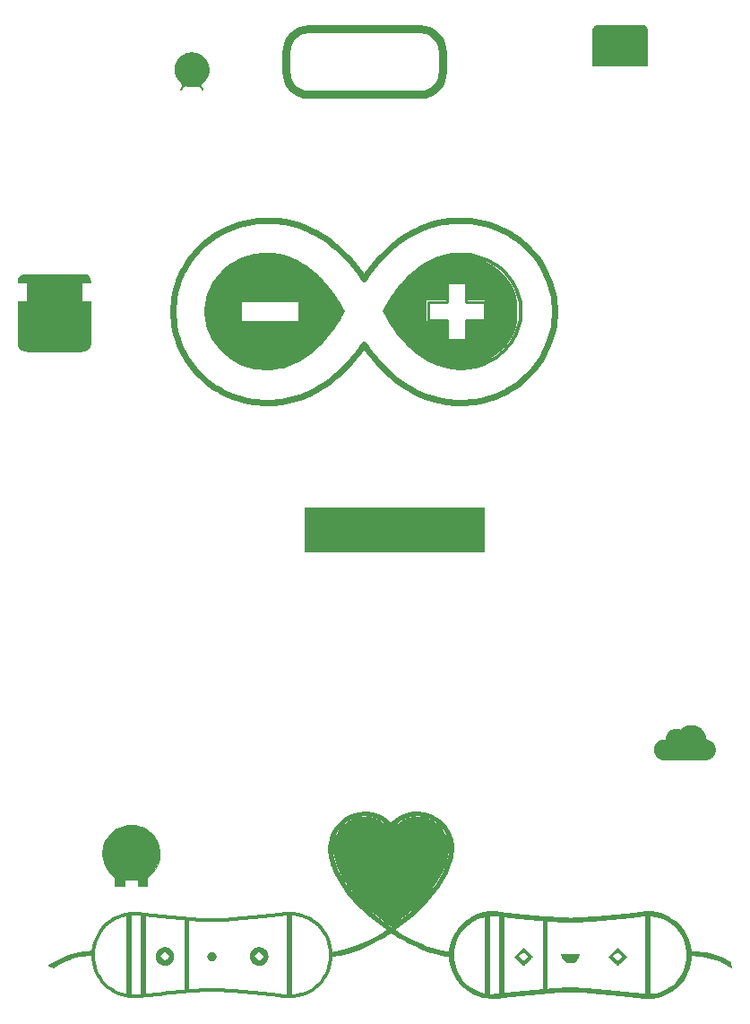
<source format=gts>
G04 #@! TF.GenerationSoftware,KiCad,Pcbnew,(5.0.0)*
G04 #@! TF.CreationDate,2019-03-05T23:07:52-06:00*
G04 #@! TF.ProjectId,001,3030312E6B696361645F706362000000,rev?*
G04 #@! TF.SameCoordinates,Original*
G04 #@! TF.FileFunction,Soldermask,Top*
G04 #@! TF.FilePolarity,Negative*
%FSLAX46Y46*%
G04 Gerber Fmt 4.6, Leading zero omitted, Abs format (unit mm)*
G04 Created by KiCad (PCBNEW (5.0.0)) date 03/05/19 23:07:52*
%MOMM*%
%LPD*%
G01*
G04 APERTURE LIST*
%ADD10C,0.362538*%
%ADD11C,0.560988*%
%ADD12C,0.297216*%
%ADD13C,0.264375*%
%ADD14C,0.750000*%
%ADD15C,0.133125*%
%ADD16C,0.100000*%
%ADD17C,0.005883*%
%ADD18C,0.011767*%
%ADD19C,0.008320*%
%ADD20C,0.375000*%
G04 APERTURE END LIST*
D10*
G04 #@! TO.C,U7*
X146659694Y-75297707D02*
X146688000Y-75293677D01*
X146688000Y-75293677D02*
X146716338Y-75289771D01*
X146716338Y-75289771D02*
X146744708Y-75285992D01*
X146744708Y-75285992D02*
X146773106Y-75282345D01*
X146773106Y-75282345D02*
X146801533Y-75278820D01*
X146801533Y-75278820D02*
X146829983Y-75275411D01*
X146829983Y-75275411D02*
X146858455Y-75272120D01*
X146858455Y-75272120D02*
X146886948Y-75268948D01*
X146886948Y-75268948D02*
X146915460Y-75265903D01*
X146915460Y-75265903D02*
X146943990Y-75262993D01*
X146943990Y-75262993D02*
X146972535Y-75260228D01*
X146972535Y-75260228D02*
X147001094Y-75257575D01*
X147001094Y-75257575D02*
X147029664Y-75255063D01*
X147029664Y-75255063D02*
X147058241Y-75252658D01*
X147058241Y-75252658D02*
X147086826Y-75250378D01*
X147086826Y-75250378D02*
X147115416Y-75248225D01*
X147115416Y-75248225D02*
X147144010Y-75246201D01*
X147144010Y-75246201D02*
X147172604Y-75244305D01*
X147172604Y-75244305D02*
X147201197Y-75242541D01*
X147201197Y-75242541D02*
X147229788Y-75240915D01*
X147229788Y-75240915D02*
X147258376Y-75239416D01*
X147258376Y-75239416D02*
X147286954Y-75238036D01*
X147286954Y-75238036D02*
X147315524Y-75236778D01*
X147315524Y-75236778D02*
X147344083Y-75235649D01*
X147344083Y-75235649D02*
X147372628Y-75234655D01*
X147372628Y-75234655D02*
X147401160Y-75233800D01*
X147401160Y-75233800D02*
X147429676Y-75233078D01*
X147429676Y-75233078D02*
X147458173Y-75232485D01*
X147458173Y-75232485D02*
X147486650Y-75232014D01*
X147486650Y-75232014D02*
X147515103Y-75231669D01*
X147515103Y-75231669D02*
X147543531Y-75231457D01*
X147543531Y-75231457D02*
X147571933Y-75231385D01*
X147571933Y-75231385D02*
X147863532Y-75238397D01*
X147863532Y-75238397D02*
X148151360Y-75259209D01*
X148151360Y-75259209D02*
X148435059Y-75293476D01*
X148435059Y-75293476D02*
X148714269Y-75340860D01*
X148714269Y-75340860D02*
X148988630Y-75401019D01*
X148988630Y-75401019D02*
X149257781Y-75473610D01*
X149257781Y-75473610D02*
X149521364Y-75558291D01*
X149521364Y-75558291D02*
X149779015Y-75654720D01*
X149779015Y-75654720D02*
X150030380Y-75762557D01*
X150030380Y-75762557D02*
X150275097Y-75881459D01*
X150275097Y-75881459D02*
X150512805Y-76011084D01*
X150512805Y-76011084D02*
X150743146Y-76151093D01*
X150743146Y-76151093D02*
X150965757Y-76301142D01*
X150965757Y-76301142D02*
X151180280Y-76460891D01*
X151180280Y-76460891D02*
X151386356Y-76629998D01*
X151386356Y-76629998D02*
X151583623Y-76808122D01*
X151583623Y-76808122D02*
X151771724Y-76994920D01*
X151771724Y-76994920D02*
X151950295Y-77190051D01*
X151950295Y-77190051D02*
X152118982Y-77393173D01*
X152118982Y-77393173D02*
X152277422Y-77603946D01*
X152277422Y-77603946D02*
X152425252Y-77822026D01*
X152425252Y-77822026D02*
X152562116Y-78047074D01*
X152562116Y-78047074D02*
X152687651Y-78278748D01*
X152687651Y-78278748D02*
X152801503Y-78516705D01*
X152801503Y-78516705D02*
X152903306Y-78760604D01*
X152903306Y-78760604D02*
X152992705Y-79010104D01*
X152992705Y-79010104D02*
X153069337Y-79264863D01*
X153069337Y-79264863D02*
X153132843Y-79524540D01*
X153132843Y-79524540D02*
X153182864Y-79788792D01*
X153182864Y-79788792D02*
X153219036Y-80057279D01*
X153219036Y-80057279D02*
X153240993Y-80329658D01*
X153240993Y-80329658D02*
X153248387Y-80605588D01*
X153248387Y-80605588D02*
X153240993Y-80881684D01*
X153240993Y-80881684D02*
X153219036Y-81154218D01*
X153219036Y-81154218D02*
X153182861Y-81422851D01*
X153182861Y-81422851D02*
X153132834Y-81687241D01*
X153132834Y-81687241D02*
X153069320Y-81947048D01*
X153069320Y-81947048D02*
X152992674Y-82201928D01*
X152992674Y-82201928D02*
X152903261Y-82451542D01*
X152903261Y-82451542D02*
X152801432Y-82695548D01*
X152801432Y-82695548D02*
X152687553Y-82933603D01*
X152687553Y-82933603D02*
X152561981Y-83165369D01*
X152561981Y-83165369D02*
X152425077Y-83390502D01*
X152425077Y-83390502D02*
X152277199Y-83608662D01*
X152277199Y-83608662D02*
X152118705Y-83819507D01*
X152118705Y-83819507D02*
X151949953Y-84022696D01*
X151949953Y-84022696D02*
X151771307Y-84217888D01*
X151771307Y-84217888D02*
X151583121Y-84404740D01*
X151583121Y-84404740D02*
X151385757Y-84582913D01*
X151385757Y-84582913D02*
X151179577Y-84752064D01*
X151179577Y-84752064D02*
X150964936Y-84911853D01*
X150964936Y-84911853D02*
X150742195Y-85061938D01*
X150742195Y-85061938D02*
X150511712Y-85201977D01*
X150511712Y-85201977D02*
X150273847Y-85331630D01*
X150273847Y-85331630D02*
X150028960Y-85450556D01*
X150028960Y-85450556D02*
X149777410Y-85558411D01*
X149777410Y-85558411D02*
X149519554Y-85654856D01*
X149519554Y-85654856D02*
X149255753Y-85739549D01*
X149255753Y-85739549D02*
X148986366Y-85812149D01*
X148986366Y-85812149D02*
X148711753Y-85872314D01*
X148711753Y-85872314D02*
X148432273Y-85919703D01*
X148432273Y-85919703D02*
X148148285Y-85953975D01*
X148148285Y-85953975D02*
X147860148Y-85974789D01*
X147860148Y-85974789D02*
X147568221Y-85981802D01*
X147568221Y-85981802D02*
X147540024Y-85981729D01*
X147540024Y-85981729D02*
X147511797Y-85981510D01*
X147511797Y-85981510D02*
X147483539Y-85981143D01*
X147483539Y-85981143D02*
X147455253Y-85980635D01*
X147455253Y-85980635D02*
X147426940Y-85979986D01*
X147426940Y-85979986D02*
X147398602Y-85979224D01*
X147398602Y-85979224D02*
X147370241Y-85978320D01*
X147370241Y-85978320D02*
X147341857Y-85977276D01*
X147341857Y-85977276D02*
X147313454Y-85976119D01*
X147313454Y-85976119D02*
X147285032Y-85974821D01*
X147285032Y-85974821D02*
X147256594Y-85973382D01*
X147256594Y-85973382D02*
X147228140Y-85971829D01*
X147228140Y-85971829D02*
X147199674Y-85970136D01*
X147199674Y-85970136D02*
X147171196Y-85968330D01*
X147171196Y-85968330D02*
X147142708Y-85966382D01*
X147142708Y-85966382D02*
X147114211Y-85964322D01*
X147114211Y-85964322D02*
X147085708Y-85962149D01*
X147085708Y-85962149D02*
X147057200Y-85959863D01*
X147057200Y-85959863D02*
X147028689Y-85957436D01*
X147028689Y-85957436D02*
X147000177Y-85954896D01*
X147000177Y-85954896D02*
X146971664Y-85952243D01*
X146971664Y-85952243D02*
X146943154Y-85949477D01*
X146943154Y-85949477D02*
X146914647Y-85946604D01*
X146914647Y-85946604D02*
X146886146Y-85943621D01*
X146886146Y-85943621D02*
X146857652Y-85940528D01*
X146857652Y-85940528D02*
X146829166Y-85937330D01*
X146829166Y-85937330D02*
X146800691Y-85934026D01*
X146800691Y-85934026D02*
X146772227Y-85930616D01*
X146772227Y-85930616D02*
X146743778Y-85927106D01*
X146743778Y-85927106D02*
X146715344Y-85923493D01*
X146715344Y-85923493D02*
X146686927Y-85919779D01*
X146686927Y-85919779D02*
X146658529Y-85915966D01*
X146658529Y-85915966D02*
X146335919Y-85860884D01*
X146335919Y-85860884D02*
X146021230Y-85789499D01*
X146021230Y-85789499D02*
X145714474Y-85702728D01*
X145714474Y-85702728D02*
X145415661Y-85601485D01*
X145415661Y-85601485D02*
X145124803Y-85486687D01*
X145124803Y-85486687D02*
X144841910Y-85359248D01*
X144841910Y-85359248D02*
X144566993Y-85220084D01*
X144566993Y-85220084D02*
X144300065Y-85070110D01*
X144300065Y-85070110D02*
X144041135Y-84910242D01*
X144041135Y-84910242D02*
X143790215Y-84741393D01*
X143790215Y-84741393D02*
X143547315Y-84564481D01*
X143547315Y-84564481D02*
X143312448Y-84380419D01*
X143312448Y-84380419D02*
X143085621Y-84190120D01*
X143085621Y-84190120D02*
X142866849Y-83994507D01*
X142866849Y-83994507D02*
X142656142Y-83794491D01*
X142656142Y-83794491D02*
X142453511Y-83590987D01*
X142453511Y-83590987D02*
X142258966Y-83384910D01*
X142258966Y-83384910D02*
X142072520Y-83177177D01*
X142072520Y-83177177D02*
X141894182Y-82968701D01*
X141894182Y-82968701D02*
X141723964Y-82760399D01*
X141723964Y-82760399D02*
X141561876Y-82553186D01*
X141561876Y-82553186D02*
X141407931Y-82347976D01*
X141407931Y-82347976D02*
X141262139Y-82145686D01*
X141262139Y-82145686D02*
X141124510Y-81947230D01*
X141124510Y-81947230D02*
X140995056Y-81753524D01*
X140995056Y-81753524D02*
X140873789Y-81565484D01*
X140873789Y-81565484D02*
X140760718Y-81384023D01*
X140760718Y-81384023D02*
X140655855Y-81210059D01*
X140655855Y-81210059D02*
X140559212Y-81044505D01*
X140559212Y-81044505D02*
X140470797Y-80888278D01*
X140470797Y-80888278D02*
X140390624Y-80742292D01*
X140390624Y-80742292D02*
X140318703Y-80607463D01*
X140318703Y-80607463D02*
X140390726Y-80472303D01*
X140390726Y-80472303D02*
X140470988Y-80326016D01*
X140470988Y-80326016D02*
X140559476Y-80169519D01*
X140559476Y-80169519D02*
X140656183Y-80003725D01*
X140656183Y-80003725D02*
X140761098Y-79829547D01*
X140761098Y-79829547D02*
X140874211Y-79647900D01*
X140874211Y-79647900D02*
X140995512Y-79459699D01*
X140995512Y-79459699D02*
X141124990Y-79265856D01*
X141124990Y-79265856D02*
X141262637Y-79067286D01*
X141262637Y-79067286D02*
X141408441Y-78864902D01*
X141408441Y-78864902D02*
X141562393Y-78659620D01*
X141562393Y-78659620D02*
X141724482Y-78452352D01*
X141724482Y-78452352D02*
X141894698Y-78244013D01*
X141894698Y-78244013D02*
X142073033Y-78035517D01*
X142073033Y-78035517D02*
X142259475Y-77827778D01*
X142259475Y-77827778D02*
X142454016Y-77621710D01*
X142454016Y-77621710D02*
X142656642Y-77418228D01*
X142656642Y-77418228D02*
X142867346Y-77218244D01*
X142867346Y-77218244D02*
X143086117Y-77022672D01*
X143086117Y-77022672D02*
X143312945Y-76832426D01*
X143312945Y-76832426D02*
X143547821Y-76648423D01*
X143547821Y-76648423D02*
X143790733Y-76471574D01*
X143790733Y-76471574D02*
X144041673Y-76302795D01*
X144041673Y-76302795D02*
X144300630Y-76142998D01*
X144300630Y-76142998D02*
X144567594Y-75993098D01*
X144567594Y-75993098D02*
X144842555Y-75854010D01*
X144842555Y-75854010D02*
X145125503Y-75726647D01*
X145125503Y-75726647D02*
X145416427Y-75611922D01*
X145416427Y-75611922D02*
X145715319Y-75510749D01*
X145715319Y-75510749D02*
X146022167Y-75424044D01*
X146022167Y-75424044D02*
X146336962Y-75352720D01*
X146336962Y-75352720D02*
X146659694Y-75297691D01*
X146659694Y-75297691D02*
X146659694Y-75297707D01*
X130100325Y-85932262D02*
X130072020Y-85936292D01*
X130072020Y-85936292D02*
X130043681Y-85940198D01*
X130043681Y-85940198D02*
X130015312Y-85943977D01*
X130015312Y-85943977D02*
X129986914Y-85947624D01*
X129986914Y-85947624D02*
X129958487Y-85951149D01*
X129958487Y-85951149D02*
X129930037Y-85954558D01*
X129930037Y-85954558D02*
X129901565Y-85957848D01*
X129901565Y-85957848D02*
X129873072Y-85961021D01*
X129873072Y-85961021D02*
X129844560Y-85964066D01*
X129844560Y-85964066D02*
X129816030Y-85966976D01*
X129816030Y-85966976D02*
X129787484Y-85969741D01*
X129787484Y-85969741D02*
X129758926Y-85972394D01*
X129758926Y-85972394D02*
X129730356Y-85974906D01*
X129730356Y-85974906D02*
X129701778Y-85977305D01*
X129701778Y-85977305D02*
X129673194Y-85979591D01*
X129673194Y-85979591D02*
X129644604Y-85981736D01*
X129644604Y-85981736D02*
X129616010Y-85983768D01*
X129616010Y-85983768D02*
X129587416Y-85985659D01*
X129587416Y-85985659D02*
X129558823Y-85987437D01*
X129558823Y-85987437D02*
X129530232Y-85989074D01*
X129530232Y-85989074D02*
X129501644Y-85990569D01*
X129501644Y-85990569D02*
X129473065Y-85991952D01*
X129473065Y-85991952D02*
X129444496Y-85993222D01*
X129444496Y-85993222D02*
X129415937Y-85994351D01*
X129415937Y-85994351D02*
X129387391Y-85995339D01*
X129387391Y-85995339D02*
X129358859Y-85996186D01*
X129358859Y-85996186D02*
X129330344Y-85996919D01*
X129330344Y-85996919D02*
X129301847Y-85997512D01*
X129301847Y-85997512D02*
X129273370Y-85997992D01*
X129273370Y-85997992D02*
X129244916Y-85998330D01*
X129244916Y-85998330D02*
X129216488Y-85998543D01*
X129216488Y-85998543D02*
X129188087Y-85998615D01*
X129188087Y-85998615D02*
X128896488Y-85991602D01*
X128896488Y-85991602D02*
X128608659Y-85970791D01*
X128608659Y-85970791D02*
X128324960Y-85936523D01*
X128324960Y-85936523D02*
X128045751Y-85889139D01*
X128045751Y-85889139D02*
X127771390Y-85828980D01*
X127771390Y-85828980D02*
X127502239Y-85756389D01*
X127502239Y-85756389D02*
X127238657Y-85671708D01*
X127238657Y-85671708D02*
X126981004Y-85575279D01*
X126981004Y-85575279D02*
X126729639Y-85467442D01*
X126729639Y-85467442D02*
X126484923Y-85348541D01*
X126484923Y-85348541D02*
X126247214Y-85218915D01*
X126247214Y-85218915D02*
X126016874Y-85078906D01*
X126016874Y-85078906D02*
X125794263Y-84928857D01*
X125794263Y-84928857D02*
X125579740Y-84769108D01*
X125579740Y-84769108D02*
X125373664Y-84600001D01*
X125373664Y-84600001D02*
X125176396Y-84421878D01*
X125176396Y-84421878D02*
X124988296Y-84235080D01*
X124988296Y-84235080D02*
X124809723Y-84039949D01*
X124809723Y-84039949D02*
X124641037Y-83836810D01*
X124641037Y-83836810D02*
X124482598Y-83626038D01*
X124482598Y-83626038D02*
X124334767Y-83407957D01*
X124334767Y-83407957D02*
X124197904Y-83182909D01*
X124197904Y-83182909D02*
X124072368Y-82951235D01*
X124072368Y-82951235D02*
X123958517Y-82713278D01*
X123958517Y-82713278D02*
X123856713Y-82469379D01*
X123856713Y-82469379D02*
X123767315Y-82219879D01*
X123767315Y-82219879D02*
X123690683Y-81965120D01*
X123690683Y-81965120D02*
X123627177Y-81705443D01*
X123627177Y-81705443D02*
X123577157Y-81441191D01*
X123577157Y-81441191D02*
X123540983Y-81172705D01*
X123540983Y-81172705D02*
X123519015Y-80900326D01*
X123519015Y-80900326D02*
X123511613Y-80624395D01*
X123511613Y-80624395D02*
X123519016Y-80348300D01*
X123519016Y-80348300D02*
X123540985Y-80075765D01*
X123540985Y-80075765D02*
X123577162Y-79807132D01*
X123577162Y-79807132D02*
X123627188Y-79542742D01*
X123627188Y-79542742D02*
X123690703Y-79282936D01*
X123690703Y-79282936D02*
X123767348Y-79028055D01*
X123767348Y-79028055D02*
X123856763Y-78778441D01*
X123856763Y-78778441D02*
X123958591Y-78534436D01*
X123958591Y-78534436D02*
X124072470Y-78296380D01*
X124072470Y-78296380D02*
X124198041Y-78064615D01*
X124198041Y-78064615D02*
X124334945Y-77839481D01*
X124334945Y-77839481D02*
X124482824Y-77621321D01*
X124482824Y-77621321D02*
X124641318Y-77410476D01*
X124641318Y-77410476D02*
X124810069Y-77207287D01*
X124810069Y-77207287D02*
X124988716Y-77012095D01*
X124988716Y-77012095D02*
X125176901Y-76825243D01*
X125176901Y-76825243D02*
X125374264Y-76647071D01*
X125374264Y-76647071D02*
X125580444Y-76477919D01*
X125580444Y-76477919D02*
X125795085Y-76318130D01*
X125795085Y-76318130D02*
X126017828Y-76168045D01*
X126017828Y-76168045D02*
X126248310Y-76028006D01*
X126248310Y-76028006D02*
X126486174Y-75898353D01*
X126486174Y-75898353D02*
X126731061Y-75779428D01*
X126731061Y-75779428D02*
X126982613Y-75671572D01*
X126982613Y-75671572D02*
X127240469Y-75575127D01*
X127240469Y-75575127D02*
X127504270Y-75490434D01*
X127504270Y-75490434D02*
X127773657Y-75417835D01*
X127773657Y-75417835D02*
X128048269Y-75357669D01*
X128048269Y-75357669D02*
X128327750Y-75310280D01*
X128327750Y-75310280D02*
X128611738Y-75276008D01*
X128611738Y-75276008D02*
X128899874Y-75255194D01*
X128899874Y-75255194D02*
X129191801Y-75248181D01*
X129191801Y-75248181D02*
X129219998Y-75248254D01*
X129219998Y-75248254D02*
X129248226Y-75248473D01*
X129248226Y-75248473D02*
X129276483Y-75248835D01*
X129276483Y-75248835D02*
X129304769Y-75249337D01*
X129304769Y-75249337D02*
X129333082Y-75249978D01*
X129333082Y-75249978D02*
X129361420Y-75250751D01*
X129361420Y-75250751D02*
X129389782Y-75251657D01*
X129389782Y-75251657D02*
X129418165Y-75252690D01*
X129418165Y-75252690D02*
X129446569Y-75253855D01*
X129446569Y-75253855D02*
X129474990Y-75255159D01*
X129474990Y-75255159D02*
X129503429Y-75256599D01*
X129503429Y-75256599D02*
X129531882Y-75258151D01*
X129531882Y-75258151D02*
X129560348Y-75259844D01*
X129560348Y-75259844D02*
X129588826Y-75261650D01*
X129588826Y-75261650D02*
X129617315Y-75263598D01*
X129617315Y-75263598D02*
X129645811Y-75265658D01*
X129645811Y-75265658D02*
X129674315Y-75267831D01*
X129674315Y-75267831D02*
X129702822Y-75270117D01*
X129702822Y-75270117D02*
X129731333Y-75272544D01*
X129731333Y-75272544D02*
X129759846Y-75275084D01*
X129759846Y-75275084D02*
X129788358Y-75277737D01*
X129788358Y-75277737D02*
X129816868Y-75280503D01*
X129816868Y-75280503D02*
X129845375Y-75283376D01*
X129845375Y-75283376D02*
X129873876Y-75286359D01*
X129873876Y-75286359D02*
X129902371Y-75289449D01*
X129902371Y-75289449D02*
X129930857Y-75292650D01*
X129930857Y-75292650D02*
X129959332Y-75295954D01*
X129959332Y-75295954D02*
X129987795Y-75299364D01*
X129987795Y-75299364D02*
X130016245Y-75302875D01*
X130016245Y-75302875D02*
X130044678Y-75306487D01*
X130044678Y-75306487D02*
X130073095Y-75310201D01*
X130073095Y-75310201D02*
X130101493Y-75314014D01*
X130101493Y-75314014D02*
X130424104Y-75369097D01*
X130424104Y-75369097D02*
X130738793Y-75440481D01*
X130738793Y-75440481D02*
X131045549Y-75527252D01*
X131045549Y-75527252D02*
X131344361Y-75628495D01*
X131344361Y-75628495D02*
X131635220Y-75743293D01*
X131635220Y-75743293D02*
X131918113Y-75870732D01*
X131918113Y-75870732D02*
X132193029Y-76009896D01*
X132193029Y-76009896D02*
X132459958Y-76159870D01*
X132459958Y-76159870D02*
X132718887Y-76319738D01*
X132718887Y-76319738D02*
X132969808Y-76488587D01*
X132969808Y-76488587D02*
X133212707Y-76665499D01*
X133212707Y-76665499D02*
X133447575Y-76849561D01*
X133447575Y-76849561D02*
X133674400Y-77039856D01*
X133674400Y-77039856D02*
X133893171Y-77235469D01*
X133893171Y-77235469D02*
X134103879Y-77435485D01*
X134103879Y-77435485D02*
X134306510Y-77638990D01*
X134306510Y-77638990D02*
X134501054Y-77845066D01*
X134501054Y-77845066D02*
X134687501Y-78052800D01*
X134687501Y-78052800D02*
X134865839Y-78261275D01*
X134865839Y-78261275D02*
X135036057Y-78469578D01*
X135036057Y-78469578D02*
X135198144Y-78676791D01*
X135198144Y-78676791D02*
X135352090Y-78882000D01*
X135352090Y-78882000D02*
X135497882Y-79084291D01*
X135497882Y-79084291D02*
X135635511Y-79282746D01*
X135635511Y-79282746D02*
X135764964Y-79476452D01*
X135764964Y-79476452D02*
X135886232Y-79664493D01*
X135886232Y-79664493D02*
X135999302Y-79845953D01*
X135999302Y-79845953D02*
X136104165Y-80019918D01*
X136104165Y-80019918D02*
X136200809Y-80185471D01*
X136200809Y-80185471D02*
X136289224Y-80341698D01*
X136289224Y-80341698D02*
X136369397Y-80487684D01*
X136369397Y-80487684D02*
X136441318Y-80622513D01*
X136441318Y-80622513D02*
X136369294Y-80757674D01*
X136369294Y-80757674D02*
X136289033Y-80903960D01*
X136289033Y-80903960D02*
X136200544Y-81060457D01*
X136200544Y-81060457D02*
X136103838Y-81226252D01*
X136103838Y-81226252D02*
X135998923Y-81400430D01*
X135998923Y-81400430D02*
X135885809Y-81582076D01*
X135885809Y-81582076D02*
X135764509Y-81770278D01*
X135764509Y-81770278D02*
X135635030Y-81964120D01*
X135635030Y-81964120D02*
X135497384Y-82162691D01*
X135497384Y-82162691D02*
X135351580Y-82365074D01*
X135351580Y-82365074D02*
X135197628Y-82570356D01*
X135197628Y-82570356D02*
X135035539Y-82777624D01*
X135035539Y-82777624D02*
X134865322Y-82985963D01*
X134865322Y-82985963D02*
X134686988Y-83194459D01*
X134686988Y-83194459D02*
X134500545Y-83402198D01*
X134500545Y-83402198D02*
X134306005Y-83608266D01*
X134306005Y-83608266D02*
X134103379Y-83811748D01*
X134103379Y-83811748D02*
X133892675Y-84011733D01*
X133892675Y-84011733D02*
X133673904Y-84207305D01*
X133673904Y-84207305D02*
X133447075Y-84397550D01*
X133447075Y-84397550D02*
X133212200Y-84581554D01*
X133212200Y-84581554D02*
X132969287Y-84758402D01*
X132969287Y-84758402D02*
X132718348Y-84927182D01*
X132718348Y-84927182D02*
X132459391Y-85086979D01*
X132459391Y-85086979D02*
X132192427Y-85236878D01*
X132192427Y-85236878D02*
X131917466Y-85375966D01*
X131917466Y-85375966D02*
X131634518Y-85503329D01*
X131634518Y-85503329D02*
X131343593Y-85618054D01*
X131343593Y-85618054D02*
X131044702Y-85719227D01*
X131044702Y-85719227D02*
X130737853Y-85805932D01*
X130737853Y-85805932D02*
X130423058Y-85877256D01*
X130423058Y-85877256D02*
X130100326Y-85932285D01*
X130100326Y-85932285D02*
X130100325Y-85932262D01*
D11*
G04 #@! TO.C,U6*
X156400175Y-80615878D02*
X156388604Y-80173452D01*
X156388604Y-80173452D02*
X156354257Y-79736758D01*
X156354257Y-79736758D02*
X156297700Y-79306343D01*
X156297700Y-79306343D02*
X156219493Y-78882750D01*
X156219493Y-78882750D02*
X156120202Y-78466526D01*
X156120202Y-78466526D02*
X156000384Y-78058216D01*
X156000384Y-78058216D02*
X155860605Y-77658364D01*
X155860605Y-77658364D02*
X155701426Y-77267515D01*
X155701426Y-77267515D02*
X155523409Y-76886215D01*
X155523409Y-76886215D02*
X155327118Y-76515010D01*
X155327118Y-76515010D02*
X155113112Y-76154443D01*
X155113112Y-76154443D02*
X154881955Y-75805060D01*
X154881955Y-75805060D02*
X154634209Y-75467406D01*
X154634209Y-75467406D02*
X154370433Y-75142027D01*
X154370433Y-75142027D02*
X154091193Y-74829468D01*
X154091193Y-74829468D02*
X153797050Y-74530273D01*
X153797050Y-74530273D02*
X153488567Y-74244987D01*
X153488567Y-74244987D02*
X153166306Y-73974157D01*
X153166306Y-73974157D02*
X152830829Y-73718327D01*
X152830829Y-73718327D02*
X152482696Y-73478041D01*
X152482696Y-73478041D02*
X152122471Y-73253846D01*
X152122471Y-73253846D02*
X151750716Y-73046286D01*
X151750716Y-73046286D02*
X151367995Y-72855907D01*
X151367995Y-72855907D02*
X150974865Y-72683253D01*
X150974865Y-72683253D02*
X150571894Y-72528871D01*
X150571894Y-72528871D02*
X150159643Y-72393303D01*
X150159643Y-72393303D02*
X149738672Y-72277096D01*
X149738672Y-72277096D02*
X149309541Y-72180796D01*
X149309541Y-72180796D02*
X148872817Y-72104947D01*
X148872817Y-72104947D02*
X148429059Y-72050094D01*
X148429059Y-72050094D02*
X147978831Y-72016782D01*
X147978831Y-72016782D02*
X147522695Y-72005557D01*
X147522695Y-72005557D02*
X147480306Y-72005648D01*
X147480306Y-72005648D02*
X147437875Y-72005922D01*
X147437875Y-72005922D02*
X147395405Y-72006380D01*
X147395405Y-72006380D02*
X147352898Y-72007022D01*
X147352898Y-72007022D02*
X147310355Y-72007848D01*
X147310355Y-72007848D02*
X147267780Y-72008860D01*
X147267780Y-72008860D02*
X147225175Y-72010058D01*
X147225175Y-72010058D02*
X147182541Y-72011444D01*
X147182541Y-72011444D02*
X147139882Y-72013017D01*
X147139882Y-72013017D02*
X147097199Y-72014778D01*
X147097199Y-72014778D02*
X147054495Y-72016729D01*
X147054495Y-72016729D02*
X147011773Y-72018869D01*
X147011773Y-72018869D02*
X146969034Y-72021200D01*
X146969034Y-72021200D02*
X146926280Y-72023722D01*
X146926280Y-72023722D02*
X146883515Y-72026436D01*
X146883515Y-72026436D02*
X146840740Y-72029342D01*
X146840740Y-72029342D02*
X146797957Y-72032442D01*
X146797957Y-72032442D02*
X146755170Y-72035736D01*
X146755170Y-72035736D02*
X146712379Y-72039224D01*
X146712379Y-72039224D02*
X146669589Y-72042908D01*
X146669589Y-72042908D02*
X146626800Y-72046788D01*
X146626800Y-72046788D02*
X146584015Y-72050865D01*
X146584015Y-72050865D02*
X146541237Y-72055140D01*
X146541237Y-72055140D02*
X146498467Y-72059613D01*
X146498467Y-72059613D02*
X146455708Y-72064284D01*
X146455708Y-72064284D02*
X146412963Y-72069156D01*
X146412963Y-72069156D02*
X146370234Y-72074227D01*
X146370234Y-72074227D02*
X146327522Y-72079500D01*
X146327522Y-72079500D02*
X146284831Y-72084975D01*
X146284831Y-72084975D02*
X146242162Y-72090652D01*
X146242162Y-72090652D02*
X146199517Y-72096532D01*
X146199517Y-72096532D02*
X146156901Y-72102616D01*
X146156901Y-72102616D02*
X145803958Y-72160140D01*
X145803958Y-72160140D02*
X145458365Y-72230068D01*
X145458365Y-72230068D02*
X145120093Y-72311880D01*
X145120093Y-72311880D02*
X144789121Y-72405054D01*
X144789121Y-72405054D02*
X144465422Y-72509069D01*
X144465422Y-72509069D02*
X144148971Y-72623403D01*
X144148971Y-72623403D02*
X143839742Y-72747534D01*
X143839742Y-72747534D02*
X143537711Y-72880942D01*
X143537711Y-72880942D02*
X143242852Y-73023105D01*
X143242852Y-73023105D02*
X142955140Y-73173502D01*
X142955140Y-73173502D02*
X142674550Y-73331610D01*
X142674550Y-73331610D02*
X142401056Y-73496909D01*
X142401056Y-73496909D02*
X142134633Y-73668877D01*
X142134633Y-73668877D02*
X141875257Y-73846993D01*
X141875257Y-73846993D02*
X141622901Y-74030735D01*
X141622901Y-74030735D02*
X141377541Y-74219582D01*
X141377541Y-74219582D02*
X141139151Y-74413012D01*
X141139151Y-74413012D02*
X140907707Y-74610505D01*
X140907707Y-74610505D02*
X140683183Y-74811537D01*
X140683183Y-74811537D02*
X140465553Y-75015589D01*
X140465553Y-75015589D02*
X140254793Y-75222139D01*
X140254793Y-75222139D02*
X140050878Y-75430664D01*
X140050878Y-75430664D02*
X139853781Y-75640645D01*
X139853781Y-75640645D02*
X139663479Y-75851558D01*
X139663479Y-75851558D02*
X139479945Y-76062884D01*
X139479945Y-76062884D02*
X139303155Y-76274100D01*
X139303155Y-76274100D02*
X139133084Y-76484685D01*
X139133084Y-76484685D02*
X138969705Y-76694118D01*
X138969705Y-76694118D02*
X138812994Y-76901877D01*
X138812994Y-76901877D02*
X138662926Y-77107441D01*
X138662926Y-77107441D02*
X138519475Y-77310288D01*
X138519475Y-77310288D02*
X138382617Y-77509896D01*
X138382617Y-77509896D02*
X138245313Y-77310288D01*
X138245313Y-77310288D02*
X138101444Y-77107442D01*
X138101444Y-77107442D02*
X137950985Y-76901880D01*
X137950985Y-76901880D02*
X137793911Y-76694123D01*
X137793911Y-76694123D02*
X137630194Y-76484692D01*
X137630194Y-76484692D02*
X137459810Y-76274110D01*
X137459810Y-76274110D02*
X137282732Y-76062897D01*
X137282732Y-76062897D02*
X137098934Y-75851574D01*
X137098934Y-75851574D02*
X136908392Y-75640663D01*
X136908392Y-75640663D02*
X136711077Y-75430686D01*
X136711077Y-75430686D02*
X136506966Y-75222163D01*
X136506966Y-75222163D02*
X136296032Y-75015617D01*
X136296032Y-75015617D02*
X136078248Y-74811569D01*
X136078248Y-74811569D02*
X135853590Y-74610539D01*
X135853590Y-74610539D02*
X135622031Y-74413050D01*
X135622031Y-74413050D02*
X135383545Y-74219622D01*
X135383545Y-74219622D02*
X135138107Y-74030778D01*
X135138107Y-74030778D02*
X134885690Y-73847038D01*
X134885690Y-73847038D02*
X134626269Y-73668924D01*
X134626269Y-73668924D02*
X134359818Y-73496957D01*
X134359818Y-73496957D02*
X134086311Y-73331658D01*
X134086311Y-73331658D02*
X133805721Y-73173550D01*
X133805721Y-73173550D02*
X133518024Y-73023152D01*
X133518024Y-73023152D02*
X133223194Y-72880988D01*
X133223194Y-72880988D02*
X132921203Y-72747578D01*
X132921203Y-72747578D02*
X132612027Y-72623443D01*
X132612027Y-72623443D02*
X132295640Y-72509105D01*
X132295640Y-72509105D02*
X131972014Y-72405085D01*
X131972014Y-72405085D02*
X131641126Y-72311905D01*
X131641126Y-72311905D02*
X131302949Y-72230086D01*
X131302949Y-72230086D02*
X130957457Y-72160149D01*
X130957457Y-72160149D02*
X130604624Y-72102615D01*
X130604624Y-72102615D02*
X130561994Y-72096502D01*
X130561994Y-72096502D02*
X130519332Y-72090597D01*
X130519332Y-72090597D02*
X130476640Y-72084898D01*
X130476640Y-72084898D02*
X130433922Y-72079405D01*
X130433922Y-72079405D02*
X130391181Y-72074117D01*
X130391181Y-72074117D02*
X130348418Y-72069033D01*
X130348418Y-72069033D02*
X130305638Y-72064151D01*
X130305638Y-72064151D02*
X130262843Y-72059473D01*
X130262843Y-72059473D02*
X130220036Y-72054995D01*
X130220036Y-72054995D02*
X130177220Y-72050718D01*
X130177220Y-72050718D02*
X130134397Y-72046641D01*
X130134397Y-72046641D02*
X130091572Y-72042763D01*
X130091572Y-72042763D02*
X130048746Y-72039082D01*
X130048746Y-72039082D02*
X130005922Y-72035598D01*
X130005922Y-72035598D02*
X129963104Y-72032310D01*
X129963104Y-72032310D02*
X129920294Y-72029217D01*
X129920294Y-72029217D02*
X129877496Y-72026319D01*
X129877496Y-72026319D02*
X129834711Y-72023614D01*
X129834711Y-72023614D02*
X129791944Y-72021102D01*
X129791944Y-72021102D02*
X129749196Y-72018781D01*
X129749196Y-72018781D02*
X129706471Y-72016651D01*
X129706471Y-72016651D02*
X129663772Y-72014711D01*
X129663772Y-72014711D02*
X129621102Y-72012960D01*
X129621102Y-72012960D02*
X129578463Y-72011397D01*
X129578463Y-72011397D02*
X129535858Y-72010021D01*
X129535858Y-72010021D02*
X129493291Y-72008831D01*
X129493291Y-72008831D02*
X129450764Y-72007827D01*
X129450764Y-72007827D02*
X129408280Y-72007008D01*
X129408280Y-72007008D02*
X129365842Y-72006371D01*
X129365842Y-72006371D02*
X129323453Y-72005918D01*
X129323453Y-72005918D02*
X129281115Y-72005647D01*
X129281115Y-72005647D02*
X129238832Y-72005557D01*
X129238832Y-72005557D02*
X128782461Y-72016782D01*
X128782461Y-72016782D02*
X128332019Y-72050093D01*
X128332019Y-72050093D02*
X127888067Y-72104946D01*
X127888067Y-72104946D02*
X127451168Y-72180795D01*
X127451168Y-72180795D02*
X127021882Y-72277096D01*
X127021882Y-72277096D02*
X126600770Y-72393302D01*
X126600770Y-72393302D02*
X126188395Y-72528869D01*
X126188395Y-72528869D02*
X125785315Y-72683253D01*
X125785315Y-72683253D02*
X125392095Y-72855906D01*
X125392095Y-72855906D02*
X125009294Y-73046286D01*
X125009294Y-73046286D02*
X124637474Y-73253846D01*
X124637474Y-73253846D02*
X124277196Y-73478041D01*
X124277196Y-73478041D02*
X123929021Y-73718326D01*
X123929021Y-73718326D02*
X123593511Y-73974157D01*
X123593511Y-73974157D02*
X123271227Y-74244987D01*
X123271227Y-74244987D02*
X122962730Y-74530273D01*
X122962730Y-74530273D02*
X122668581Y-74829468D01*
X122668581Y-74829468D02*
X122389342Y-75142027D01*
X122389342Y-75142027D02*
X122125574Y-75467407D01*
X122125574Y-75467407D02*
X121877838Y-75805060D01*
X121877838Y-75805060D02*
X121646696Y-76154443D01*
X121646696Y-76154443D02*
X121432708Y-76515010D01*
X121432708Y-76515010D02*
X121236436Y-76886215D01*
X121236436Y-76886215D02*
X121058442Y-77267515D01*
X121058442Y-77267515D02*
X120899286Y-77658364D01*
X120899286Y-77658364D02*
X120759530Y-78058216D01*
X120759530Y-78058216D02*
X120639735Y-78466526D01*
X120639735Y-78466526D02*
X120540462Y-78882750D01*
X120540462Y-78882750D02*
X120462273Y-79306343D01*
X120462273Y-79306343D02*
X120405729Y-79736758D01*
X120405729Y-79736758D02*
X120371391Y-80173452D01*
X120371391Y-80173452D02*
X120359820Y-80615878D01*
X120359820Y-80615878D02*
X120371390Y-81058348D01*
X120371390Y-81058348D02*
X120405726Y-81495069D01*
X120405726Y-81495069D02*
X120462267Y-81925497D01*
X120462267Y-81925497D02*
X120540450Y-82349088D01*
X120540450Y-82349088D02*
X120639713Y-82765298D01*
X120639713Y-82765298D02*
X120759495Y-83173583D01*
X120759495Y-83173583D02*
X120899233Y-83573397D01*
X120899233Y-83573397D02*
X121058367Y-83964199D01*
X121058367Y-83964199D02*
X121236332Y-84345442D01*
X121236332Y-84345442D02*
X121432569Y-84716583D01*
X121432569Y-84716583D02*
X121646515Y-85077078D01*
X121646515Y-85077078D02*
X121877607Y-85426382D01*
X121877607Y-85426382D02*
X122125285Y-85763952D01*
X122125285Y-85763952D02*
X122388986Y-86089243D01*
X122388986Y-86089243D02*
X122668149Y-86401711D01*
X122668149Y-86401711D02*
X122962211Y-86700811D01*
X122962211Y-86700811D02*
X123270610Y-86986001D01*
X123270610Y-86986001D02*
X123592785Y-87256735D01*
X123592785Y-87256735D02*
X123928174Y-87512469D01*
X123928174Y-87512469D02*
X124276214Y-87752659D01*
X124276214Y-87752659D02*
X124636345Y-87976762D01*
X124636345Y-87976762D02*
X125008004Y-88184232D01*
X125008004Y-88184232D02*
X125390628Y-88374526D01*
X125390628Y-88374526D02*
X125783657Y-88547099D01*
X125783657Y-88547099D02*
X126186528Y-88701407D01*
X126186528Y-88701407D02*
X126598680Y-88836907D01*
X126598680Y-88836907D02*
X127019550Y-88953053D01*
X127019550Y-88953053D02*
X127448576Y-89049302D01*
X127448576Y-89049302D02*
X127885198Y-89125110D01*
X127885198Y-89125110D02*
X128328852Y-89179932D01*
X128328852Y-89179932D02*
X128778977Y-89213225D01*
X128778977Y-89213225D02*
X129235011Y-89224443D01*
X129235011Y-89224443D02*
X129277641Y-89224359D01*
X129277641Y-89224359D02*
X129320303Y-89224105D01*
X129320303Y-89224105D02*
X129362997Y-89223681D01*
X129362997Y-89223681D02*
X129405719Y-89223089D01*
X129405719Y-89223089D02*
X129448467Y-89222327D01*
X129448467Y-89222327D02*
X129491239Y-89221395D01*
X129491239Y-89221395D02*
X129534032Y-89220266D01*
X129534032Y-89220266D02*
X129576845Y-89218968D01*
X129576845Y-89218968D02*
X129619676Y-89217501D01*
X129619676Y-89217501D02*
X129662521Y-89215835D01*
X129662521Y-89215835D02*
X129705378Y-89214001D01*
X129705378Y-89214001D02*
X129748246Y-89211969D01*
X129748246Y-89211969D02*
X129791122Y-89209768D01*
X129791122Y-89209768D02*
X129834004Y-89207369D01*
X129834004Y-89207369D02*
X129876889Y-89204772D01*
X129876889Y-89204772D02*
X129919776Y-89202007D01*
X129919776Y-89202007D02*
X129962661Y-89199035D01*
X129962661Y-89199035D02*
X130005544Y-89195871D01*
X130005544Y-89195871D02*
X130048421Y-89192510D01*
X130048421Y-89192510D02*
X130091290Y-89188951D01*
X130091290Y-89188951D02*
X130134149Y-89185195D01*
X130134149Y-89185195D02*
X130176996Y-89181235D01*
X130176996Y-89181235D02*
X130219829Y-89177072D01*
X130219829Y-89177072D02*
X130262645Y-89172706D01*
X130262645Y-89172706D02*
X130305442Y-89168134D01*
X130305442Y-89168134D02*
X130348217Y-89163356D01*
X130348217Y-89163356D02*
X130390969Y-89158369D01*
X130390969Y-89158369D02*
X130433695Y-89153171D01*
X130433695Y-89153171D02*
X130476393Y-89147761D01*
X130476393Y-89147761D02*
X130519061Y-89142136D01*
X130519061Y-89142136D02*
X130561696Y-89136297D01*
X130561696Y-89136297D02*
X130604297Y-89130240D01*
X130604297Y-89130240D02*
X130957130Y-89072444D01*
X130957130Y-89072444D02*
X131302622Y-89002254D01*
X131302622Y-89002254D02*
X131640799Y-88920190D01*
X131640799Y-88920190D02*
X131971687Y-88826773D01*
X131971687Y-88826773D02*
X132295312Y-88722524D01*
X132295312Y-88722524D02*
X132611699Y-88607964D01*
X132611699Y-88607964D02*
X132920875Y-88483615D01*
X132920875Y-88483615D02*
X133222866Y-88349996D01*
X133222866Y-88349996D02*
X133517697Y-88207629D01*
X133517697Y-88207629D02*
X133805394Y-88057035D01*
X133805394Y-88057035D02*
X134085983Y-87898735D01*
X134085983Y-87898735D02*
X134359490Y-87733250D01*
X134359490Y-87733250D02*
X134625941Y-87561099D01*
X134625941Y-87561099D02*
X134885362Y-87382806D01*
X134885362Y-87382806D02*
X135137779Y-87198889D01*
X135137779Y-87198889D02*
X135383217Y-87009871D01*
X135383217Y-87009871D02*
X135621702Y-86816272D01*
X135621702Y-86816272D02*
X135853262Y-86618613D01*
X135853262Y-86618613D02*
X136077920Y-86417415D01*
X136077920Y-86417415D02*
X136295703Y-86213199D01*
X136295703Y-86213199D02*
X136506638Y-86006486D01*
X136506638Y-86006486D02*
X136710749Y-85797797D01*
X136710749Y-85797797D02*
X136908063Y-85587652D01*
X136908063Y-85587652D02*
X137098606Y-85376573D01*
X137098606Y-85376573D02*
X137282404Y-85165081D01*
X137282404Y-85165081D02*
X137459481Y-84953696D01*
X137459481Y-84953696D02*
X137629866Y-84742939D01*
X137629866Y-84742939D02*
X137793582Y-84533331D01*
X137793582Y-84533331D02*
X137950657Y-84325394D01*
X137950657Y-84325394D02*
X138101116Y-84119647D01*
X138101116Y-84119647D02*
X138244985Y-83916613D01*
X138244985Y-83916613D02*
X138382289Y-83716812D01*
X138382289Y-83716812D02*
X138519147Y-83916613D01*
X138519147Y-83916613D02*
X138662598Y-84119647D01*
X138662598Y-84119647D02*
X138812666Y-84325394D01*
X138812666Y-84325394D02*
X138969377Y-84533331D01*
X138969377Y-84533331D02*
X139132755Y-84742939D01*
X139132755Y-84742939D02*
X139302827Y-84953695D01*
X139302827Y-84953695D02*
X139479617Y-85165081D01*
X139479617Y-85165081D02*
X139663151Y-85376573D01*
X139663151Y-85376573D02*
X139853453Y-85587652D01*
X139853453Y-85587652D02*
X140050549Y-85797797D01*
X140050549Y-85797797D02*
X140254465Y-86006486D01*
X140254465Y-86006486D02*
X140465225Y-86213199D01*
X140465225Y-86213199D02*
X140682854Y-86417415D01*
X140682854Y-86417415D02*
X140907379Y-86618613D01*
X140907379Y-86618613D02*
X141138823Y-86816272D01*
X141138823Y-86816272D02*
X141377213Y-87009871D01*
X141377213Y-87009871D02*
X141622573Y-87198889D01*
X141622573Y-87198889D02*
X141874929Y-87382805D01*
X141874929Y-87382805D02*
X142134305Y-87561099D01*
X142134305Y-87561099D02*
X142400728Y-87733250D01*
X142400728Y-87733250D02*
X142674222Y-87898735D01*
X142674222Y-87898735D02*
X142954812Y-88057036D01*
X142954812Y-88057036D02*
X143242524Y-88207629D01*
X143242524Y-88207629D02*
X143537383Y-88349996D01*
X143537383Y-88349996D02*
X143839415Y-88483615D01*
X143839415Y-88483615D02*
X144148643Y-88607964D01*
X144148643Y-88607964D02*
X144465094Y-88722524D01*
X144465094Y-88722524D02*
X144788793Y-88826773D01*
X144788793Y-88826773D02*
X145119765Y-88920190D01*
X145119765Y-88920190D02*
X145458035Y-89002254D01*
X145458035Y-89002254D02*
X145803628Y-89072444D01*
X145803628Y-89072444D02*
X146156570Y-89130240D01*
X146156570Y-89130240D02*
X146199196Y-89136288D01*
X146199196Y-89136288D02*
X146241848Y-89142119D01*
X146241848Y-89142119D02*
X146284523Y-89147735D01*
X146284523Y-89147735D02*
X146327221Y-89153140D01*
X146327221Y-89153140D02*
X146369939Y-89158333D01*
X146369939Y-89158333D02*
X146412678Y-89163317D01*
X146412678Y-89163317D02*
X146455434Y-89168092D01*
X146455434Y-89168092D02*
X146498207Y-89172661D01*
X146498207Y-89172661D02*
X146540994Y-89177027D01*
X146540994Y-89177027D02*
X146583796Y-89181187D01*
X146583796Y-89181187D02*
X146626609Y-89185147D01*
X146626609Y-89185147D02*
X146669433Y-89188906D01*
X146669433Y-89188906D02*
X146712266Y-89192465D01*
X146712266Y-89192465D02*
X146755106Y-89195826D01*
X146755106Y-89195826D02*
X146797953Y-89198992D01*
X146797953Y-89198992D02*
X146840805Y-89201964D01*
X146840805Y-89201964D02*
X146883659Y-89204758D01*
X146883659Y-89204758D02*
X146926516Y-89207355D01*
X146926516Y-89207355D02*
X146969372Y-89209754D01*
X146969372Y-89209754D02*
X147012228Y-89211955D01*
X147012228Y-89211955D02*
X147055080Y-89213987D01*
X147055080Y-89213987D02*
X147097929Y-89215821D01*
X147097929Y-89215821D02*
X147140771Y-89217486D01*
X147140771Y-89217486D02*
X147183607Y-89218954D01*
X147183607Y-89218954D02*
X147226434Y-89220252D01*
X147226434Y-89220252D02*
X147269251Y-89221381D01*
X147269251Y-89221381D02*
X147312056Y-89222312D01*
X147312056Y-89222312D02*
X147354848Y-89223074D01*
X147354848Y-89223074D02*
X147397625Y-89223667D01*
X147397625Y-89223667D02*
X147440387Y-89224090D01*
X147440387Y-89224090D02*
X147483131Y-89224343D01*
X147483131Y-89224343D02*
X147525856Y-89224427D01*
X147525856Y-89224427D02*
X147981936Y-89213180D01*
X147981936Y-89213180D02*
X148432095Y-89179863D01*
X148432095Y-89179863D02*
X148875774Y-89125019D01*
X148875774Y-89125019D02*
X149312410Y-89049192D01*
X149312410Y-89049192D02*
X149741443Y-88952926D01*
X149741443Y-88952926D02*
X150162310Y-88836765D01*
X150162310Y-88836765D02*
X150574451Y-88701254D01*
X150574451Y-88701254D02*
X150977306Y-88546935D01*
X150977306Y-88546935D02*
X151370309Y-88374355D01*
X151370309Y-88374355D02*
X151752903Y-88184056D01*
X151752903Y-88184056D02*
X152124525Y-87976582D01*
X152124525Y-87976582D02*
X152484615Y-87752477D01*
X152484615Y-87752477D02*
X152832612Y-87512286D01*
X152832612Y-87512286D02*
X153167951Y-87256553D01*
X153167951Y-87256553D02*
X153490077Y-86985822D01*
X153490077Y-86985822D02*
X153798424Y-86700637D01*
X153798424Y-86700637D02*
X154092432Y-86401541D01*
X154092432Y-86401541D02*
X154371539Y-86089080D01*
X154371539Y-86089080D02*
X154635185Y-85763796D01*
X154635185Y-85763796D02*
X154882807Y-85426235D01*
X154882807Y-85426235D02*
X155113845Y-85076940D01*
X155113845Y-85076940D02*
X155327739Y-84716455D01*
X155327739Y-84716455D02*
X155523925Y-84345324D01*
X155523925Y-84345324D02*
X155701841Y-83964092D01*
X155701841Y-83964092D02*
X155860930Y-83573301D01*
X155860930Y-83573301D02*
X156000627Y-83173498D01*
X156000627Y-83173498D02*
X156120371Y-82765225D01*
X156120371Y-82765225D02*
X156219603Y-82349027D01*
X156219603Y-82349027D02*
X156297762Y-81925447D01*
X156297762Y-81925447D02*
X156354283Y-81495030D01*
X156354283Y-81495030D02*
X156388609Y-81058320D01*
X156388609Y-81058320D02*
X156400180Y-80615861D01*
X156400180Y-80615861D02*
X156400175Y-80615878D01*
D12*
G04 #@! TO.C,U8*
X126714939Y-79589997D02*
X127418098Y-79589997D01*
X127418098Y-79589997D02*
X128121257Y-79589997D01*
X128121257Y-79589997D02*
X128824417Y-79589997D01*
X128824417Y-79589997D02*
X129527576Y-79589997D01*
X129527576Y-79589997D02*
X130230736Y-79589997D01*
X130230736Y-79589997D02*
X130933895Y-79589997D01*
X130933895Y-79589997D02*
X131637054Y-79589997D01*
X131637054Y-79589997D02*
X132340214Y-79589997D01*
X132340214Y-79589997D02*
X132340214Y-79850044D01*
X132340214Y-79850044D02*
X132340214Y-80110091D01*
X132340214Y-80110091D02*
X132340214Y-80370137D01*
X132340214Y-80370137D02*
X132340214Y-80630184D01*
X132340214Y-80630184D02*
X132340214Y-80890230D01*
X132340214Y-80890230D02*
X132340214Y-81150277D01*
X132340214Y-81150277D02*
X132340214Y-81410324D01*
X132340214Y-81410324D02*
X132340214Y-81670370D01*
X132340214Y-81670370D02*
X131637054Y-81670370D01*
X131637054Y-81670370D02*
X130933895Y-81670370D01*
X130933895Y-81670370D02*
X130230736Y-81670370D01*
X130230736Y-81670370D02*
X129527576Y-81670370D01*
X129527576Y-81670370D02*
X128824417Y-81670370D01*
X128824417Y-81670370D02*
X128121257Y-81670370D01*
X128121257Y-81670370D02*
X127418098Y-81670370D01*
X127418098Y-81670370D02*
X126714939Y-81670370D01*
X126714939Y-81670370D02*
X126714939Y-81410324D01*
X126714939Y-81410324D02*
X126714939Y-81150277D01*
X126714939Y-81150277D02*
X126714939Y-80890230D01*
X126714939Y-80890230D02*
X126714939Y-80630184D01*
X126714939Y-80630184D02*
X126714939Y-80370137D01*
X126714939Y-80370137D02*
X126714939Y-80110091D01*
X126714939Y-80110091D02*
X126714939Y-79850044D01*
X126714939Y-79850044D02*
X126714939Y-79589997D01*
D13*
X146270811Y-81463747D02*
X146270811Y-81691001D01*
X146270811Y-81691001D02*
X146270811Y-81918254D01*
X146270811Y-81918254D02*
X146270811Y-82145508D01*
X146270811Y-82145508D02*
X146270811Y-82372762D01*
X146270811Y-82372762D02*
X146270811Y-82600016D01*
X146270811Y-82600016D02*
X146270811Y-82827269D01*
X146270811Y-82827269D02*
X146270811Y-83054523D01*
X146270811Y-83054523D02*
X146270811Y-83281777D01*
X146270811Y-83281777D02*
X146487347Y-83281777D01*
X146487347Y-83281777D02*
X146703883Y-83281777D01*
X146703883Y-83281777D02*
X146920420Y-83281777D01*
X146920420Y-83281777D02*
X147136955Y-83281777D01*
X147136955Y-83281777D02*
X147353492Y-83281777D01*
X147353492Y-83281777D02*
X147570027Y-83281777D01*
X147570027Y-83281777D02*
X147786564Y-83281777D01*
X147786564Y-83281777D02*
X148003099Y-83281777D01*
X148003099Y-83281777D02*
X148003099Y-83054523D01*
X148003099Y-83054523D02*
X148003099Y-82827269D01*
X148003099Y-82827269D02*
X148003099Y-82600016D01*
X148003099Y-82600016D02*
X148003099Y-82372762D01*
X148003099Y-82372762D02*
X148003099Y-82145508D01*
X148003099Y-82145508D02*
X148003099Y-81918254D01*
X148003099Y-81918254D02*
X148003099Y-81691001D01*
X148003099Y-81691001D02*
X148003099Y-81463747D01*
X148003099Y-81463747D02*
X148229543Y-81463747D01*
X148229543Y-81463747D02*
X148455988Y-81463747D01*
X148455988Y-81463747D02*
X148682431Y-81463747D01*
X148682431Y-81463747D02*
X148908876Y-81463747D01*
X148908876Y-81463747D02*
X149135319Y-81463747D01*
X149135319Y-81463747D02*
X149361763Y-81463747D01*
X149361763Y-81463747D02*
X149588207Y-81463747D01*
X149588207Y-81463747D02*
X149814651Y-81463747D01*
X149814651Y-81463747D02*
X149814651Y-81247828D01*
X149814651Y-81247828D02*
X149814651Y-81031910D01*
X149814651Y-81031910D02*
X149814651Y-80815991D01*
X149814651Y-80815991D02*
X149814651Y-80600073D01*
X149814651Y-80600073D02*
X149814651Y-80384154D01*
X149814651Y-80384154D02*
X149814651Y-80168236D01*
X149814651Y-80168236D02*
X149814651Y-79952317D01*
X149814651Y-79952317D02*
X149814651Y-79736399D01*
X149814651Y-79736399D02*
X149588207Y-79736399D01*
X149588207Y-79736399D02*
X149361763Y-79736399D01*
X149361763Y-79736399D02*
X149135319Y-79736399D01*
X149135319Y-79736399D02*
X148908876Y-79736399D01*
X148908876Y-79736399D02*
X148682431Y-79736399D01*
X148682431Y-79736399D02*
X148455988Y-79736399D01*
X148455988Y-79736399D02*
X148229543Y-79736399D01*
X148229543Y-79736399D02*
X148003099Y-79736399D01*
X148003099Y-79736399D02*
X148003099Y-79509186D01*
X148003099Y-79509186D02*
X148003099Y-79281973D01*
X148003099Y-79281973D02*
X148003099Y-79054761D01*
X148003099Y-79054761D02*
X148003099Y-78827548D01*
X148003099Y-78827548D02*
X148003099Y-78600335D01*
X148003099Y-78600335D02*
X148003099Y-78373123D01*
X148003099Y-78373123D02*
X148003099Y-78145910D01*
X148003099Y-78145910D02*
X148003099Y-77918698D01*
X148003099Y-77918698D02*
X147786564Y-77918698D01*
X147786564Y-77918698D02*
X147570027Y-77918698D01*
X147570027Y-77918698D02*
X147353492Y-77918698D01*
X147353492Y-77918698D02*
X147136955Y-77918698D01*
X147136955Y-77918698D02*
X146920420Y-77918698D01*
X146920420Y-77918698D02*
X146703883Y-77918698D01*
X146703883Y-77918698D02*
X146487347Y-77918698D01*
X146487347Y-77918698D02*
X146270811Y-77918698D01*
X146270811Y-77918698D02*
X146270811Y-78145910D01*
X146270811Y-78145910D02*
X146270811Y-78373123D01*
X146270811Y-78373123D02*
X146270811Y-78600335D01*
X146270811Y-78600335D02*
X146270811Y-78827548D01*
X146270811Y-78827548D02*
X146270811Y-79054761D01*
X146270811Y-79054761D02*
X146270811Y-79281973D01*
X146270811Y-79281973D02*
X146270811Y-79509186D01*
X146270811Y-79509186D02*
X146270811Y-79736399D01*
X146270811Y-79736399D02*
X146044078Y-79736399D01*
X146044078Y-79736399D02*
X145817346Y-79736399D01*
X145817346Y-79736399D02*
X145590614Y-79736399D01*
X145590614Y-79736399D02*
X145363882Y-79736399D01*
X145363882Y-79736399D02*
X145137149Y-79736399D01*
X145137149Y-79736399D02*
X144910417Y-79736399D01*
X144910417Y-79736399D02*
X144683685Y-79736399D01*
X144683685Y-79736399D02*
X144456952Y-79736399D01*
X144456952Y-79736399D02*
X144456952Y-79952317D01*
X144456952Y-79952317D02*
X144456952Y-80168236D01*
X144456952Y-80168236D02*
X144456952Y-80384154D01*
X144456952Y-80384154D02*
X144456952Y-80600073D01*
X144456952Y-80600073D02*
X144456952Y-80815991D01*
X144456952Y-80815991D02*
X144456952Y-81031910D01*
X144456952Y-81031910D02*
X144456952Y-81247828D01*
X144456952Y-81247828D02*
X144456952Y-81463747D01*
X144456952Y-81463747D02*
X144683685Y-81463747D01*
X144683685Y-81463747D02*
X144910417Y-81463747D01*
X144910417Y-81463747D02*
X145137149Y-81463747D01*
X145137149Y-81463747D02*
X145363882Y-81463747D01*
X145363882Y-81463747D02*
X145590614Y-81463747D01*
X145590614Y-81463747D02*
X145817346Y-81463747D01*
X145817346Y-81463747D02*
X146044078Y-81463747D01*
X146044078Y-81463747D02*
X146270811Y-81463747D01*
D14*
G04 #@! TO.C,U10*
X133132869Y-53948918D02*
X133794620Y-53948918D01*
X133794620Y-53948918D02*
X134456375Y-53948918D01*
X134456375Y-53948918D02*
X135118127Y-53948918D01*
X135118127Y-53948918D02*
X135779876Y-53948918D01*
X135779876Y-53948918D02*
X136441557Y-53948918D01*
X136441557Y-53948918D02*
X137103247Y-53948918D01*
X137103247Y-53948918D02*
X137764925Y-53948918D01*
X137764925Y-53948918D02*
X138426610Y-53948918D01*
X138426610Y-53948918D02*
X139088364Y-53948918D01*
X139088364Y-53948918D02*
X139750113Y-53948918D01*
X139750113Y-53948918D02*
X140411868Y-53948918D01*
X140411868Y-53948918D02*
X141073614Y-53948918D01*
X141073614Y-53948918D02*
X141735397Y-53948918D01*
X141735397Y-53948918D02*
X142397174Y-53948918D01*
X142397174Y-53948918D02*
X143058951Y-53948918D01*
X143058951Y-53948918D02*
X143720731Y-53948918D01*
X143720731Y-53948918D02*
X144144203Y-53993371D01*
X144144203Y-53993371D02*
X144538157Y-54120930D01*
X144538157Y-54120930D02*
X144894271Y-54322902D01*
X144894271Y-54322902D02*
X145204252Y-54590585D01*
X145204252Y-54590585D02*
X145459804Y-54915278D01*
X145459804Y-54915278D02*
X145652627Y-55288294D01*
X145652627Y-55288294D02*
X145774403Y-55700937D01*
X145774403Y-55700937D02*
X145816841Y-56144506D01*
X145816841Y-56144506D02*
X145816841Y-56594862D01*
X145816841Y-56594862D02*
X145816841Y-57045224D01*
X145816841Y-57045224D02*
X145816841Y-57495577D01*
X145816841Y-57495577D02*
X145816841Y-57945933D01*
X145816841Y-57945933D02*
X145774403Y-58389504D01*
X145774403Y-58389504D02*
X145652627Y-58802147D01*
X145652627Y-58802147D02*
X145459804Y-59175160D01*
X145459804Y-59175160D02*
X145204252Y-59499857D01*
X145204252Y-59499857D02*
X144894271Y-59767539D01*
X144894271Y-59767539D02*
X144538157Y-59969506D01*
X144538157Y-59969506D02*
X144144203Y-60097070D01*
X144144203Y-60097070D02*
X143720731Y-60141520D01*
X143720731Y-60141520D02*
X143058980Y-60141520D01*
X143058980Y-60141520D02*
X142397228Y-60141520D01*
X142397228Y-60141520D02*
X141735476Y-60141520D01*
X141735476Y-60141520D02*
X141073724Y-60141520D01*
X141073724Y-60141520D02*
X140412046Y-60141520D01*
X140412046Y-60141520D02*
X139750359Y-60141520D01*
X139750359Y-60141520D02*
X139088677Y-60141520D01*
X139088677Y-60141520D02*
X138426991Y-60141520D01*
X138426991Y-60141520D02*
X137765239Y-60141520D01*
X137765239Y-60141520D02*
X137103493Y-60141520D01*
X137103493Y-60141520D02*
X136441741Y-60141520D01*
X136441741Y-60141520D02*
X135779989Y-60141520D01*
X135779989Y-60141520D02*
X135118212Y-60141520D01*
X135118212Y-60141520D02*
X134456429Y-60141520D01*
X134456429Y-60141520D02*
X133794651Y-60141520D01*
X133794651Y-60141520D02*
X133132869Y-60141520D01*
X133132869Y-60141520D02*
X132709400Y-60097070D01*
X132709400Y-60097070D02*
X132315449Y-59969506D01*
X132315449Y-59969506D02*
X131959335Y-59767539D01*
X131959335Y-59767539D02*
X131649348Y-59499857D01*
X131649348Y-59499857D02*
X131393793Y-59175160D01*
X131393793Y-59175160D02*
X131200981Y-58802147D01*
X131200981Y-58802147D02*
X131079200Y-58389504D01*
X131079200Y-58389504D02*
X131036759Y-57945933D01*
X131036759Y-57945933D02*
X131036759Y-57495577D01*
X131036759Y-57495577D02*
X131036759Y-57045224D01*
X131036759Y-57045224D02*
X131036759Y-56594862D01*
X131036759Y-56594862D02*
X131036759Y-56144506D01*
X131036759Y-56144506D02*
X131079200Y-55700937D01*
X131079200Y-55700937D02*
X131200981Y-55288294D01*
X131200981Y-55288294D02*
X131393793Y-54915278D01*
X131393793Y-54915278D02*
X131649348Y-54590585D01*
X131649348Y-54590585D02*
X131959335Y-54322902D01*
X131959335Y-54322902D02*
X132315449Y-54120930D01*
X132315449Y-54120930D02*
X132709400Y-53993371D01*
X132709400Y-53993371D02*
X133132869Y-53948918D01*
D15*
G04 #@! TO.C,U13*
G36*
X146009047Y-85683348D02*
X144266686Y-81650367D01*
X144381338Y-81650367D01*
X144495991Y-81650367D01*
X144610644Y-81650367D01*
X144725297Y-81650367D01*
X144839950Y-81650367D01*
X144954602Y-81650367D01*
X145069255Y-81650367D01*
X145183908Y-81650367D01*
X145298561Y-81650367D01*
X145413213Y-81650367D01*
X145527866Y-81650367D01*
X145642519Y-81650367D01*
X145757172Y-81650367D01*
X145871825Y-81650367D01*
X145986477Y-81650367D01*
X146101130Y-81650367D01*
X146101130Y-81765020D01*
X146101130Y-81879673D01*
X146101130Y-81994326D01*
X146101130Y-82108978D01*
X146101130Y-82223631D01*
X146101130Y-82338284D01*
X146101130Y-82452937D01*
X146101130Y-82567589D01*
X146101130Y-82682242D01*
X146101130Y-82796895D01*
X146101130Y-82911548D01*
X146101130Y-83026201D01*
X146101130Y-83140853D01*
X146101130Y-83255506D01*
X146101130Y-83370159D01*
X146101130Y-83484812D01*
X146233422Y-83484812D01*
X146365713Y-83484812D01*
X146498005Y-83484812D01*
X146630297Y-83484812D01*
X146762588Y-83484812D01*
X146894880Y-83484812D01*
X147027172Y-83484812D01*
X147159463Y-83484812D01*
X147291755Y-83484812D01*
X147424047Y-83484812D01*
X147556338Y-83484812D01*
X147688630Y-83484812D01*
X147820922Y-83484812D01*
X147953213Y-83484812D01*
X148085505Y-83484812D01*
X148217797Y-83484812D01*
X148217797Y-83370159D01*
X148217797Y-83255506D01*
X148217797Y-83140853D01*
X148217797Y-83026201D01*
X148217797Y-82911548D01*
X148217797Y-82796895D01*
X148217797Y-82682242D01*
X148217797Y-82567589D01*
X148217797Y-82452937D01*
X148217797Y-82338284D01*
X148217797Y-82223631D01*
X148217797Y-82108978D01*
X148217797Y-81994326D01*
X148217797Y-81879673D01*
X148217797Y-81765020D01*
X148217797Y-81650367D01*
X148323630Y-81650367D01*
X148429463Y-81650367D01*
X148535297Y-81650367D01*
X148641130Y-81650367D01*
X148746963Y-81650367D01*
X148852797Y-81650367D01*
X148958630Y-81650367D01*
X149064463Y-81650367D01*
X149170297Y-81650367D01*
X149276130Y-81650367D01*
X149381963Y-81650367D01*
X149487797Y-81650367D01*
X149593630Y-81650367D01*
X149699463Y-81650367D01*
X149805297Y-81650367D01*
X149911130Y-81650367D01*
X149911130Y-81518076D01*
X149911130Y-81385784D01*
X149911130Y-81253492D01*
X149911130Y-81121201D01*
X149911130Y-80988909D01*
X149911130Y-80856617D01*
X149911130Y-80724326D01*
X149911130Y-80592034D01*
X149911130Y-80459742D01*
X149911130Y-80327451D01*
X149911130Y-80195159D01*
X149911130Y-80062867D01*
X149911130Y-79930576D01*
X149911130Y-79798284D01*
X149911130Y-79665992D01*
X149911130Y-79533701D01*
X149805297Y-79533701D01*
X149699463Y-79533701D01*
X149593630Y-79533701D01*
X149487797Y-79533701D01*
X149381963Y-79533701D01*
X149276130Y-79533701D01*
X149170297Y-79533701D01*
X149064463Y-79533701D01*
X148958630Y-79533701D01*
X148852797Y-79533701D01*
X148746963Y-79533701D01*
X148641130Y-79533701D01*
X148535297Y-79533701D01*
X148429463Y-79533701D01*
X148323630Y-79533701D01*
X148217797Y-79533701D01*
X148217797Y-79427867D01*
X148217797Y-79322034D01*
X148217797Y-79216201D01*
X148217797Y-79110367D01*
X148217797Y-79004534D01*
X148217797Y-78898701D01*
X148217797Y-78792867D01*
X148217797Y-78687034D01*
X148217797Y-78581201D01*
X148217797Y-78475367D01*
X148217797Y-78369534D01*
X148217797Y-78263701D01*
X148217797Y-78157867D01*
X148217797Y-78052034D01*
X148217797Y-77946201D01*
X148217797Y-77840367D01*
X148085505Y-77840367D01*
X147953213Y-77840367D01*
X147820922Y-77840367D01*
X147688630Y-77840367D01*
X147556338Y-77840367D01*
X147424047Y-77840367D01*
X147291755Y-77840367D01*
X147159463Y-77840367D01*
X147027172Y-77840367D01*
X146894880Y-77840367D01*
X146762588Y-77840367D01*
X146630297Y-77840367D01*
X146498005Y-77840367D01*
X146365713Y-77840367D01*
X146233422Y-77840367D01*
X146101130Y-77840367D01*
X146101130Y-77946201D01*
X146101130Y-78052034D01*
X146101130Y-78157867D01*
X146101130Y-78263701D01*
X146101130Y-78369534D01*
X146101130Y-78475367D01*
X146101130Y-78581201D01*
X146101130Y-78687034D01*
X146101130Y-78792867D01*
X146101130Y-78898701D01*
X146101130Y-79004534D01*
X146101130Y-79110367D01*
X146101130Y-79216201D01*
X146101130Y-79322034D01*
X146101130Y-79427867D01*
X146101130Y-79533701D01*
X145986477Y-79533701D01*
X145871825Y-79533701D01*
X145757172Y-79533701D01*
X145642519Y-79533701D01*
X145527866Y-79533701D01*
X145413213Y-79533701D01*
X145298561Y-79533701D01*
X145183908Y-79533701D01*
X145069255Y-79533701D01*
X144954602Y-79533701D01*
X144839950Y-79533701D01*
X144725297Y-79533701D01*
X144610644Y-79533701D01*
X144495991Y-79533701D01*
X144381338Y-79533701D01*
X144266686Y-79533701D01*
X144266686Y-79665992D01*
X144266686Y-79798284D01*
X144266686Y-79930576D01*
X144266686Y-80062867D01*
X144266686Y-80195159D01*
X144266686Y-80327451D01*
X144266686Y-80459742D01*
X144266686Y-80592034D01*
X144266686Y-80724326D01*
X144266686Y-80856617D01*
X144266686Y-80988909D01*
X144266686Y-81121201D01*
X144266686Y-81253492D01*
X144266686Y-81385784D01*
X144266686Y-81518076D01*
X144266686Y-81650367D01*
X146009047Y-85683348D01*
X145574472Y-85562015D01*
X145150747Y-85411066D01*
X144735982Y-85229428D01*
X144328298Y-85016037D01*
X143925809Y-84769817D01*
X143526628Y-84489706D01*
X143128873Y-84174628D01*
X142730657Y-83823521D01*
X142359857Y-83453762D01*
X141960927Y-83011477D01*
X141557779Y-82528442D01*
X141174318Y-82036425D01*
X140834451Y-81567199D01*
X140562090Y-81152536D01*
X140381141Y-80824207D01*
X140315513Y-80613982D01*
X140375169Y-80421476D01*
X140540252Y-80117559D01*
X140789934Y-79730534D01*
X141103387Y-79288701D01*
X141459785Y-78820358D01*
X141838296Y-78353811D01*
X142218094Y-77917357D01*
X142578351Y-77539298D01*
X143201870Y-76977724D01*
X143848568Y-76501872D01*
X144517638Y-76112041D01*
X145208272Y-75808531D01*
X145919661Y-75591642D01*
X146651003Y-75461673D01*
X147401486Y-75418925D01*
X148170304Y-75463697D01*
X148833848Y-75586677D01*
X149480493Y-75798281D01*
X150099863Y-76091075D01*
X150681585Y-76457622D01*
X151215287Y-76890489D01*
X151690592Y-77382239D01*
X152097125Y-77925437D01*
X152424514Y-78512649D01*
X152535260Y-78758896D01*
X152622515Y-78981234D01*
X152688939Y-79194828D01*
X152737196Y-79414848D01*
X152769942Y-79656467D01*
X152789839Y-79934848D01*
X152799547Y-80265167D01*
X152801805Y-80662587D01*
X152798588Y-81067338D01*
X152788343Y-81398464D01*
X152767939Y-81672352D01*
X152734284Y-81905389D01*
X152684265Y-82113954D01*
X152614774Y-82314439D01*
X152522699Y-82523230D01*
X152404933Y-82756707D01*
X152086948Y-83300103D01*
X151729666Y-83790678D01*
X151332122Y-84229193D01*
X150893354Y-84616404D01*
X150412396Y-84953073D01*
X149888284Y-85239952D01*
X149320058Y-85477806D01*
X148706752Y-85667389D01*
X148351652Y-85751002D01*
X148014125Y-85811220D01*
X147687941Y-85848084D01*
X147366871Y-85861631D01*
X147044684Y-85851894D01*
X146715147Y-85818911D01*
X146372032Y-85762723D01*
X146009109Y-85683362D01*
X146009109Y-85683359D01*
X146009109Y-85683357D01*
X146009109Y-85683354D01*
X146009109Y-85683351D01*
X146009047Y-85683348D01*
X146009047Y-85683348D01*
G37*
X146009047Y-85683348D02*
X144266686Y-81650367D01*
X144381338Y-81650367D01*
X144495991Y-81650367D01*
X144610644Y-81650367D01*
X144725297Y-81650367D01*
X144839950Y-81650367D01*
X144954602Y-81650367D01*
X145069255Y-81650367D01*
X145183908Y-81650367D01*
X145298561Y-81650367D01*
X145413213Y-81650367D01*
X145527866Y-81650367D01*
X145642519Y-81650367D01*
X145757172Y-81650367D01*
X145871825Y-81650367D01*
X145986477Y-81650367D01*
X146101130Y-81650367D01*
X146101130Y-81765020D01*
X146101130Y-81879673D01*
X146101130Y-81994326D01*
X146101130Y-82108978D01*
X146101130Y-82223631D01*
X146101130Y-82338284D01*
X146101130Y-82452937D01*
X146101130Y-82567589D01*
X146101130Y-82682242D01*
X146101130Y-82796895D01*
X146101130Y-82911548D01*
X146101130Y-83026201D01*
X146101130Y-83140853D01*
X146101130Y-83255506D01*
X146101130Y-83370159D01*
X146101130Y-83484812D01*
X146233422Y-83484812D01*
X146365713Y-83484812D01*
X146498005Y-83484812D01*
X146630297Y-83484812D01*
X146762588Y-83484812D01*
X146894880Y-83484812D01*
X147027172Y-83484812D01*
X147159463Y-83484812D01*
X147291755Y-83484812D01*
X147424047Y-83484812D01*
X147556338Y-83484812D01*
X147688630Y-83484812D01*
X147820922Y-83484812D01*
X147953213Y-83484812D01*
X148085505Y-83484812D01*
X148217797Y-83484812D01*
X148217797Y-83370159D01*
X148217797Y-83255506D01*
X148217797Y-83140853D01*
X148217797Y-83026201D01*
X148217797Y-82911548D01*
X148217797Y-82796895D01*
X148217797Y-82682242D01*
X148217797Y-82567589D01*
X148217797Y-82452937D01*
X148217797Y-82338284D01*
X148217797Y-82223631D01*
X148217797Y-82108978D01*
X148217797Y-81994326D01*
X148217797Y-81879673D01*
X148217797Y-81765020D01*
X148217797Y-81650367D01*
X148323630Y-81650367D01*
X148429463Y-81650367D01*
X148535297Y-81650367D01*
X148641130Y-81650367D01*
X148746963Y-81650367D01*
X148852797Y-81650367D01*
X148958630Y-81650367D01*
X149064463Y-81650367D01*
X149170297Y-81650367D01*
X149276130Y-81650367D01*
X149381963Y-81650367D01*
X149487797Y-81650367D01*
X149593630Y-81650367D01*
X149699463Y-81650367D01*
X149805297Y-81650367D01*
X149911130Y-81650367D01*
X149911130Y-81518076D01*
X149911130Y-81385784D01*
X149911130Y-81253492D01*
X149911130Y-81121201D01*
X149911130Y-80988909D01*
X149911130Y-80856617D01*
X149911130Y-80724326D01*
X149911130Y-80592034D01*
X149911130Y-80459742D01*
X149911130Y-80327451D01*
X149911130Y-80195159D01*
X149911130Y-80062867D01*
X149911130Y-79930576D01*
X149911130Y-79798284D01*
X149911130Y-79665992D01*
X149911130Y-79533701D01*
X149805297Y-79533701D01*
X149699463Y-79533701D01*
X149593630Y-79533701D01*
X149487797Y-79533701D01*
X149381963Y-79533701D01*
X149276130Y-79533701D01*
X149170297Y-79533701D01*
X149064463Y-79533701D01*
X148958630Y-79533701D01*
X148852797Y-79533701D01*
X148746963Y-79533701D01*
X148641130Y-79533701D01*
X148535297Y-79533701D01*
X148429463Y-79533701D01*
X148323630Y-79533701D01*
X148217797Y-79533701D01*
X148217797Y-79427867D01*
X148217797Y-79322034D01*
X148217797Y-79216201D01*
X148217797Y-79110367D01*
X148217797Y-79004534D01*
X148217797Y-78898701D01*
X148217797Y-78792867D01*
X148217797Y-78687034D01*
X148217797Y-78581201D01*
X148217797Y-78475367D01*
X148217797Y-78369534D01*
X148217797Y-78263701D01*
X148217797Y-78157867D01*
X148217797Y-78052034D01*
X148217797Y-77946201D01*
X148217797Y-77840367D01*
X148085505Y-77840367D01*
X147953213Y-77840367D01*
X147820922Y-77840367D01*
X147688630Y-77840367D01*
X147556338Y-77840367D01*
X147424047Y-77840367D01*
X147291755Y-77840367D01*
X147159463Y-77840367D01*
X147027172Y-77840367D01*
X146894880Y-77840367D01*
X146762588Y-77840367D01*
X146630297Y-77840367D01*
X146498005Y-77840367D01*
X146365713Y-77840367D01*
X146233422Y-77840367D01*
X146101130Y-77840367D01*
X146101130Y-77946201D01*
X146101130Y-78052034D01*
X146101130Y-78157867D01*
X146101130Y-78263701D01*
X146101130Y-78369534D01*
X146101130Y-78475367D01*
X146101130Y-78581201D01*
X146101130Y-78687034D01*
X146101130Y-78792867D01*
X146101130Y-78898701D01*
X146101130Y-79004534D01*
X146101130Y-79110367D01*
X146101130Y-79216201D01*
X146101130Y-79322034D01*
X146101130Y-79427867D01*
X146101130Y-79533701D01*
X145986477Y-79533701D01*
X145871825Y-79533701D01*
X145757172Y-79533701D01*
X145642519Y-79533701D01*
X145527866Y-79533701D01*
X145413213Y-79533701D01*
X145298561Y-79533701D01*
X145183908Y-79533701D01*
X145069255Y-79533701D01*
X144954602Y-79533701D01*
X144839950Y-79533701D01*
X144725297Y-79533701D01*
X144610644Y-79533701D01*
X144495991Y-79533701D01*
X144381338Y-79533701D01*
X144266686Y-79533701D01*
X144266686Y-79665992D01*
X144266686Y-79798284D01*
X144266686Y-79930576D01*
X144266686Y-80062867D01*
X144266686Y-80195159D01*
X144266686Y-80327451D01*
X144266686Y-80459742D01*
X144266686Y-80592034D01*
X144266686Y-80724326D01*
X144266686Y-80856617D01*
X144266686Y-80988909D01*
X144266686Y-81121201D01*
X144266686Y-81253492D01*
X144266686Y-81385784D01*
X144266686Y-81518076D01*
X144266686Y-81650367D01*
X146009047Y-85683348D01*
X145574472Y-85562015D01*
X145150747Y-85411066D01*
X144735982Y-85229428D01*
X144328298Y-85016037D01*
X143925809Y-84769817D01*
X143526628Y-84489706D01*
X143128873Y-84174628D01*
X142730657Y-83823521D01*
X142359857Y-83453762D01*
X141960927Y-83011477D01*
X141557779Y-82528442D01*
X141174318Y-82036425D01*
X140834451Y-81567199D01*
X140562090Y-81152536D01*
X140381141Y-80824207D01*
X140315513Y-80613982D01*
X140375169Y-80421476D01*
X140540252Y-80117559D01*
X140789934Y-79730534D01*
X141103387Y-79288701D01*
X141459785Y-78820358D01*
X141838296Y-78353811D01*
X142218094Y-77917357D01*
X142578351Y-77539298D01*
X143201870Y-76977724D01*
X143848568Y-76501872D01*
X144517638Y-76112041D01*
X145208272Y-75808531D01*
X145919661Y-75591642D01*
X146651003Y-75461673D01*
X147401486Y-75418925D01*
X148170304Y-75463697D01*
X148833848Y-75586677D01*
X149480493Y-75798281D01*
X150099863Y-76091075D01*
X150681585Y-76457622D01*
X151215287Y-76890489D01*
X151690592Y-77382239D01*
X152097125Y-77925437D01*
X152424514Y-78512649D01*
X152535260Y-78758896D01*
X152622515Y-78981234D01*
X152688939Y-79194828D01*
X152737196Y-79414848D01*
X152769942Y-79656467D01*
X152789839Y-79934848D01*
X152799547Y-80265167D01*
X152801805Y-80662587D01*
X152798588Y-81067338D01*
X152788343Y-81398464D01*
X152767939Y-81672352D01*
X152734284Y-81905389D01*
X152684265Y-82113954D01*
X152614774Y-82314439D01*
X152522699Y-82523230D01*
X152404933Y-82756707D01*
X152086948Y-83300103D01*
X151729666Y-83790678D01*
X151332122Y-84229193D01*
X150893354Y-84616404D01*
X150412396Y-84953073D01*
X149888284Y-85239952D01*
X149320058Y-85477806D01*
X148706752Y-85667389D01*
X148351652Y-85751002D01*
X148014125Y-85811220D01*
X147687941Y-85848084D01*
X147366871Y-85861631D01*
X147044684Y-85851894D01*
X146715147Y-85818911D01*
X146372032Y-85762723D01*
X146009109Y-85683362D01*
X146009109Y-85683359D01*
X146009109Y-85683357D01*
X146009109Y-85683354D01*
X146009109Y-85683351D01*
X146009047Y-85683348D01*
G04 #@! TO.C,U14*
G36*
X128061703Y-85775940D02*
X127498169Y-85634428D01*
X126644070Y-81696703D01*
X126820459Y-81696703D01*
X126996848Y-81696703D01*
X127173236Y-81696703D01*
X127349625Y-81696703D01*
X127526014Y-81696703D01*
X127702403Y-81696703D01*
X127878792Y-81696703D01*
X128055181Y-81696703D01*
X128231570Y-81696703D01*
X128407959Y-81696703D01*
X128584348Y-81696703D01*
X128760736Y-81696703D01*
X128937125Y-81696703D01*
X129113514Y-81696703D01*
X129289903Y-81696703D01*
X129466292Y-81696703D01*
X129642681Y-81696703D01*
X129819070Y-81696703D01*
X129995459Y-81696703D01*
X130171848Y-81696703D01*
X130348237Y-81696703D01*
X130524626Y-81696703D01*
X130701015Y-81696703D01*
X130877404Y-81696703D01*
X131053793Y-81696703D01*
X131230182Y-81696703D01*
X131406571Y-81696703D01*
X131582959Y-81696703D01*
X131759348Y-81696703D01*
X131935737Y-81696703D01*
X132112126Y-81696703D01*
X132288515Y-81696703D01*
X132288515Y-81630556D01*
X132288515Y-81564411D01*
X132288515Y-81498264D01*
X132288515Y-81432120D01*
X132288515Y-81365972D01*
X132288515Y-81299828D01*
X132288515Y-81233681D01*
X132288515Y-81167536D01*
X132288515Y-81101389D01*
X132288515Y-81035245D01*
X132288515Y-80969097D01*
X132288515Y-80902953D01*
X132288515Y-80836806D01*
X132288515Y-80770661D01*
X132288515Y-80704514D01*
X132288515Y-80638370D01*
X132288515Y-80572222D01*
X132288515Y-80506078D01*
X132288515Y-80439931D01*
X132288515Y-80373786D01*
X132288515Y-80307639D01*
X132288515Y-80241495D01*
X132288515Y-80175347D01*
X132288515Y-80109203D01*
X132288515Y-80043056D01*
X132288515Y-79976911D01*
X132288515Y-79910764D01*
X132288515Y-79844620D01*
X132288515Y-79778472D01*
X132288515Y-79712328D01*
X132288515Y-79646181D01*
X132288515Y-79580036D01*
X132112126Y-79580036D01*
X131935737Y-79580036D01*
X131759348Y-79580036D01*
X131582959Y-79580036D01*
X131406571Y-79580036D01*
X131230182Y-79580036D01*
X131053793Y-79580036D01*
X130877404Y-79580036D01*
X130701015Y-79580036D01*
X130524626Y-79580036D01*
X130348237Y-79580036D01*
X130171848Y-79580036D01*
X129995459Y-79580036D01*
X129819070Y-79580036D01*
X129642681Y-79580036D01*
X129466292Y-79580036D01*
X129289903Y-79580036D01*
X129113514Y-79580036D01*
X128937125Y-79580036D01*
X128760736Y-79580036D01*
X128584348Y-79580036D01*
X128407959Y-79580036D01*
X128231570Y-79580036D01*
X128055181Y-79580036D01*
X127878792Y-79580036D01*
X127702403Y-79580036D01*
X127526014Y-79580036D01*
X127349625Y-79580036D01*
X127173236Y-79580036D01*
X126996848Y-79580036D01*
X126820459Y-79580036D01*
X126644070Y-79580036D01*
X126644070Y-79646181D01*
X126644070Y-79712328D01*
X126644070Y-79778472D01*
X126644070Y-79844620D01*
X126644070Y-79910764D01*
X126644070Y-79976911D01*
X126644070Y-80043056D01*
X126644070Y-80109203D01*
X126644070Y-80175347D01*
X126644070Y-80241495D01*
X126644070Y-80307639D01*
X126644070Y-80373786D01*
X126644070Y-80439931D01*
X126644070Y-80506078D01*
X126644070Y-80572222D01*
X126644070Y-80638370D01*
X126644070Y-80704514D01*
X126644070Y-80770661D01*
X126644070Y-80836806D01*
X126644070Y-80902953D01*
X126644070Y-80969097D01*
X126644070Y-81035245D01*
X126644070Y-81101389D01*
X126644070Y-81167536D01*
X126644070Y-81233681D01*
X126644070Y-81299828D01*
X126644070Y-81365972D01*
X126644070Y-81432120D01*
X126644070Y-81498264D01*
X126644070Y-81564411D01*
X126644070Y-81630556D01*
X126644070Y-81696703D01*
X127498169Y-85634428D01*
X126964029Y-85438871D01*
X126461727Y-85193165D01*
X125993709Y-84901206D01*
X125562421Y-84566892D01*
X125170306Y-84194124D01*
X124819812Y-83786796D01*
X124513383Y-83348804D01*
X124253464Y-82884051D01*
X124042500Y-82396433D01*
X123882937Y-81889847D01*
X123777220Y-81368188D01*
X123727793Y-80835358D01*
X123737104Y-80295252D01*
X123807596Y-79751768D01*
X123941714Y-79208804D01*
X124090047Y-78787596D01*
X124268446Y-78387588D01*
X124475740Y-78009597D01*
X124710754Y-77654451D01*
X124972315Y-77322972D01*
X125259248Y-77015982D01*
X125570380Y-76734305D01*
X125904538Y-76478767D01*
X126260548Y-76250187D01*
X126637236Y-76049391D01*
X127033429Y-75877199D01*
X127447952Y-75734440D01*
X127879633Y-75621932D01*
X128327297Y-75540501D01*
X128789771Y-75490970D01*
X129265882Y-75474161D01*
X129717089Y-75489609D01*
X130160311Y-75536385D01*
X130595788Y-75614640D01*
X131023761Y-75724531D01*
X131444473Y-75866212D01*
X131858160Y-76039835D01*
X132265068Y-76245555D01*
X132665437Y-76483525D01*
X133059504Y-76753902D01*
X133447517Y-77056843D01*
X133829708Y-77392492D01*
X134206328Y-77761012D01*
X134577608Y-78162555D01*
X134943797Y-78597274D01*
X135305132Y-79065325D01*
X135661855Y-79566859D01*
X135706528Y-79632180D01*
X135751201Y-79697497D01*
X135795874Y-79762817D01*
X135840550Y-79828135D01*
X135885223Y-79893455D01*
X135929896Y-79958773D01*
X135974569Y-80024093D01*
X136019241Y-80089411D01*
X136063914Y-80154731D01*
X136108587Y-80220051D01*
X136153260Y-80285369D01*
X136197936Y-80350689D01*
X136242609Y-80416007D01*
X136287282Y-80481327D01*
X136331955Y-80546645D01*
X136376628Y-80611965D01*
X136357606Y-80643658D01*
X136338584Y-80675355D01*
X136319563Y-80707048D01*
X136300541Y-80738745D01*
X136281519Y-80770438D01*
X136262497Y-80802135D01*
X136243476Y-80833828D01*
X136224454Y-80865522D01*
X136205432Y-80897218D01*
X136186410Y-80928912D01*
X136167388Y-80960608D01*
X136148367Y-80992302D01*
X136129345Y-81023998D01*
X136110323Y-81055692D01*
X136091301Y-81087388D01*
X136072280Y-81119081D01*
X135783755Y-81578110D01*
X135479796Y-82019757D01*
X135161695Y-82442975D01*
X134830747Y-82846705D01*
X134488251Y-83229895D01*
X134135498Y-83591495D01*
X133773788Y-83930447D01*
X133404413Y-84245703D01*
X133028671Y-84536208D01*
X132647854Y-84800907D01*
X132263262Y-85038747D01*
X131876185Y-85248678D01*
X131487924Y-85429645D01*
X131099772Y-85580594D01*
X130713024Y-85700474D01*
X130328976Y-85788228D01*
X130168948Y-85816910D01*
X130016402Y-85841689D01*
X129870257Y-85862574D01*
X129729434Y-85879535D01*
X129592853Y-85892574D01*
X129459434Y-85901690D01*
X129328097Y-85906883D01*
X129197762Y-85908012D01*
X129067349Y-85905472D01*
X128935779Y-85898839D01*
X128801971Y-85888256D01*
X128664846Y-85873722D01*
X128523323Y-85855236D01*
X128376323Y-85832771D01*
X128222767Y-85806327D01*
X128061573Y-85775903D01*
X128061573Y-85775901D01*
X128061573Y-85775898D01*
X128061573Y-85775895D01*
X128061573Y-85775892D01*
X128061703Y-85775940D01*
X128061703Y-85775940D01*
G37*
X128061703Y-85775940D02*
X127498169Y-85634428D01*
X126644070Y-81696703D01*
X126820459Y-81696703D01*
X126996848Y-81696703D01*
X127173236Y-81696703D01*
X127349625Y-81696703D01*
X127526014Y-81696703D01*
X127702403Y-81696703D01*
X127878792Y-81696703D01*
X128055181Y-81696703D01*
X128231570Y-81696703D01*
X128407959Y-81696703D01*
X128584348Y-81696703D01*
X128760736Y-81696703D01*
X128937125Y-81696703D01*
X129113514Y-81696703D01*
X129289903Y-81696703D01*
X129466292Y-81696703D01*
X129642681Y-81696703D01*
X129819070Y-81696703D01*
X129995459Y-81696703D01*
X130171848Y-81696703D01*
X130348237Y-81696703D01*
X130524626Y-81696703D01*
X130701015Y-81696703D01*
X130877404Y-81696703D01*
X131053793Y-81696703D01*
X131230182Y-81696703D01*
X131406571Y-81696703D01*
X131582959Y-81696703D01*
X131759348Y-81696703D01*
X131935737Y-81696703D01*
X132112126Y-81696703D01*
X132288515Y-81696703D01*
X132288515Y-81630556D01*
X132288515Y-81564411D01*
X132288515Y-81498264D01*
X132288515Y-81432120D01*
X132288515Y-81365972D01*
X132288515Y-81299828D01*
X132288515Y-81233681D01*
X132288515Y-81167536D01*
X132288515Y-81101389D01*
X132288515Y-81035245D01*
X132288515Y-80969097D01*
X132288515Y-80902953D01*
X132288515Y-80836806D01*
X132288515Y-80770661D01*
X132288515Y-80704514D01*
X132288515Y-80638370D01*
X132288515Y-80572222D01*
X132288515Y-80506078D01*
X132288515Y-80439931D01*
X132288515Y-80373786D01*
X132288515Y-80307639D01*
X132288515Y-80241495D01*
X132288515Y-80175347D01*
X132288515Y-80109203D01*
X132288515Y-80043056D01*
X132288515Y-79976911D01*
X132288515Y-79910764D01*
X132288515Y-79844620D01*
X132288515Y-79778472D01*
X132288515Y-79712328D01*
X132288515Y-79646181D01*
X132288515Y-79580036D01*
X132112126Y-79580036D01*
X131935737Y-79580036D01*
X131759348Y-79580036D01*
X131582959Y-79580036D01*
X131406571Y-79580036D01*
X131230182Y-79580036D01*
X131053793Y-79580036D01*
X130877404Y-79580036D01*
X130701015Y-79580036D01*
X130524626Y-79580036D01*
X130348237Y-79580036D01*
X130171848Y-79580036D01*
X129995459Y-79580036D01*
X129819070Y-79580036D01*
X129642681Y-79580036D01*
X129466292Y-79580036D01*
X129289903Y-79580036D01*
X129113514Y-79580036D01*
X128937125Y-79580036D01*
X128760736Y-79580036D01*
X128584348Y-79580036D01*
X128407959Y-79580036D01*
X128231570Y-79580036D01*
X128055181Y-79580036D01*
X127878792Y-79580036D01*
X127702403Y-79580036D01*
X127526014Y-79580036D01*
X127349625Y-79580036D01*
X127173236Y-79580036D01*
X126996848Y-79580036D01*
X126820459Y-79580036D01*
X126644070Y-79580036D01*
X126644070Y-79646181D01*
X126644070Y-79712328D01*
X126644070Y-79778472D01*
X126644070Y-79844620D01*
X126644070Y-79910764D01*
X126644070Y-79976911D01*
X126644070Y-80043056D01*
X126644070Y-80109203D01*
X126644070Y-80175347D01*
X126644070Y-80241495D01*
X126644070Y-80307639D01*
X126644070Y-80373786D01*
X126644070Y-80439931D01*
X126644070Y-80506078D01*
X126644070Y-80572222D01*
X126644070Y-80638370D01*
X126644070Y-80704514D01*
X126644070Y-80770661D01*
X126644070Y-80836806D01*
X126644070Y-80902953D01*
X126644070Y-80969097D01*
X126644070Y-81035245D01*
X126644070Y-81101389D01*
X126644070Y-81167536D01*
X126644070Y-81233681D01*
X126644070Y-81299828D01*
X126644070Y-81365972D01*
X126644070Y-81432120D01*
X126644070Y-81498264D01*
X126644070Y-81564411D01*
X126644070Y-81630556D01*
X126644070Y-81696703D01*
X127498169Y-85634428D01*
X126964029Y-85438871D01*
X126461727Y-85193165D01*
X125993709Y-84901206D01*
X125562421Y-84566892D01*
X125170306Y-84194124D01*
X124819812Y-83786796D01*
X124513383Y-83348804D01*
X124253464Y-82884051D01*
X124042500Y-82396433D01*
X123882937Y-81889847D01*
X123777220Y-81368188D01*
X123727793Y-80835358D01*
X123737104Y-80295252D01*
X123807596Y-79751768D01*
X123941714Y-79208804D01*
X124090047Y-78787596D01*
X124268446Y-78387588D01*
X124475740Y-78009597D01*
X124710754Y-77654451D01*
X124972315Y-77322972D01*
X125259248Y-77015982D01*
X125570380Y-76734305D01*
X125904538Y-76478767D01*
X126260548Y-76250187D01*
X126637236Y-76049391D01*
X127033429Y-75877199D01*
X127447952Y-75734440D01*
X127879633Y-75621932D01*
X128327297Y-75540501D01*
X128789771Y-75490970D01*
X129265882Y-75474161D01*
X129717089Y-75489609D01*
X130160311Y-75536385D01*
X130595788Y-75614640D01*
X131023761Y-75724531D01*
X131444473Y-75866212D01*
X131858160Y-76039835D01*
X132265068Y-76245555D01*
X132665437Y-76483525D01*
X133059504Y-76753902D01*
X133447517Y-77056843D01*
X133829708Y-77392492D01*
X134206328Y-77761012D01*
X134577608Y-78162555D01*
X134943797Y-78597274D01*
X135305132Y-79065325D01*
X135661855Y-79566859D01*
X135706528Y-79632180D01*
X135751201Y-79697497D01*
X135795874Y-79762817D01*
X135840550Y-79828135D01*
X135885223Y-79893455D01*
X135929896Y-79958773D01*
X135974569Y-80024093D01*
X136019241Y-80089411D01*
X136063914Y-80154731D01*
X136108587Y-80220051D01*
X136153260Y-80285369D01*
X136197936Y-80350689D01*
X136242609Y-80416007D01*
X136287282Y-80481327D01*
X136331955Y-80546645D01*
X136376628Y-80611965D01*
X136357606Y-80643658D01*
X136338584Y-80675355D01*
X136319563Y-80707048D01*
X136300541Y-80738745D01*
X136281519Y-80770438D01*
X136262497Y-80802135D01*
X136243476Y-80833828D01*
X136224454Y-80865522D01*
X136205432Y-80897218D01*
X136186410Y-80928912D01*
X136167388Y-80960608D01*
X136148367Y-80992302D01*
X136129345Y-81023998D01*
X136110323Y-81055692D01*
X136091301Y-81087388D01*
X136072280Y-81119081D01*
X135783755Y-81578110D01*
X135479796Y-82019757D01*
X135161695Y-82442975D01*
X134830747Y-82846705D01*
X134488251Y-83229895D01*
X134135498Y-83591495D01*
X133773788Y-83930447D01*
X133404413Y-84245703D01*
X133028671Y-84536208D01*
X132647854Y-84800907D01*
X132263262Y-85038747D01*
X131876185Y-85248678D01*
X131487924Y-85429645D01*
X131099772Y-85580594D01*
X130713024Y-85700474D01*
X130328976Y-85788228D01*
X130168948Y-85816910D01*
X130016402Y-85841689D01*
X129870257Y-85862574D01*
X129729434Y-85879535D01*
X129592853Y-85892574D01*
X129459434Y-85901690D01*
X129328097Y-85906883D01*
X129197762Y-85908012D01*
X129067349Y-85905472D01*
X128935779Y-85898839D01*
X128801971Y-85888256D01*
X128664846Y-85873722D01*
X128523323Y-85855236D01*
X128376323Y-85832771D01*
X128222767Y-85806327D01*
X128061573Y-85775903D01*
X128061573Y-85775901D01*
X128061573Y-85775898D01*
X128061573Y-85775895D01*
X128061573Y-85775892D01*
X128061703Y-85775940D01*
D16*
G04 #@! TO.C,U2*
G36*
X140542459Y-138407808D02*
X140406766Y-138308065D01*
X140272471Y-138207698D01*
X140139601Y-138106730D01*
X140008181Y-138005192D01*
X139878232Y-137903101D01*
X139749787Y-137800482D01*
X139622866Y-137697364D01*
X139497497Y-137593769D01*
X139373703Y-137489719D01*
X139251509Y-137385243D01*
X139130944Y-137280361D01*
X139012033Y-137175100D01*
X138894797Y-137069484D01*
X138779267Y-136963535D01*
X138665464Y-136857281D01*
X138553416Y-136750745D01*
X138443146Y-136643950D01*
X138334679Y-136536923D01*
X138228047Y-136429687D01*
X138123267Y-136322264D01*
X138020369Y-136214684D01*
X137919378Y-136106965D01*
X137820318Y-135999134D01*
X137723217Y-135891218D01*
X137628097Y-135783237D01*
X137534986Y-135675216D01*
X137443907Y-135567184D01*
X137354889Y-135459161D01*
X137267953Y-135351172D01*
X137183125Y-135243244D01*
X137100434Y-135135396D01*
X137019905Y-135027657D01*
X136945988Y-134926870D01*
X136876903Y-134831344D01*
X136812158Y-134740276D01*
X136751258Y-134652863D01*
X136693712Y-134568304D01*
X136639023Y-134485796D01*
X136586705Y-134404539D01*
X136536258Y-134323725D01*
X136487194Y-134242552D01*
X136439015Y-134160222D01*
X136391232Y-134075931D01*
X136343353Y-133988876D01*
X136294882Y-133898252D01*
X136245326Y-133803262D01*
X136194193Y-133703098D01*
X136140992Y-133596960D01*
X136068562Y-133447738D01*
X136000558Y-133300263D01*
X135936982Y-133154520D01*
X135877831Y-133010499D01*
X135823105Y-132868186D01*
X135772807Y-132727572D01*
X135726932Y-132588642D01*
X135685485Y-132451389D01*
X135648460Y-132315795D01*
X135615861Y-132181853D01*
X135587695Y-132049550D01*
X135563932Y-131918872D01*
X135544600Y-131789809D01*
X135529698Y-131662349D01*
X135519228Y-131536481D01*
X135513160Y-131412193D01*
X135511467Y-131289469D01*
X135514289Y-131168302D01*
X135521514Y-131048680D01*
X135533113Y-130930587D01*
X135549143Y-130814015D01*
X135569604Y-130698953D01*
X135594496Y-130585384D01*
X135623797Y-130473302D01*
X135657514Y-130362693D01*
X135695653Y-130253541D01*
X135738207Y-130145842D01*
X135785180Y-130039577D01*
X135836570Y-129934737D01*
X135892376Y-129831311D01*
X135952597Y-129729288D01*
X136017237Y-129628653D01*
X136116396Y-129488995D01*
X136221744Y-129356938D01*
X136332931Y-129232523D01*
X136449607Y-129115790D01*
X136571420Y-129006779D01*
X136698014Y-128905526D01*
X136829041Y-128812074D01*
X136964146Y-128726465D01*
X137102980Y-128648730D01*
X137245189Y-128578913D01*
X137390423Y-128517056D01*
X137538327Y-128463194D01*
X137688551Y-128417367D01*
X137840745Y-128379617D01*
X137994551Y-128349980D01*
X138149624Y-128328503D01*
X138305608Y-128315211D01*
X138462148Y-128310159D01*
X138618897Y-128313376D01*
X138775505Y-128324891D01*
X138931616Y-128344759D01*
X139086878Y-128373032D01*
X139240937Y-128409727D01*
X139393447Y-128454897D01*
X139544052Y-128508570D01*
X139692403Y-128570788D01*
X139838142Y-128641595D01*
X139980924Y-128721029D01*
X140120393Y-128809128D01*
X140256198Y-128905930D01*
X140387987Y-129011475D01*
X140515408Y-129125806D01*
X140519951Y-129130124D01*
X140524495Y-129134442D01*
X140529039Y-129138760D01*
X140533611Y-129143078D01*
X140538155Y-129147396D01*
X140542699Y-129151714D01*
X140547271Y-129156032D01*
X140551843Y-129160350D01*
X140560930Y-129168986D01*
X140570046Y-129177622D01*
X140579133Y-129186258D01*
X140588221Y-129194894D01*
X140597309Y-129203530D01*
X140606396Y-129212166D01*
X140615512Y-129220802D01*
X140624599Y-129229438D01*
X140633715Y-129238074D01*
X140642803Y-129246710D01*
X140651919Y-129255346D01*
X140661006Y-129263982D01*
X140678363Y-129284387D01*
X140696453Y-129303268D01*
X140715193Y-129320624D01*
X140734553Y-129336485D01*
X140754450Y-129350879D01*
X140774826Y-129363833D01*
X140795626Y-129375347D01*
X140816793Y-129385451D01*
X140838270Y-129394172D01*
X140859973Y-129401538D01*
X140881873Y-129407549D01*
X140903887Y-129412234D01*
X140925956Y-129415620D01*
X140948026Y-129417596D01*
X140970011Y-129418443D01*
X140991883Y-129418160D01*
X141013558Y-129416467D01*
X141034979Y-129413617D01*
X141056117Y-129409581D01*
X141076861Y-129404388D01*
X141097181Y-129398066D01*
X141117021Y-129390616D01*
X141136297Y-129382064D01*
X141154980Y-129372412D01*
X141172985Y-129361716D01*
X141190257Y-129349976D01*
X141206739Y-129337219D01*
X141222346Y-129323447D01*
X141237050Y-129308715D01*
X141250766Y-129293023D01*
X141263438Y-129276372D01*
X141275037Y-129258818D01*
X141287539Y-129247614D01*
X141300042Y-129236409D01*
X141312544Y-129225205D01*
X141325047Y-129214001D01*
X141337549Y-129202797D01*
X141350052Y-129191592D01*
X141362554Y-129180388D01*
X141375057Y-129169184D01*
X141387559Y-129157980D01*
X141393824Y-129152364D01*
X141400090Y-129146776D01*
X141406327Y-129141159D01*
X141412592Y-129135543D01*
X141418829Y-129129955D01*
X141425095Y-129124339D01*
X141431360Y-129118723D01*
X141437597Y-129113135D01*
X141443862Y-129107518D01*
X141450128Y-129101902D01*
X141456365Y-129096314D01*
X141462630Y-129090698D01*
X141468867Y-129085082D01*
X141475133Y-129079494D01*
X141581945Y-128988068D01*
X141691600Y-128902394D01*
X141803913Y-128822468D01*
X141918698Y-128748295D01*
X142035773Y-128679881D01*
X142154952Y-128617222D01*
X142276054Y-128560326D01*
X142398891Y-128509199D01*
X142523280Y-128463837D01*
X142649036Y-128424247D01*
X142775977Y-128390431D01*
X142903916Y-128362378D01*
X143032669Y-128340111D01*
X143162054Y-128323629D01*
X143291884Y-128312933D01*
X143421978Y-128308022D01*
X143552147Y-128308869D01*
X143682212Y-128315586D01*
X143811981Y-128328060D01*
X143941281Y-128346320D01*
X144069917Y-128370394D01*
X144197711Y-128400267D01*
X144324476Y-128435954D01*
X144450031Y-128477452D01*
X144574187Y-128524761D01*
X144696761Y-128577886D01*
X144817572Y-128636831D01*
X144936433Y-128701598D01*
X145053160Y-128772191D01*
X145167567Y-128848611D01*
X145279474Y-128930861D01*
X145388694Y-129018943D01*
X145517542Y-129135334D01*
X145639477Y-129260822D01*
X145754166Y-129394618D01*
X145861286Y-129535926D01*
X145960502Y-129683957D01*
X146051482Y-129837918D01*
X146133899Y-129997018D01*
X146207423Y-130160467D01*
X146271722Y-130327469D01*
X146326468Y-130497234D01*
X146371327Y-130668972D01*
X146405972Y-130841893D01*
X146430074Y-131015197D01*
X146443310Y-131188100D01*
X146445286Y-131359807D01*
X146435775Y-131529527D01*
X146413028Y-131729840D01*
X146381224Y-131931872D01*
X146340474Y-132135506D01*
X146290848Y-132340634D01*
X146232434Y-132547144D01*
X146165305Y-132754930D01*
X146089542Y-132963874D01*
X146005222Y-133173869D01*
X145912431Y-133384802D01*
X145811246Y-133596565D01*
X145701743Y-133809044D01*
X145584006Y-134022128D01*
X145458112Y-134235708D01*
X145324141Y-134449672D01*
X145182175Y-134663910D01*
X145032292Y-134878308D01*
X144874573Y-135092760D01*
X144709092Y-135307151D01*
X144535934Y-135521371D01*
X144355176Y-135735307D01*
X144166900Y-135948850D01*
X143971188Y-136161894D01*
X143768115Y-136374320D01*
X143557758Y-136586021D01*
X143340201Y-136796883D01*
X143115524Y-137006800D01*
X142883805Y-137215656D01*
X142645124Y-137423343D01*
X142399563Y-137629749D01*
X142147197Y-137834767D01*
X141888108Y-138038277D01*
X141622376Y-138240176D01*
X141495032Y-138336115D01*
X141385964Y-138419060D01*
X141292967Y-138489356D01*
X141213837Y-138547341D01*
X141146363Y-138593360D01*
X141088344Y-138627757D01*
X141037572Y-138650871D01*
X140991838Y-138663035D01*
X140948941Y-138664729D01*
X140906669Y-138656064D01*
X140862820Y-138637494D01*
X140815184Y-138609357D01*
X140761559Y-138571982D01*
X140699733Y-138525726D01*
X140627506Y-138470927D01*
X140542668Y-138407932D01*
X140542665Y-138407932D01*
X140542662Y-138407932D01*
X140542659Y-138407932D01*
X140542636Y-138407788D01*
X140542459Y-138407808D01*
X140542459Y-138407808D01*
G37*
D17*
G36*
X121074790Y-59661699D02*
X121060797Y-59643411D01*
X121063196Y-59617004D01*
X121085060Y-59573721D01*
X121129430Y-59504807D01*
X121157333Y-59462583D01*
X121182326Y-59423816D01*
X121201676Y-59392804D01*
X121212651Y-59373845D01*
X121235130Y-59315035D01*
X121242756Y-59255927D01*
X121235528Y-59197012D01*
X121213444Y-59138781D01*
X121209725Y-59131787D01*
X121205793Y-59124980D01*
X121201602Y-59118305D01*
X121197104Y-59111713D01*
X121186983Y-59098564D01*
X121175042Y-59085119D01*
X121160892Y-59070968D01*
X121144139Y-59055697D01*
X121124392Y-59038891D01*
X121101261Y-59020137D01*
X121000313Y-58931968D01*
X120906936Y-58834550D01*
X120821733Y-58728860D01*
X120745306Y-58615874D01*
X120678260Y-58496567D01*
X120621196Y-58371915D01*
X120574718Y-58242895D01*
X120539427Y-58110483D01*
X120527571Y-58047946D01*
X120518091Y-57979739D01*
X120511072Y-57907842D01*
X120506599Y-57834230D01*
X120504765Y-57760881D01*
X120505639Y-57689771D01*
X120509317Y-57622878D01*
X120515881Y-57562178D01*
X120535329Y-57450070D01*
X120561573Y-57341241D01*
X120594609Y-57235707D01*
X120634429Y-57133479D01*
X120681029Y-57034572D01*
X120734402Y-56938999D01*
X120794543Y-56846774D01*
X120861445Y-56757909D01*
X120888778Y-56725637D01*
X120921235Y-56690001D01*
X120957306Y-56652472D01*
X120995482Y-56614518D01*
X121034253Y-56577609D01*
X121072108Y-56543213D01*
X121107538Y-56512800D01*
X121139032Y-56487837D01*
X121207367Y-56439402D01*
X121278675Y-56394172D01*
X121352430Y-56352395D01*
X121428106Y-56314321D01*
X121505178Y-56280197D01*
X121583120Y-56250273D01*
X121661408Y-56224796D01*
X121739514Y-56204014D01*
X121787748Y-56193083D01*
X121831186Y-56184365D01*
X121872073Y-56177631D01*
X121912654Y-56172656D01*
X121955174Y-56169207D01*
X122001877Y-56167062D01*
X122055007Y-56165990D01*
X122116810Y-56165765D01*
X122177585Y-56166273D01*
X122230716Y-56167684D01*
X122278075Y-56170196D01*
X122321531Y-56174014D01*
X122362955Y-56179343D01*
X122404217Y-56186378D01*
X122447189Y-56195325D01*
X122493740Y-56206382D01*
X122550991Y-56222192D01*
X122611456Y-56241767D01*
X122673653Y-56264475D01*
X122736098Y-56289691D01*
X122797310Y-56316788D01*
X122855804Y-56345138D01*
X122910098Y-56374114D01*
X122958709Y-56403088D01*
X123030802Y-56451614D01*
X123100392Y-56503943D01*
X123167235Y-56559833D01*
X123231083Y-56619046D01*
X123291690Y-56681340D01*
X123348811Y-56746475D01*
X123402199Y-56814212D01*
X123451610Y-56884310D01*
X123500702Y-56962602D01*
X123544632Y-57042157D01*
X123583550Y-57123381D01*
X123617609Y-57206676D01*
X123646959Y-57292446D01*
X123671752Y-57381093D01*
X123692137Y-57473022D01*
X123708269Y-57568635D01*
X123711779Y-57604124D01*
X123714263Y-57652009D01*
X123715731Y-57708207D01*
X123716210Y-57768630D01*
X123715674Y-57829194D01*
X123714122Y-57885814D01*
X123711554Y-57934402D01*
X123707998Y-57970875D01*
X123679508Y-58125113D01*
X123638066Y-58273236D01*
X123583850Y-58414926D01*
X123517037Y-58549863D01*
X123437805Y-58677726D01*
X123346331Y-58798197D01*
X123242793Y-58910955D01*
X123127370Y-59015682D01*
X123091676Y-59045981D01*
X123062767Y-59072366D01*
X123039791Y-59096013D01*
X123021904Y-59118100D01*
X122997997Y-59162310D01*
X122984258Y-59214418D01*
X122980894Y-59252557D01*
X122984007Y-59292500D01*
X122993236Y-59331915D01*
X123008213Y-59368476D01*
X123020676Y-59390275D01*
X123041264Y-59423777D01*
X123067118Y-59464416D01*
X123095378Y-59507627D01*
X123125656Y-59554342D01*
X123147249Y-59590116D01*
X123160183Y-59614997D01*
X123164490Y-59629034D01*
X123155775Y-59654011D01*
X123134642Y-59669305D01*
X123108607Y-59672042D01*
X123085188Y-59659351D01*
X123074402Y-59645112D01*
X123054547Y-59616723D01*
X123028459Y-59578295D01*
X122998962Y-59533944D01*
X122932259Y-59439338D01*
X122874960Y-59375810D01*
X122818510Y-59335556D01*
X122754357Y-59310775D01*
X122708034Y-59301456D01*
X122659909Y-59299903D01*
X122604387Y-59306380D01*
X122535874Y-59321155D01*
X122446497Y-59341621D01*
X122364910Y-59356613D01*
X122286443Y-59366866D01*
X122206426Y-59373115D01*
X122077195Y-59375626D01*
X121951946Y-59368458D01*
X121827306Y-59351293D01*
X121699903Y-59323805D01*
X121606424Y-59304456D01*
X121531862Y-59300101D01*
X121467368Y-59311164D01*
X121404089Y-59338074D01*
X121361966Y-59364532D01*
X121323438Y-59400186D01*
X121280249Y-59454084D01*
X121224140Y-59535276D01*
X121191614Y-59583464D01*
X121163513Y-59624097D01*
X121142840Y-59652898D01*
X121132598Y-59665593D01*
X121119898Y-59671663D01*
X121104571Y-59672933D01*
X121088803Y-59669569D01*
X121074779Y-59661707D01*
X121074790Y-59661699D01*
X121074790Y-59661699D01*
G37*
X121074790Y-59661699D02*
X121060797Y-59643411D01*
X121063196Y-59617004D01*
X121085060Y-59573721D01*
X121129430Y-59504807D01*
X121157333Y-59462583D01*
X121182326Y-59423816D01*
X121201676Y-59392804D01*
X121212651Y-59373845D01*
X121235130Y-59315035D01*
X121242756Y-59255927D01*
X121235528Y-59197012D01*
X121213444Y-59138781D01*
X121209725Y-59131787D01*
X121205793Y-59124980D01*
X121201602Y-59118305D01*
X121197104Y-59111713D01*
X121186983Y-59098564D01*
X121175042Y-59085119D01*
X121160892Y-59070968D01*
X121144139Y-59055697D01*
X121124392Y-59038891D01*
X121101261Y-59020137D01*
X121000313Y-58931968D01*
X120906936Y-58834550D01*
X120821733Y-58728860D01*
X120745306Y-58615874D01*
X120678260Y-58496567D01*
X120621196Y-58371915D01*
X120574718Y-58242895D01*
X120539427Y-58110483D01*
X120527571Y-58047946D01*
X120518091Y-57979739D01*
X120511072Y-57907842D01*
X120506599Y-57834230D01*
X120504765Y-57760881D01*
X120505639Y-57689771D01*
X120509317Y-57622878D01*
X120515881Y-57562178D01*
X120535329Y-57450070D01*
X120561573Y-57341241D01*
X120594609Y-57235707D01*
X120634429Y-57133479D01*
X120681029Y-57034572D01*
X120734402Y-56938999D01*
X120794543Y-56846774D01*
X120861445Y-56757909D01*
X120888778Y-56725637D01*
X120921235Y-56690001D01*
X120957306Y-56652472D01*
X120995482Y-56614518D01*
X121034253Y-56577609D01*
X121072108Y-56543213D01*
X121107538Y-56512800D01*
X121139032Y-56487837D01*
X121207367Y-56439402D01*
X121278675Y-56394172D01*
X121352430Y-56352395D01*
X121428106Y-56314321D01*
X121505178Y-56280197D01*
X121583120Y-56250273D01*
X121661408Y-56224796D01*
X121739514Y-56204014D01*
X121787748Y-56193083D01*
X121831186Y-56184365D01*
X121872073Y-56177631D01*
X121912654Y-56172656D01*
X121955174Y-56169207D01*
X122001877Y-56167062D01*
X122055007Y-56165990D01*
X122116810Y-56165765D01*
X122177585Y-56166273D01*
X122230716Y-56167684D01*
X122278075Y-56170196D01*
X122321531Y-56174014D01*
X122362955Y-56179343D01*
X122404217Y-56186378D01*
X122447189Y-56195325D01*
X122493740Y-56206382D01*
X122550991Y-56222192D01*
X122611456Y-56241767D01*
X122673653Y-56264475D01*
X122736098Y-56289691D01*
X122797310Y-56316788D01*
X122855804Y-56345138D01*
X122910098Y-56374114D01*
X122958709Y-56403088D01*
X123030802Y-56451614D01*
X123100392Y-56503943D01*
X123167235Y-56559833D01*
X123231083Y-56619046D01*
X123291690Y-56681340D01*
X123348811Y-56746475D01*
X123402199Y-56814212D01*
X123451610Y-56884310D01*
X123500702Y-56962602D01*
X123544632Y-57042157D01*
X123583550Y-57123381D01*
X123617609Y-57206676D01*
X123646959Y-57292446D01*
X123671752Y-57381093D01*
X123692137Y-57473022D01*
X123708269Y-57568635D01*
X123711779Y-57604124D01*
X123714263Y-57652009D01*
X123715731Y-57708207D01*
X123716210Y-57768630D01*
X123715674Y-57829194D01*
X123714122Y-57885814D01*
X123711554Y-57934402D01*
X123707998Y-57970875D01*
X123679508Y-58125113D01*
X123638066Y-58273236D01*
X123583850Y-58414926D01*
X123517037Y-58549863D01*
X123437805Y-58677726D01*
X123346331Y-58798197D01*
X123242793Y-58910955D01*
X123127370Y-59015682D01*
X123091676Y-59045981D01*
X123062767Y-59072366D01*
X123039791Y-59096013D01*
X123021904Y-59118100D01*
X122997997Y-59162310D01*
X122984258Y-59214418D01*
X122980894Y-59252557D01*
X122984007Y-59292500D01*
X122993236Y-59331915D01*
X123008213Y-59368476D01*
X123020676Y-59390275D01*
X123041264Y-59423777D01*
X123067118Y-59464416D01*
X123095378Y-59507627D01*
X123125656Y-59554342D01*
X123147249Y-59590116D01*
X123160183Y-59614997D01*
X123164490Y-59629034D01*
X123155775Y-59654011D01*
X123134642Y-59669305D01*
X123108607Y-59672042D01*
X123085188Y-59659351D01*
X123074402Y-59645112D01*
X123054547Y-59616723D01*
X123028459Y-59578295D01*
X122998962Y-59533944D01*
X122932259Y-59439338D01*
X122874960Y-59375810D01*
X122818510Y-59335556D01*
X122754357Y-59310775D01*
X122708034Y-59301456D01*
X122659909Y-59299903D01*
X122604387Y-59306380D01*
X122535874Y-59321155D01*
X122446497Y-59341621D01*
X122364910Y-59356613D01*
X122286443Y-59366866D01*
X122206426Y-59373115D01*
X122077195Y-59375626D01*
X121951946Y-59368458D01*
X121827306Y-59351293D01*
X121699903Y-59323805D01*
X121606424Y-59304456D01*
X121531862Y-59300101D01*
X121467368Y-59311164D01*
X121404089Y-59338074D01*
X121361966Y-59364532D01*
X121323438Y-59400186D01*
X121280249Y-59454084D01*
X121224140Y-59535276D01*
X121191614Y-59583464D01*
X121163513Y-59624097D01*
X121142840Y-59652898D01*
X121132598Y-59665593D01*
X121119898Y-59671663D01*
X121104571Y-59672933D01*
X121088803Y-59669569D01*
X121074779Y-59661707D01*
X121074790Y-59661699D01*
D18*
G36*
X160010844Y-55673009D02*
X160011053Y-55566797D01*
X160011259Y-55460585D01*
X160011468Y-55354373D01*
X160011677Y-55248162D01*
X160011886Y-55141950D01*
X160012092Y-55035738D01*
X160012301Y-54929526D01*
X160012509Y-54823314D01*
X160012718Y-54717103D01*
X160012924Y-54610891D01*
X160013133Y-54504679D01*
X160013342Y-54398467D01*
X160013551Y-54292255D01*
X160013757Y-54186044D01*
X160013966Y-54079832D01*
X160014175Y-53973620D01*
X160017081Y-53967524D01*
X160019988Y-53961425D01*
X160022895Y-53955329D01*
X160025802Y-53949233D01*
X160028709Y-53943134D01*
X160031616Y-53937038D01*
X160034523Y-53930940D01*
X160037430Y-53924844D01*
X160040337Y-53918748D01*
X160043243Y-53912652D01*
X160046150Y-53906553D01*
X160049057Y-53900457D01*
X160051964Y-53894358D01*
X160054871Y-53888262D01*
X160057778Y-53882166D01*
X160060685Y-53876067D01*
X160094814Y-53814184D01*
X160135279Y-53757743D01*
X160181558Y-53707145D01*
X160233128Y-53662787D01*
X160289465Y-53625068D01*
X160350042Y-53594388D01*
X160414335Y-53571144D01*
X160481822Y-53555736D01*
X160531618Y-53552566D01*
X160578455Y-53551197D01*
X160640217Y-53549970D01*
X160717128Y-53548883D01*
X160809415Y-53547938D01*
X160917297Y-53547131D01*
X161041001Y-53546462D01*
X161180751Y-53545931D01*
X161336772Y-53545536D01*
X161509283Y-53545276D01*
X161698516Y-53545150D01*
X161904691Y-53545157D01*
X162128030Y-53545296D01*
X162368760Y-53545567D01*
X162627106Y-53545967D01*
X162756119Y-53546192D01*
X162885134Y-53546416D01*
X163014146Y-53546641D01*
X163143158Y-53546865D01*
X163272173Y-53547090D01*
X163401185Y-53547314D01*
X163530198Y-53547539D01*
X163659213Y-53547763D01*
X163788225Y-53547987D01*
X163917237Y-53548212D01*
X164046250Y-53548436D01*
X164175265Y-53548661D01*
X164304277Y-53548885D01*
X164433289Y-53549110D01*
X164562304Y-53549334D01*
X164691316Y-53549559D01*
X164695747Y-53551232D01*
X164700150Y-53552906D01*
X164704581Y-53554579D01*
X164708983Y-53556253D01*
X164713414Y-53557927D01*
X164717845Y-53559600D01*
X164726679Y-53562945D01*
X164735512Y-53566290D01*
X164744346Y-53569635D01*
X164753179Y-53572980D01*
X164762013Y-53576325D01*
X164809740Y-53596829D01*
X164855626Y-53621402D01*
X164899308Y-53649736D01*
X164940423Y-53681526D01*
X164978602Y-53716466D01*
X165013487Y-53754250D01*
X165044715Y-53794572D01*
X165071921Y-53837124D01*
X165097575Y-53881743D01*
X165116569Y-53930434D01*
X165129890Y-54008232D01*
X165134744Y-54065868D01*
X165138554Y-54140168D01*
X165140247Y-54184544D01*
X165141658Y-54234260D01*
X165142787Y-54289706D01*
X165143634Y-54351274D01*
X165144481Y-54419355D01*
X165145045Y-54494339D01*
X165145609Y-54576618D01*
X165145892Y-54666584D01*
X165146174Y-54764626D01*
X165146371Y-54871137D01*
X165146496Y-54986508D01*
X165146561Y-55111129D01*
X165146586Y-55245392D01*
X165146583Y-55389687D01*
X165146572Y-55544407D01*
X165146563Y-55709942D01*
X165146563Y-55813846D01*
X165146563Y-55917751D01*
X165146563Y-56021655D01*
X165146563Y-56125559D01*
X165146563Y-56229463D01*
X165146563Y-56333368D01*
X165146563Y-56437272D01*
X165146563Y-56541176D01*
X165146563Y-56645080D01*
X165146563Y-56748985D01*
X165146563Y-56852889D01*
X165146563Y-56956793D01*
X165146563Y-57060698D01*
X165146563Y-57164602D01*
X165146563Y-57268506D01*
X165146563Y-57372410D01*
X164985965Y-57372410D01*
X164825366Y-57372410D01*
X164664771Y-57372410D01*
X164504172Y-57372410D01*
X164343573Y-57372410D01*
X164182975Y-57372410D01*
X164022376Y-57372410D01*
X163861781Y-57372410D01*
X163701182Y-57372410D01*
X163540583Y-57372410D01*
X163379985Y-57372410D01*
X163219386Y-57372410D01*
X163058788Y-57372410D01*
X162898192Y-57372410D01*
X162737594Y-57372410D01*
X162576995Y-57372410D01*
X162416396Y-57372410D01*
X162255798Y-57372410D01*
X162095202Y-57372410D01*
X161934604Y-57372410D01*
X161774005Y-57372410D01*
X161613407Y-57372410D01*
X161452808Y-57372410D01*
X161292212Y-57372410D01*
X161131614Y-57372410D01*
X160971015Y-57372410D01*
X160810417Y-57372410D01*
X160649818Y-57372410D01*
X160489219Y-57372410D01*
X160328624Y-57372410D01*
X160168025Y-57372410D01*
X160007427Y-57372410D01*
X160007635Y-57266199D01*
X160007844Y-57159987D01*
X160008050Y-57053775D01*
X160008259Y-56947563D01*
X160008468Y-56841352D01*
X160008677Y-56735140D01*
X160008883Y-56628928D01*
X160009092Y-56522716D01*
X160009301Y-56416504D01*
X160009509Y-56310293D01*
X160009715Y-56204081D01*
X160009924Y-56097869D01*
X160010133Y-55991657D01*
X160010342Y-55885445D01*
X160010548Y-55779234D01*
X160010757Y-55673022D01*
X160010760Y-55673022D01*
X160010762Y-55673022D01*
X160010765Y-55673022D01*
X160010768Y-55673022D01*
X160010844Y-55673009D01*
X160010844Y-55673009D01*
G37*
X160010844Y-55673009D02*
X160011053Y-55566797D01*
X160011259Y-55460585D01*
X160011468Y-55354373D01*
X160011677Y-55248162D01*
X160011886Y-55141950D01*
X160012092Y-55035738D01*
X160012301Y-54929526D01*
X160012509Y-54823314D01*
X160012718Y-54717103D01*
X160012924Y-54610891D01*
X160013133Y-54504679D01*
X160013342Y-54398467D01*
X160013551Y-54292255D01*
X160013757Y-54186044D01*
X160013966Y-54079832D01*
X160014175Y-53973620D01*
X160017081Y-53967524D01*
X160019988Y-53961425D01*
X160022895Y-53955329D01*
X160025802Y-53949233D01*
X160028709Y-53943134D01*
X160031616Y-53937038D01*
X160034523Y-53930940D01*
X160037430Y-53924844D01*
X160040337Y-53918748D01*
X160043243Y-53912652D01*
X160046150Y-53906553D01*
X160049057Y-53900457D01*
X160051964Y-53894358D01*
X160054871Y-53888262D01*
X160057778Y-53882166D01*
X160060685Y-53876067D01*
X160094814Y-53814184D01*
X160135279Y-53757743D01*
X160181558Y-53707145D01*
X160233128Y-53662787D01*
X160289465Y-53625068D01*
X160350042Y-53594388D01*
X160414335Y-53571144D01*
X160481822Y-53555736D01*
X160531618Y-53552566D01*
X160578455Y-53551197D01*
X160640217Y-53549970D01*
X160717128Y-53548883D01*
X160809415Y-53547938D01*
X160917297Y-53547131D01*
X161041001Y-53546462D01*
X161180751Y-53545931D01*
X161336772Y-53545536D01*
X161509283Y-53545276D01*
X161698516Y-53545150D01*
X161904691Y-53545157D01*
X162128030Y-53545296D01*
X162368760Y-53545567D01*
X162627106Y-53545967D01*
X162756119Y-53546192D01*
X162885134Y-53546416D01*
X163014146Y-53546641D01*
X163143158Y-53546865D01*
X163272173Y-53547090D01*
X163401185Y-53547314D01*
X163530198Y-53547539D01*
X163659213Y-53547763D01*
X163788225Y-53547987D01*
X163917237Y-53548212D01*
X164046250Y-53548436D01*
X164175265Y-53548661D01*
X164304277Y-53548885D01*
X164433289Y-53549110D01*
X164562304Y-53549334D01*
X164691316Y-53549559D01*
X164695747Y-53551232D01*
X164700150Y-53552906D01*
X164704581Y-53554579D01*
X164708983Y-53556253D01*
X164713414Y-53557927D01*
X164717845Y-53559600D01*
X164726679Y-53562945D01*
X164735512Y-53566290D01*
X164744346Y-53569635D01*
X164753179Y-53572980D01*
X164762013Y-53576325D01*
X164809740Y-53596829D01*
X164855626Y-53621402D01*
X164899308Y-53649736D01*
X164940423Y-53681526D01*
X164978602Y-53716466D01*
X165013487Y-53754250D01*
X165044715Y-53794572D01*
X165071921Y-53837124D01*
X165097575Y-53881743D01*
X165116569Y-53930434D01*
X165129890Y-54008232D01*
X165134744Y-54065868D01*
X165138554Y-54140168D01*
X165140247Y-54184544D01*
X165141658Y-54234260D01*
X165142787Y-54289706D01*
X165143634Y-54351274D01*
X165144481Y-54419355D01*
X165145045Y-54494339D01*
X165145609Y-54576618D01*
X165145892Y-54666584D01*
X165146174Y-54764626D01*
X165146371Y-54871137D01*
X165146496Y-54986508D01*
X165146561Y-55111129D01*
X165146586Y-55245392D01*
X165146583Y-55389687D01*
X165146572Y-55544407D01*
X165146563Y-55709942D01*
X165146563Y-55813846D01*
X165146563Y-55917751D01*
X165146563Y-56021655D01*
X165146563Y-56125559D01*
X165146563Y-56229463D01*
X165146563Y-56333368D01*
X165146563Y-56437272D01*
X165146563Y-56541176D01*
X165146563Y-56645080D01*
X165146563Y-56748985D01*
X165146563Y-56852889D01*
X165146563Y-56956793D01*
X165146563Y-57060698D01*
X165146563Y-57164602D01*
X165146563Y-57268506D01*
X165146563Y-57372410D01*
X164985965Y-57372410D01*
X164825366Y-57372410D01*
X164664771Y-57372410D01*
X164504172Y-57372410D01*
X164343573Y-57372410D01*
X164182975Y-57372410D01*
X164022376Y-57372410D01*
X163861781Y-57372410D01*
X163701182Y-57372410D01*
X163540583Y-57372410D01*
X163379985Y-57372410D01*
X163219386Y-57372410D01*
X163058788Y-57372410D01*
X162898192Y-57372410D01*
X162737594Y-57372410D01*
X162576995Y-57372410D01*
X162416396Y-57372410D01*
X162255798Y-57372410D01*
X162095202Y-57372410D01*
X161934604Y-57372410D01*
X161774005Y-57372410D01*
X161613407Y-57372410D01*
X161452808Y-57372410D01*
X161292212Y-57372410D01*
X161131614Y-57372410D01*
X160971015Y-57372410D01*
X160810417Y-57372410D01*
X160649818Y-57372410D01*
X160489219Y-57372410D01*
X160328624Y-57372410D01*
X160168025Y-57372410D01*
X160007427Y-57372410D01*
X160007635Y-57266199D01*
X160007844Y-57159987D01*
X160008050Y-57053775D01*
X160008259Y-56947563D01*
X160008468Y-56841352D01*
X160008677Y-56735140D01*
X160008883Y-56628928D01*
X160009092Y-56522716D01*
X160009301Y-56416504D01*
X160009509Y-56310293D01*
X160009715Y-56204081D01*
X160009924Y-56097869D01*
X160010133Y-55991657D01*
X160010342Y-55885445D01*
X160010548Y-55779234D01*
X160010757Y-55673022D01*
X160010760Y-55673022D01*
X160010762Y-55673022D01*
X160010765Y-55673022D01*
X160010768Y-55673022D01*
X160010844Y-55673009D01*
G36*
X106532645Y-84359486D02*
X106532645Y-84348987D01*
X106532645Y-84338489D01*
X106532645Y-84327990D01*
X106532645Y-84317491D01*
X106492888Y-84315798D01*
X106453132Y-84314105D01*
X106413376Y-84312411D01*
X106373619Y-84310718D01*
X106295217Y-84306259D01*
X106233325Y-84299683D01*
X106183114Y-84290342D01*
X106139759Y-84277529D01*
X106000769Y-84208263D01*
X105882938Y-84109101D01*
X105790916Y-83984991D01*
X105729353Y-83840877D01*
X105718708Y-83742582D01*
X105716817Y-83692505D01*
X105715208Y-83627893D01*
X105713853Y-83546570D01*
X105712725Y-83446373D01*
X105711793Y-83325130D01*
X105711059Y-83180672D01*
X105710495Y-83010831D01*
X105710072Y-82813436D01*
X105709789Y-82586321D01*
X105709606Y-82327314D01*
X105709511Y-82034246D01*
X105709484Y-81704949D01*
X105709484Y-81575688D01*
X105709484Y-81446425D01*
X105709484Y-81317164D01*
X105709484Y-81187904D01*
X105709484Y-81058640D01*
X105709484Y-80929380D01*
X105709484Y-80800119D01*
X105709484Y-80670859D01*
X105709484Y-80541595D01*
X105709484Y-80412335D01*
X105709484Y-80283074D01*
X105709484Y-80153811D01*
X105709484Y-80024550D01*
X105709484Y-79895289D01*
X105709484Y-79766026D01*
X105709484Y-79636765D01*
X105815501Y-79636765D01*
X105921518Y-79636765D01*
X106027534Y-79636765D01*
X106133551Y-79636765D01*
X106239568Y-79636765D01*
X106345585Y-79636765D01*
X106451602Y-79636765D01*
X106557619Y-79636765D01*
X106557619Y-79581808D01*
X106557619Y-79526851D01*
X106557619Y-79471894D01*
X106557619Y-79416937D01*
X106557619Y-79361980D01*
X106557619Y-79307022D01*
X106557619Y-79252063D01*
X106557619Y-79197105D01*
X106557619Y-79142148D01*
X106557619Y-79087192D01*
X106557619Y-79032235D01*
X106557619Y-78977277D01*
X106557619Y-78922320D01*
X106557619Y-78867362D01*
X106557619Y-78812405D01*
X106557619Y-78757448D01*
X106557619Y-78702490D01*
X106557619Y-78647533D01*
X106557619Y-78592576D01*
X106557619Y-78537619D01*
X106557619Y-78482661D01*
X106557619Y-78427704D01*
X106557619Y-78372747D01*
X106557619Y-78317789D01*
X106557619Y-78262832D01*
X106557619Y-78207875D01*
X106557619Y-78152918D01*
X106557619Y-78097960D01*
X106557619Y-78043003D01*
X106557619Y-77988046D01*
X106557619Y-77933089D01*
X106557619Y-77878131D01*
X106451602Y-77878131D01*
X106345585Y-77878131D01*
X106239568Y-77878131D01*
X106133551Y-77878131D01*
X106027534Y-77878131D01*
X105921518Y-77878131D01*
X105815501Y-77878131D01*
X105709484Y-77878131D01*
X105709484Y-77847605D01*
X105709484Y-77817078D01*
X105709484Y-77786552D01*
X105709484Y-77756026D01*
X105718907Y-77615099D01*
X105749424Y-77495506D01*
X105804396Y-77388323D01*
X105887187Y-77284627D01*
X105952850Y-77224446D01*
X106028639Y-77172716D01*
X106110884Y-77131594D01*
X106195913Y-77103237D01*
X106212053Y-77100697D01*
X106240472Y-77098411D01*
X106283312Y-77096379D01*
X106342714Y-77094572D01*
X106420820Y-77092964D01*
X106519772Y-77091581D01*
X106641712Y-77090367D01*
X106788781Y-77089351D01*
X106963120Y-77088505D01*
X107166872Y-77087799D01*
X107402177Y-77087235D01*
X107671178Y-77086811D01*
X107976016Y-77086501D01*
X108318833Y-77086294D01*
X108701771Y-77086179D01*
X109126970Y-77086143D01*
X109305873Y-77086143D01*
X109484777Y-77086143D01*
X109663680Y-77086143D01*
X109842584Y-77086143D01*
X110021487Y-77086143D01*
X110200391Y-77086143D01*
X110379294Y-77086143D01*
X110558198Y-77086143D01*
X110737102Y-77086143D01*
X110916005Y-77086143D01*
X111094909Y-77086143D01*
X111273812Y-77086143D01*
X111452716Y-77086143D01*
X111631619Y-77086143D01*
X111810523Y-77086143D01*
X111989426Y-77086143D01*
X111994915Y-77087865D01*
X112000405Y-77089586D01*
X112005894Y-77091308D01*
X112011383Y-77093029D01*
X112016872Y-77094751D01*
X112022362Y-77096472D01*
X112027851Y-77098194D01*
X112033340Y-77099915D01*
X112055297Y-77106824D01*
X112077254Y-77113733D01*
X112184490Y-77158219D01*
X112281970Y-77220257D01*
X112366790Y-77297626D01*
X112436046Y-77388105D01*
X112475590Y-77461334D01*
X112503033Y-77538469D01*
X112520206Y-77626284D01*
X112528944Y-77731556D01*
X112530553Y-77768195D01*
X112532161Y-77804833D01*
X112533770Y-77841471D01*
X112535379Y-77878109D01*
X112428934Y-77878109D01*
X112322489Y-77878109D01*
X112216044Y-77878109D01*
X112109599Y-77878109D01*
X112003154Y-77878109D01*
X111896709Y-77878109D01*
X111790264Y-77878109D01*
X111683819Y-77878109D01*
X111683819Y-77933067D01*
X111683819Y-77988024D01*
X111683819Y-78042981D01*
X111683819Y-78097938D01*
X111683819Y-78152896D01*
X111683819Y-78207853D01*
X111683819Y-78262810D01*
X111683819Y-78317768D01*
X111683819Y-78372725D01*
X111683819Y-78427682D01*
X111683819Y-78482640D01*
X111683819Y-78537597D01*
X111683819Y-78592554D01*
X111683819Y-78647511D01*
X111683819Y-78702469D01*
X111683819Y-78757426D01*
X111683819Y-78812383D01*
X111683819Y-78867341D01*
X111683819Y-78922298D01*
X111683819Y-78977255D01*
X111683819Y-79032213D01*
X111683819Y-79087170D01*
X111683819Y-79142126D01*
X111683819Y-79197083D01*
X111683819Y-79252043D01*
X111683819Y-79307000D01*
X111683819Y-79361957D01*
X111683819Y-79416914D01*
X111683819Y-79471871D01*
X111683819Y-79526828D01*
X111683819Y-79581786D01*
X111683819Y-79636743D01*
X111789836Y-79636743D01*
X111895853Y-79636743D01*
X112001870Y-79636743D01*
X112107887Y-79636743D01*
X112213904Y-79636743D01*
X112319921Y-79636743D01*
X112425938Y-79636743D01*
X112531954Y-79636743D01*
X112531954Y-79764937D01*
X112531954Y-79893133D01*
X112531954Y-80021327D01*
X112531954Y-80149524D01*
X112531954Y-80277717D01*
X112531954Y-80405914D01*
X112531954Y-80534108D01*
X112531954Y-80662304D01*
X112531954Y-80790498D01*
X112531954Y-80918695D01*
X112531954Y-81046889D01*
X112531954Y-81175085D01*
X112531954Y-81303279D01*
X112531954Y-81431476D01*
X112531954Y-81559669D01*
X112531954Y-81687866D01*
X112531907Y-81949960D01*
X112531762Y-82193021D01*
X112531517Y-82417416D01*
X112531178Y-82623520D01*
X112530727Y-82811703D01*
X112530162Y-82982335D01*
X112529485Y-83135790D01*
X112528695Y-83272437D01*
X112527792Y-83392646D01*
X112526776Y-83496792D01*
X112525647Y-83585243D01*
X112524405Y-83658370D01*
X112518142Y-83805086D01*
X112493318Y-83891130D01*
X112455635Y-83971876D01*
X112404607Y-84048184D01*
X112339750Y-84120907D01*
X112232648Y-84209601D01*
X112116442Y-84269271D01*
X111982979Y-84302968D01*
X111824106Y-84313749D01*
X111795263Y-84313803D01*
X111766420Y-84313856D01*
X111737577Y-84313913D01*
X111708735Y-84313966D01*
X111708735Y-84324888D01*
X111708735Y-84335810D01*
X111708735Y-84346732D01*
X111708735Y-84357654D01*
X111708735Y-84368576D01*
X111708735Y-84379498D01*
X111708735Y-84390420D01*
X111708735Y-84401342D01*
X111584009Y-84401342D01*
X111459283Y-84401342D01*
X111334557Y-84401342D01*
X111209831Y-84401342D01*
X110995069Y-84400496D01*
X110838772Y-84398238D01*
X110743279Y-84394315D01*
X110710928Y-84388953D01*
X110675459Y-84383562D01*
X110570612Y-84379668D01*
X110398724Y-84377410D01*
X110162135Y-84376563D01*
X109925546Y-84377410D01*
X109753658Y-84379668D01*
X109648810Y-84383562D01*
X109613342Y-84388953D01*
X109580991Y-84394315D01*
X109485498Y-84398238D01*
X109329200Y-84400496D01*
X109114438Y-84401342D01*
X108899676Y-84400496D01*
X108743379Y-84398238D01*
X108647886Y-84394315D01*
X108615535Y-84388953D01*
X108580456Y-84383562D01*
X108476778Y-84379668D01*
X108306839Y-84377410D01*
X108072978Y-84376563D01*
X107839117Y-84377410D01*
X107669178Y-84379668D01*
X107565500Y-84383562D01*
X107530421Y-84388953D01*
X107498070Y-84394315D01*
X107402577Y-84398238D01*
X107246280Y-84400496D01*
X107031518Y-84401342D01*
X106906792Y-84401342D01*
X106782067Y-84401342D01*
X106657341Y-84401342D01*
X106532615Y-84401342D01*
X106532615Y-84390844D01*
X106532615Y-84380345D01*
X106532615Y-84369846D01*
X106532615Y-84359348D01*
X106532615Y-84359351D01*
X106532616Y-84359351D01*
X106532617Y-84359353D01*
X106532645Y-84359486D01*
X106532645Y-84359486D01*
G37*
X106532645Y-84359486D02*
X106532645Y-84348987D01*
X106532645Y-84338489D01*
X106532645Y-84327990D01*
X106532645Y-84317491D01*
X106492888Y-84315798D01*
X106453132Y-84314105D01*
X106413376Y-84312411D01*
X106373619Y-84310718D01*
X106295217Y-84306259D01*
X106233325Y-84299683D01*
X106183114Y-84290342D01*
X106139759Y-84277529D01*
X106000769Y-84208263D01*
X105882938Y-84109101D01*
X105790916Y-83984991D01*
X105729353Y-83840877D01*
X105718708Y-83742582D01*
X105716817Y-83692505D01*
X105715208Y-83627893D01*
X105713853Y-83546570D01*
X105712725Y-83446373D01*
X105711793Y-83325130D01*
X105711059Y-83180672D01*
X105710495Y-83010831D01*
X105710072Y-82813436D01*
X105709789Y-82586321D01*
X105709606Y-82327314D01*
X105709511Y-82034246D01*
X105709484Y-81704949D01*
X105709484Y-81575688D01*
X105709484Y-81446425D01*
X105709484Y-81317164D01*
X105709484Y-81187904D01*
X105709484Y-81058640D01*
X105709484Y-80929380D01*
X105709484Y-80800119D01*
X105709484Y-80670859D01*
X105709484Y-80541595D01*
X105709484Y-80412335D01*
X105709484Y-80283074D01*
X105709484Y-80153811D01*
X105709484Y-80024550D01*
X105709484Y-79895289D01*
X105709484Y-79766026D01*
X105709484Y-79636765D01*
X105815501Y-79636765D01*
X105921518Y-79636765D01*
X106027534Y-79636765D01*
X106133551Y-79636765D01*
X106239568Y-79636765D01*
X106345585Y-79636765D01*
X106451602Y-79636765D01*
X106557619Y-79636765D01*
X106557619Y-79581808D01*
X106557619Y-79526851D01*
X106557619Y-79471894D01*
X106557619Y-79416937D01*
X106557619Y-79361980D01*
X106557619Y-79307022D01*
X106557619Y-79252063D01*
X106557619Y-79197105D01*
X106557619Y-79142148D01*
X106557619Y-79087192D01*
X106557619Y-79032235D01*
X106557619Y-78977277D01*
X106557619Y-78922320D01*
X106557619Y-78867362D01*
X106557619Y-78812405D01*
X106557619Y-78757448D01*
X106557619Y-78702490D01*
X106557619Y-78647533D01*
X106557619Y-78592576D01*
X106557619Y-78537619D01*
X106557619Y-78482661D01*
X106557619Y-78427704D01*
X106557619Y-78372747D01*
X106557619Y-78317789D01*
X106557619Y-78262832D01*
X106557619Y-78207875D01*
X106557619Y-78152918D01*
X106557619Y-78097960D01*
X106557619Y-78043003D01*
X106557619Y-77988046D01*
X106557619Y-77933089D01*
X106557619Y-77878131D01*
X106451602Y-77878131D01*
X106345585Y-77878131D01*
X106239568Y-77878131D01*
X106133551Y-77878131D01*
X106027534Y-77878131D01*
X105921518Y-77878131D01*
X105815501Y-77878131D01*
X105709484Y-77878131D01*
X105709484Y-77847605D01*
X105709484Y-77817078D01*
X105709484Y-77786552D01*
X105709484Y-77756026D01*
X105718907Y-77615099D01*
X105749424Y-77495506D01*
X105804396Y-77388323D01*
X105887187Y-77284627D01*
X105952850Y-77224446D01*
X106028639Y-77172716D01*
X106110884Y-77131594D01*
X106195913Y-77103237D01*
X106212053Y-77100697D01*
X106240472Y-77098411D01*
X106283312Y-77096379D01*
X106342714Y-77094572D01*
X106420820Y-77092964D01*
X106519772Y-77091581D01*
X106641712Y-77090367D01*
X106788781Y-77089351D01*
X106963120Y-77088505D01*
X107166872Y-77087799D01*
X107402177Y-77087235D01*
X107671178Y-77086811D01*
X107976016Y-77086501D01*
X108318833Y-77086294D01*
X108701771Y-77086179D01*
X109126970Y-77086143D01*
X109305873Y-77086143D01*
X109484777Y-77086143D01*
X109663680Y-77086143D01*
X109842584Y-77086143D01*
X110021487Y-77086143D01*
X110200391Y-77086143D01*
X110379294Y-77086143D01*
X110558198Y-77086143D01*
X110737102Y-77086143D01*
X110916005Y-77086143D01*
X111094909Y-77086143D01*
X111273812Y-77086143D01*
X111452716Y-77086143D01*
X111631619Y-77086143D01*
X111810523Y-77086143D01*
X111989426Y-77086143D01*
X111994915Y-77087865D01*
X112000405Y-77089586D01*
X112005894Y-77091308D01*
X112011383Y-77093029D01*
X112016872Y-77094751D01*
X112022362Y-77096472D01*
X112027851Y-77098194D01*
X112033340Y-77099915D01*
X112055297Y-77106824D01*
X112077254Y-77113733D01*
X112184490Y-77158219D01*
X112281970Y-77220257D01*
X112366790Y-77297626D01*
X112436046Y-77388105D01*
X112475590Y-77461334D01*
X112503033Y-77538469D01*
X112520206Y-77626284D01*
X112528944Y-77731556D01*
X112530553Y-77768195D01*
X112532161Y-77804833D01*
X112533770Y-77841471D01*
X112535379Y-77878109D01*
X112428934Y-77878109D01*
X112322489Y-77878109D01*
X112216044Y-77878109D01*
X112109599Y-77878109D01*
X112003154Y-77878109D01*
X111896709Y-77878109D01*
X111790264Y-77878109D01*
X111683819Y-77878109D01*
X111683819Y-77933067D01*
X111683819Y-77988024D01*
X111683819Y-78042981D01*
X111683819Y-78097938D01*
X111683819Y-78152896D01*
X111683819Y-78207853D01*
X111683819Y-78262810D01*
X111683819Y-78317768D01*
X111683819Y-78372725D01*
X111683819Y-78427682D01*
X111683819Y-78482640D01*
X111683819Y-78537597D01*
X111683819Y-78592554D01*
X111683819Y-78647511D01*
X111683819Y-78702469D01*
X111683819Y-78757426D01*
X111683819Y-78812383D01*
X111683819Y-78867341D01*
X111683819Y-78922298D01*
X111683819Y-78977255D01*
X111683819Y-79032213D01*
X111683819Y-79087170D01*
X111683819Y-79142126D01*
X111683819Y-79197083D01*
X111683819Y-79252043D01*
X111683819Y-79307000D01*
X111683819Y-79361957D01*
X111683819Y-79416914D01*
X111683819Y-79471871D01*
X111683819Y-79526828D01*
X111683819Y-79581786D01*
X111683819Y-79636743D01*
X111789836Y-79636743D01*
X111895853Y-79636743D01*
X112001870Y-79636743D01*
X112107887Y-79636743D01*
X112213904Y-79636743D01*
X112319921Y-79636743D01*
X112425938Y-79636743D01*
X112531954Y-79636743D01*
X112531954Y-79764937D01*
X112531954Y-79893133D01*
X112531954Y-80021327D01*
X112531954Y-80149524D01*
X112531954Y-80277717D01*
X112531954Y-80405914D01*
X112531954Y-80534108D01*
X112531954Y-80662304D01*
X112531954Y-80790498D01*
X112531954Y-80918695D01*
X112531954Y-81046889D01*
X112531954Y-81175085D01*
X112531954Y-81303279D01*
X112531954Y-81431476D01*
X112531954Y-81559669D01*
X112531954Y-81687866D01*
X112531907Y-81949960D01*
X112531762Y-82193021D01*
X112531517Y-82417416D01*
X112531178Y-82623520D01*
X112530727Y-82811703D01*
X112530162Y-82982335D01*
X112529485Y-83135790D01*
X112528695Y-83272437D01*
X112527792Y-83392646D01*
X112526776Y-83496792D01*
X112525647Y-83585243D01*
X112524405Y-83658370D01*
X112518142Y-83805086D01*
X112493318Y-83891130D01*
X112455635Y-83971876D01*
X112404607Y-84048184D01*
X112339750Y-84120907D01*
X112232648Y-84209601D01*
X112116442Y-84269271D01*
X111982979Y-84302968D01*
X111824106Y-84313749D01*
X111795263Y-84313803D01*
X111766420Y-84313856D01*
X111737577Y-84313913D01*
X111708735Y-84313966D01*
X111708735Y-84324888D01*
X111708735Y-84335810D01*
X111708735Y-84346732D01*
X111708735Y-84357654D01*
X111708735Y-84368576D01*
X111708735Y-84379498D01*
X111708735Y-84390420D01*
X111708735Y-84401342D01*
X111584009Y-84401342D01*
X111459283Y-84401342D01*
X111334557Y-84401342D01*
X111209831Y-84401342D01*
X110995069Y-84400496D01*
X110838772Y-84398238D01*
X110743279Y-84394315D01*
X110710928Y-84388953D01*
X110675459Y-84383562D01*
X110570612Y-84379668D01*
X110398724Y-84377410D01*
X110162135Y-84376563D01*
X109925546Y-84377410D01*
X109753658Y-84379668D01*
X109648810Y-84383562D01*
X109613342Y-84388953D01*
X109580991Y-84394315D01*
X109485498Y-84398238D01*
X109329200Y-84400496D01*
X109114438Y-84401342D01*
X108899676Y-84400496D01*
X108743379Y-84398238D01*
X108647886Y-84394315D01*
X108615535Y-84388953D01*
X108580456Y-84383562D01*
X108476778Y-84379668D01*
X108306839Y-84377410D01*
X108072978Y-84376563D01*
X107839117Y-84377410D01*
X107669178Y-84379668D01*
X107565500Y-84383562D01*
X107530421Y-84388953D01*
X107498070Y-84394315D01*
X107402577Y-84398238D01*
X107246280Y-84400496D01*
X107031518Y-84401342D01*
X106906792Y-84401342D01*
X106782067Y-84401342D01*
X106657341Y-84401342D01*
X106532615Y-84401342D01*
X106532615Y-84390844D01*
X106532615Y-84380345D01*
X106532615Y-84369846D01*
X106532615Y-84359348D01*
X106532615Y-84359351D01*
X106532616Y-84359351D01*
X106532617Y-84359353D01*
X106532645Y-84359486D01*
G36*
X114889127Y-134441719D02*
X114889127Y-134344203D01*
X114889127Y-134246684D01*
X114889127Y-134149167D01*
X114889127Y-134051651D01*
X114863402Y-134032629D01*
X114837677Y-134013608D01*
X114811953Y-133994586D01*
X114799089Y-133985075D01*
X114786228Y-133975564D01*
X114705994Y-133913850D01*
X114628522Y-133849419D01*
X114553850Y-133782374D01*
X114482016Y-133712815D01*
X114413056Y-133640851D01*
X114347007Y-133566579D01*
X114283907Y-133490105D01*
X114223793Y-133411534D01*
X114166701Y-133330966D01*
X114112669Y-133248503D01*
X114061735Y-133164248D01*
X114013934Y-133078309D01*
X113969305Y-132990786D01*
X113927885Y-132901779D01*
X113889710Y-132811397D01*
X113854818Y-132719737D01*
X113795031Y-132533005D01*
X113748820Y-132342409D01*
X113716482Y-132148773D01*
X113698315Y-131952922D01*
X113694615Y-131755680D01*
X113705678Y-131557871D01*
X113731804Y-131360321D01*
X113773286Y-131163849D01*
X113855336Y-130895656D01*
X113961766Y-130642302D01*
X114090928Y-130404767D01*
X114241174Y-130184024D01*
X114410857Y-129981050D01*
X114598329Y-129796821D01*
X114801940Y-129632314D01*
X115020045Y-129488502D01*
X115250993Y-129366364D01*
X115493138Y-129266875D01*
X115744832Y-129191011D01*
X116004426Y-129139751D01*
X116270272Y-129114069D01*
X116540723Y-129114916D01*
X116814131Y-129143316D01*
X117088846Y-129200217D01*
X117257782Y-129250535D01*
X117423480Y-129312629D01*
X117585284Y-129386114D01*
X117742535Y-129470609D01*
X117894576Y-129565729D01*
X118040748Y-129671097D01*
X118180392Y-129786328D01*
X118312852Y-129911042D01*
X118464060Y-130075961D01*
X118599825Y-130251049D01*
X118719955Y-130435910D01*
X118824261Y-130630158D01*
X118912552Y-130833392D01*
X118984639Y-131045225D01*
X119040330Y-131265265D01*
X119079436Y-131493115D01*
X119085554Y-131556587D01*
X119089624Y-131635882D01*
X119091684Y-131726089D01*
X119091787Y-131822285D01*
X119089981Y-131919544D01*
X119086293Y-132012954D01*
X119080772Y-132097590D01*
X119073466Y-132168532D01*
X119049886Y-132314277D01*
X119017494Y-132460107D01*
X118976635Y-132605096D01*
X118927653Y-132748323D01*
X118806697Y-133025793D01*
X118657379Y-133285127D01*
X118592861Y-133378345D01*
X118521813Y-133471631D01*
X118445373Y-133563759D01*
X118364681Y-133653517D01*
X118280878Y-133739683D01*
X118195102Y-133821039D01*
X118022194Y-133964442D01*
X117993520Y-133985862D01*
X117964846Y-134007283D01*
X117936173Y-134028704D01*
X117907499Y-134050124D01*
X117907499Y-134147830D01*
X117907499Y-134245538D01*
X117907499Y-134343243D01*
X117907499Y-134440951D01*
X117907499Y-134538659D01*
X117907499Y-134636365D01*
X117907499Y-134734073D01*
X117907499Y-134831781D01*
X117796805Y-134831781D01*
X117686111Y-134831781D01*
X117575417Y-134831781D01*
X117464723Y-134831781D01*
X117354029Y-134831781D01*
X117243334Y-134831781D01*
X117132640Y-134831781D01*
X117021946Y-134831781D01*
X117021946Y-134756944D01*
X117021946Y-134682110D01*
X117021946Y-134607273D01*
X117021946Y-134532439D01*
X117021212Y-134416214D01*
X117019209Y-134321046D01*
X117016234Y-134256753D01*
X117012602Y-134233159D01*
X116992731Y-134235135D01*
X116945542Y-134240441D01*
X116878095Y-134248287D01*
X116797449Y-134257854D01*
X116566397Y-134277863D01*
X116335469Y-134281504D01*
X116093096Y-134268550D01*
X115827707Y-134238776D01*
X115814453Y-134237082D01*
X115801200Y-134235389D01*
X115787947Y-134233696D01*
X115774694Y-134232002D01*
X115774694Y-134307028D01*
X115774694Y-134382054D01*
X115774694Y-134457083D01*
X115774694Y-134532109D01*
X115774694Y-134607135D01*
X115774694Y-134682164D01*
X115774694Y-134757190D01*
X115774694Y-134832216D01*
X115664000Y-134832216D01*
X115553306Y-134832216D01*
X115442612Y-134832216D01*
X115331917Y-134832216D01*
X115221223Y-134832216D01*
X115110529Y-134832216D01*
X114999835Y-134832216D01*
X114889141Y-134832216D01*
X114889141Y-134734699D01*
X114889141Y-134637180D01*
X114889141Y-134539661D01*
X114889141Y-134442145D01*
X114889141Y-134442142D01*
X114889141Y-134442139D01*
X114889127Y-134441719D01*
X114889127Y-134441719D01*
G37*
X114889127Y-134441719D02*
X114889127Y-134344203D01*
X114889127Y-134246684D01*
X114889127Y-134149167D01*
X114889127Y-134051651D01*
X114863402Y-134032629D01*
X114837677Y-134013608D01*
X114811953Y-133994586D01*
X114799089Y-133985075D01*
X114786228Y-133975564D01*
X114705994Y-133913850D01*
X114628522Y-133849419D01*
X114553850Y-133782374D01*
X114482016Y-133712815D01*
X114413056Y-133640851D01*
X114347007Y-133566579D01*
X114283907Y-133490105D01*
X114223793Y-133411534D01*
X114166701Y-133330966D01*
X114112669Y-133248503D01*
X114061735Y-133164248D01*
X114013934Y-133078309D01*
X113969305Y-132990786D01*
X113927885Y-132901779D01*
X113889710Y-132811397D01*
X113854818Y-132719737D01*
X113795031Y-132533005D01*
X113748820Y-132342409D01*
X113716482Y-132148773D01*
X113698315Y-131952922D01*
X113694615Y-131755680D01*
X113705678Y-131557871D01*
X113731804Y-131360321D01*
X113773286Y-131163849D01*
X113855336Y-130895656D01*
X113961766Y-130642302D01*
X114090928Y-130404767D01*
X114241174Y-130184024D01*
X114410857Y-129981050D01*
X114598329Y-129796821D01*
X114801940Y-129632314D01*
X115020045Y-129488502D01*
X115250993Y-129366364D01*
X115493138Y-129266875D01*
X115744832Y-129191011D01*
X116004426Y-129139751D01*
X116270272Y-129114069D01*
X116540723Y-129114916D01*
X116814131Y-129143316D01*
X117088846Y-129200217D01*
X117257782Y-129250535D01*
X117423480Y-129312629D01*
X117585284Y-129386114D01*
X117742535Y-129470609D01*
X117894576Y-129565729D01*
X118040748Y-129671097D01*
X118180392Y-129786328D01*
X118312852Y-129911042D01*
X118464060Y-130075961D01*
X118599825Y-130251049D01*
X118719955Y-130435910D01*
X118824261Y-130630158D01*
X118912552Y-130833392D01*
X118984639Y-131045225D01*
X119040330Y-131265265D01*
X119079436Y-131493115D01*
X119085554Y-131556587D01*
X119089624Y-131635882D01*
X119091684Y-131726089D01*
X119091787Y-131822285D01*
X119089981Y-131919544D01*
X119086293Y-132012954D01*
X119080772Y-132097590D01*
X119073466Y-132168532D01*
X119049886Y-132314277D01*
X119017494Y-132460107D01*
X118976635Y-132605096D01*
X118927653Y-132748323D01*
X118806697Y-133025793D01*
X118657379Y-133285127D01*
X118592861Y-133378345D01*
X118521813Y-133471631D01*
X118445373Y-133563759D01*
X118364681Y-133653517D01*
X118280878Y-133739683D01*
X118195102Y-133821039D01*
X118022194Y-133964442D01*
X117993520Y-133985862D01*
X117964846Y-134007283D01*
X117936173Y-134028704D01*
X117907499Y-134050124D01*
X117907499Y-134147830D01*
X117907499Y-134245538D01*
X117907499Y-134343243D01*
X117907499Y-134440951D01*
X117907499Y-134538659D01*
X117907499Y-134636365D01*
X117907499Y-134734073D01*
X117907499Y-134831781D01*
X117796805Y-134831781D01*
X117686111Y-134831781D01*
X117575417Y-134831781D01*
X117464723Y-134831781D01*
X117354029Y-134831781D01*
X117243334Y-134831781D01*
X117132640Y-134831781D01*
X117021946Y-134831781D01*
X117021946Y-134756944D01*
X117021946Y-134682110D01*
X117021946Y-134607273D01*
X117021946Y-134532439D01*
X117021212Y-134416214D01*
X117019209Y-134321046D01*
X117016234Y-134256753D01*
X117012602Y-134233159D01*
X116992731Y-134235135D01*
X116945542Y-134240441D01*
X116878095Y-134248287D01*
X116797449Y-134257854D01*
X116566397Y-134277863D01*
X116335469Y-134281504D01*
X116093096Y-134268550D01*
X115827707Y-134238776D01*
X115814453Y-134237082D01*
X115801200Y-134235389D01*
X115787947Y-134233696D01*
X115774694Y-134232002D01*
X115774694Y-134307028D01*
X115774694Y-134382054D01*
X115774694Y-134457083D01*
X115774694Y-134532109D01*
X115774694Y-134607135D01*
X115774694Y-134682164D01*
X115774694Y-134757190D01*
X115774694Y-134832216D01*
X115664000Y-134832216D01*
X115553306Y-134832216D01*
X115442612Y-134832216D01*
X115331917Y-134832216D01*
X115221223Y-134832216D01*
X115110529Y-134832216D01*
X114999835Y-134832216D01*
X114889141Y-134832216D01*
X114889141Y-134734699D01*
X114889141Y-134637180D01*
X114889141Y-134539661D01*
X114889141Y-134442145D01*
X114889141Y-134442142D01*
X114889141Y-134442139D01*
X114889127Y-134441719D01*
D19*
G36*
X166838689Y-122928819D02*
X166792613Y-122927408D01*
X166747887Y-122925714D01*
X166705615Y-122923739D01*
X166666903Y-122921481D01*
X166632850Y-122919223D01*
X166604563Y-122916966D01*
X166583142Y-122914708D01*
X166569680Y-122912450D01*
X166531027Y-122902431D01*
X166493173Y-122891086D01*
X166456134Y-122878442D01*
X166419927Y-122864529D01*
X166384579Y-122849345D01*
X166350100Y-122832920D01*
X166316516Y-122815309D01*
X166283843Y-122796485D01*
X166252098Y-122776504D01*
X166221308Y-122755365D01*
X166191488Y-122733126D01*
X166162659Y-122709786D01*
X166134832Y-122685346D01*
X166108049Y-122659861D01*
X166082311Y-122633332D01*
X166057644Y-122605787D01*
X166034051Y-122577266D01*
X166011558Y-122547779D01*
X165990193Y-122517347D01*
X165969958Y-122485995D01*
X165950908Y-122453743D01*
X165933043Y-122420616D01*
X165916364Y-122386633D01*
X165900926Y-122351821D01*
X165886702Y-122316196D01*
X165873748Y-122279787D01*
X165862064Y-122242615D01*
X165851679Y-122204699D01*
X165842619Y-122166065D01*
X165834915Y-122126735D01*
X165828565Y-122086727D01*
X165823598Y-122046070D01*
X165819872Y-121987551D01*
X165820154Y-121924878D01*
X165824190Y-121860193D01*
X165831641Y-121795643D01*
X165842224Y-121733371D01*
X165855602Y-121675518D01*
X165871491Y-121624233D01*
X165889581Y-121581657D01*
X165906035Y-121552009D01*
X165926891Y-121518746D01*
X165951218Y-121483065D01*
X165978142Y-121446170D01*
X166006740Y-121409264D01*
X166036114Y-121373546D01*
X166065358Y-121340218D01*
X166093580Y-121310483D01*
X166154768Y-121253813D01*
X166218737Y-121203829D01*
X166284918Y-121160798D01*
X166352747Y-121124987D01*
X166421660Y-121096660D01*
X166491093Y-121076086D01*
X166560480Y-121063528D01*
X166629254Y-121059238D01*
X166646611Y-121059802D01*
X166666508Y-121061213D01*
X166688634Y-121063471D01*
X166712708Y-121066491D01*
X166738418Y-121070273D01*
X166765483Y-121074788D01*
X166793592Y-121080009D01*
X166822469Y-121085880D01*
X166847587Y-121091185D01*
X166871096Y-121096152D01*
X166892489Y-121100640D01*
X166911228Y-121104563D01*
X166926807Y-121107808D01*
X166938717Y-121110348D01*
X166946421Y-121111759D01*
X166949385Y-121112324D01*
X166949667Y-121109784D01*
X166949780Y-121102333D01*
X166949701Y-121090564D01*
X166949438Y-121074986D01*
X166948874Y-121056133D01*
X166948310Y-121034515D01*
X166947463Y-121010667D01*
X166946616Y-120985098D01*
X166945205Y-120936649D01*
X166945211Y-120894409D01*
X166946904Y-120856664D01*
X166950262Y-120821720D01*
X166955625Y-120787861D01*
X166963188Y-120753391D01*
X166973207Y-120716600D01*
X166985851Y-120675788D01*
X166995333Y-120647735D01*
X167005493Y-120620247D01*
X167016302Y-120593295D01*
X167027761Y-120566907D01*
X167039868Y-120541112D01*
X167052624Y-120515881D01*
X167066002Y-120491215D01*
X167080028Y-120467141D01*
X167094676Y-120443632D01*
X167109944Y-120420716D01*
X167125833Y-120398392D01*
X167142343Y-120376689D01*
X167159474Y-120355579D01*
X167177197Y-120335061D01*
X167195514Y-120315165D01*
X167214422Y-120295889D01*
X167233924Y-120277234D01*
X167254018Y-120259200D01*
X167274705Y-120241787D01*
X167295956Y-120225023D01*
X167317772Y-120208908D01*
X167340181Y-120193414D01*
X167363154Y-120178569D01*
X167386663Y-120164373D01*
X167410736Y-120150855D01*
X167435374Y-120137985D01*
X167460548Y-120125793D01*
X167486259Y-120114251D01*
X167512506Y-120103385D01*
X167539288Y-120093197D01*
X167566608Y-120083714D01*
X167594435Y-120074909D01*
X167617944Y-120068135D01*
X167639731Y-120062689D01*
X167661265Y-120058371D01*
X167684040Y-120055012D01*
X167709553Y-120052472D01*
X167739294Y-120050497D01*
X167774744Y-120048803D01*
X167817390Y-120047392D01*
X167875093Y-120046545D01*
X167927471Y-120047674D01*
X167976044Y-120050807D01*
X168022337Y-120056254D01*
X168067874Y-120064241D01*
X168114175Y-120074965D01*
X168162768Y-120088653D01*
X168215174Y-120105558D01*
X168224657Y-120108775D01*
X168234139Y-120111993D01*
X168243622Y-120115210D01*
X168253105Y-120118427D01*
X168262587Y-120121645D01*
X168272070Y-120124862D01*
X168281553Y-120128079D01*
X168291035Y-120131297D01*
X168299192Y-120124044D01*
X168307348Y-120116791D01*
X168315504Y-120109537D01*
X168323660Y-120102284D01*
X168325636Y-120100591D01*
X168327611Y-120098898D01*
X168329587Y-120097204D01*
X168331562Y-120095511D01*
X168333538Y-120093818D01*
X168335514Y-120092124D01*
X168337489Y-120090431D01*
X168339465Y-120088738D01*
X168341440Y-120087044D01*
X168343416Y-120085351D01*
X168345391Y-120083658D01*
X168347367Y-120081964D01*
X168349342Y-120080271D01*
X168351318Y-120078578D01*
X168353294Y-120076884D01*
X168355269Y-120075191D01*
X168383980Y-120050214D01*
X168412981Y-120026056D01*
X168442264Y-120002688D01*
X168471821Y-119980139D01*
X168501652Y-119958407D01*
X168531748Y-119937495D01*
X168562104Y-119917401D01*
X168592717Y-119898153D01*
X168623578Y-119879724D01*
X168654687Y-119862113D01*
X168686039Y-119845321D01*
X168717623Y-119829375D01*
X168749438Y-119814248D01*
X168781475Y-119799968D01*
X168813733Y-119786534D01*
X168846206Y-119773919D01*
X168878887Y-119762150D01*
X168911772Y-119751228D01*
X168944857Y-119741153D01*
X168978134Y-119731924D01*
X169011597Y-119723542D01*
X169045246Y-119716007D01*
X169079070Y-119709318D01*
X169113070Y-119703504D01*
X169147235Y-119698537D01*
X169181565Y-119694417D01*
X169216050Y-119691143D01*
X169250687Y-119688603D01*
X169285468Y-119687192D01*
X169320393Y-119686627D01*
X169355453Y-119686853D01*
X169390646Y-119687982D01*
X169434597Y-119690522D01*
X169478087Y-119694389D01*
X169521101Y-119699553D01*
X169563623Y-119706044D01*
X169605641Y-119713805D01*
X169647138Y-119722837D01*
X169688103Y-119733138D01*
X169728520Y-119744709D01*
X169768370Y-119757550D01*
X169807644Y-119771633D01*
X169846325Y-119786929D01*
X169884397Y-119803467D01*
X169921848Y-119821219D01*
X169958664Y-119840185D01*
X169994828Y-119860335D01*
X170030329Y-119881699D01*
X170065149Y-119904221D01*
X170099273Y-119927927D01*
X170132688Y-119952791D01*
X170165380Y-119978812D01*
X170197334Y-120005990D01*
X170228533Y-120034297D01*
X170258965Y-120063727D01*
X170288618Y-120094275D01*
X170317473Y-120125932D01*
X170345526Y-120158686D01*
X170372732Y-120192533D01*
X170399120Y-120227461D01*
X170424632Y-120263459D01*
X170449270Y-120300520D01*
X170473034Y-120338634D01*
X170495894Y-120377795D01*
X170503993Y-120392414D01*
X170512065Y-120407542D01*
X170520080Y-120423092D01*
X170528039Y-120439066D01*
X170535913Y-120455435D01*
X170543702Y-120472142D01*
X170551407Y-120489160D01*
X170558998Y-120506460D01*
X170566477Y-120523986D01*
X170573815Y-120541738D01*
X170581012Y-120559659D01*
X170588067Y-120577722D01*
X170594954Y-120595897D01*
X170601670Y-120614128D01*
X170608190Y-120632416D01*
X170614512Y-120650704D01*
X170620608Y-120668964D01*
X170626478Y-120687139D01*
X170632122Y-120705230D01*
X170637513Y-120723179D01*
X170642649Y-120740959D01*
X170647532Y-120758541D01*
X170652104Y-120775898D01*
X170656393Y-120792972D01*
X170660373Y-120809736D01*
X170664042Y-120826162D01*
X170667400Y-120842220D01*
X170670392Y-120857884D01*
X170678774Y-120915736D01*
X170682047Y-120947117D01*
X170685575Y-120970993D01*
X170690542Y-120988801D01*
X170698106Y-121001981D01*
X170709423Y-121011971D01*
X170725679Y-121020212D01*
X170748059Y-121028143D01*
X170777721Y-121037174D01*
X170821911Y-121052047D01*
X170869875Y-121071125D01*
X170920203Y-121093703D01*
X170971492Y-121119046D01*
X171022328Y-121146422D01*
X171071314Y-121175107D01*
X171117036Y-121204376D01*
X171158091Y-121233504D01*
X171181713Y-121251679D01*
X171204573Y-121270080D01*
X171226671Y-121288707D01*
X171248007Y-121307559D01*
X171268610Y-121326638D01*
X171288450Y-121345970D01*
X171307556Y-121365556D01*
X171325929Y-121385396D01*
X171343568Y-121405491D01*
X171360473Y-121425839D01*
X171376644Y-121446469D01*
X171392082Y-121467382D01*
X171406814Y-121488577D01*
X171420812Y-121510054D01*
X171434105Y-121531813D01*
X171446664Y-121553883D01*
X171458517Y-121576263D01*
X171469665Y-121598954D01*
X171480107Y-121621955D01*
X171489844Y-121645267D01*
X171498903Y-121668917D01*
X171507257Y-121692906D01*
X171514905Y-121717233D01*
X171521876Y-121741899D01*
X171528169Y-121766904D01*
X171533757Y-121792276D01*
X171538668Y-121817987D01*
X171542901Y-121844092D01*
X171546457Y-121870565D01*
X171549364Y-121897404D01*
X171551622Y-121924638D01*
X171553315Y-121952240D01*
X171553598Y-121959973D01*
X171553880Y-121967480D01*
X171554122Y-121974789D01*
X171554340Y-121981873D01*
X171554904Y-122008402D01*
X171554786Y-122032391D01*
X171553939Y-122054432D01*
X171552528Y-122075091D01*
X171550270Y-122094959D01*
X171547307Y-122114630D01*
X171543553Y-122134696D01*
X171534861Y-122174301D01*
X171524983Y-122213038D01*
X171513948Y-122250899D01*
X171501784Y-122287870D01*
X171488463Y-122323940D01*
X171474014Y-122359100D01*
X171458463Y-122393336D01*
X171441812Y-122426641D01*
X171424089Y-122459001D01*
X171405264Y-122490404D01*
X171385396Y-122520844D01*
X171364455Y-122550305D01*
X171342470Y-122578776D01*
X171319441Y-122606236D01*
X171295395Y-122632709D01*
X171270334Y-122658137D01*
X171244285Y-122682549D01*
X171217248Y-122705917D01*
X171189223Y-122728213D01*
X171160245Y-122749464D01*
X171130312Y-122769615D01*
X171099437Y-122788693D01*
X171067633Y-122806670D01*
X171034907Y-122823547D01*
X171001275Y-122839295D01*
X170966745Y-122853914D01*
X170931326Y-122867376D01*
X170895035Y-122879681D01*
X170857883Y-122890829D01*
X170819876Y-122900791D01*
X170781031Y-122909569D01*
X170741356Y-122917132D01*
X170734442Y-122918261D01*
X170726314Y-122919390D01*
X170716747Y-122920519D01*
X170705514Y-122921365D01*
X170692447Y-122922212D01*
X170677292Y-122923059D01*
X170659851Y-122923905D01*
X170639926Y-122924752D01*
X170617291Y-122925317D01*
X170591750Y-122925881D01*
X170563074Y-122926445D01*
X170531056Y-122927010D01*
X170495487Y-122927574D01*
X170456151Y-122928139D01*
X170412838Y-122928703D01*
X170365338Y-122929268D01*
X170313437Y-122929550D01*
X170256922Y-122929832D01*
X170195584Y-122930114D01*
X170129208Y-122930679D01*
X170057586Y-122930961D01*
X169980502Y-122931243D01*
X169897749Y-122931525D01*
X169809111Y-122931808D01*
X169714378Y-122932090D01*
X169613337Y-122932372D01*
X169505776Y-122932612D01*
X169391485Y-122932829D01*
X169270253Y-122933086D01*
X169141865Y-122933368D01*
X169006110Y-122933651D01*
X168862778Y-122933907D01*
X168770187Y-122934071D01*
X168678185Y-122934257D01*
X168586909Y-122934410D01*
X168496482Y-122934472D01*
X168407034Y-122934509D01*
X168318702Y-122934596D01*
X168231605Y-122934692D01*
X168145883Y-122934754D01*
X168061662Y-122934779D01*
X167979070Y-122934785D01*
X167898238Y-122934777D01*
X167819295Y-122934751D01*
X167742373Y-122934709D01*
X167667601Y-122934650D01*
X167595109Y-122934571D01*
X167525025Y-122934477D01*
X167457481Y-122934373D01*
X167392603Y-122934252D01*
X167330526Y-122934102D01*
X167271378Y-122933913D01*
X167215289Y-122933701D01*
X167162386Y-122933490D01*
X167112800Y-122933278D01*
X167066662Y-122933066D01*
X167024103Y-122932849D01*
X166985250Y-122932609D01*
X166950234Y-122932327D01*
X166919187Y-122932045D01*
X166892235Y-122931762D01*
X166869516Y-122931480D01*
X166851143Y-122931238D01*
X166837258Y-122931020D01*
X166837255Y-122931020D01*
X166837249Y-122931020D01*
X166837247Y-122931020D01*
X166837241Y-122931020D01*
X166837238Y-122931020D01*
X166837232Y-122931023D01*
X166837230Y-122931023D01*
X166837224Y-122931023D01*
X166837221Y-122931023D01*
X166837216Y-122931023D01*
X166837213Y-122931023D01*
X166837207Y-122931023D01*
X166837204Y-122931023D01*
X166837199Y-122931023D01*
X166837196Y-122931023D01*
X166837190Y-122931023D01*
X166837187Y-122931023D01*
X166837185Y-122931023D01*
X166837179Y-122931023D01*
X166837176Y-122931023D01*
X166837173Y-122931023D01*
X166837168Y-122931023D01*
X166837165Y-122931023D01*
X166837159Y-122931023D01*
X166837156Y-122931023D01*
X166837151Y-122931026D01*
X166837148Y-122931026D01*
X166837142Y-122931026D01*
X166837201Y-122930899D01*
X166837261Y-122930772D01*
X166837317Y-122930642D01*
X166838689Y-122928819D01*
X166838689Y-122928819D01*
G37*
X166838689Y-122928819D02*
X166792613Y-122927408D01*
X166747887Y-122925714D01*
X166705615Y-122923739D01*
X166666903Y-122921481D01*
X166632850Y-122919223D01*
X166604563Y-122916966D01*
X166583142Y-122914708D01*
X166569680Y-122912450D01*
X166531027Y-122902431D01*
X166493173Y-122891086D01*
X166456134Y-122878442D01*
X166419927Y-122864529D01*
X166384579Y-122849345D01*
X166350100Y-122832920D01*
X166316516Y-122815309D01*
X166283843Y-122796485D01*
X166252098Y-122776504D01*
X166221308Y-122755365D01*
X166191488Y-122733126D01*
X166162659Y-122709786D01*
X166134832Y-122685346D01*
X166108049Y-122659861D01*
X166082311Y-122633332D01*
X166057644Y-122605787D01*
X166034051Y-122577266D01*
X166011558Y-122547779D01*
X165990193Y-122517347D01*
X165969958Y-122485995D01*
X165950908Y-122453743D01*
X165933043Y-122420616D01*
X165916364Y-122386633D01*
X165900926Y-122351821D01*
X165886702Y-122316196D01*
X165873748Y-122279787D01*
X165862064Y-122242615D01*
X165851679Y-122204699D01*
X165842619Y-122166065D01*
X165834915Y-122126735D01*
X165828565Y-122086727D01*
X165823598Y-122046070D01*
X165819872Y-121987551D01*
X165820154Y-121924878D01*
X165824190Y-121860193D01*
X165831641Y-121795643D01*
X165842224Y-121733371D01*
X165855602Y-121675518D01*
X165871491Y-121624233D01*
X165889581Y-121581657D01*
X165906035Y-121552009D01*
X165926891Y-121518746D01*
X165951218Y-121483065D01*
X165978142Y-121446170D01*
X166006740Y-121409264D01*
X166036114Y-121373546D01*
X166065358Y-121340218D01*
X166093580Y-121310483D01*
X166154768Y-121253813D01*
X166218737Y-121203829D01*
X166284918Y-121160798D01*
X166352747Y-121124987D01*
X166421660Y-121096660D01*
X166491093Y-121076086D01*
X166560480Y-121063528D01*
X166629254Y-121059238D01*
X166646611Y-121059802D01*
X166666508Y-121061213D01*
X166688634Y-121063471D01*
X166712708Y-121066491D01*
X166738418Y-121070273D01*
X166765483Y-121074788D01*
X166793592Y-121080009D01*
X166822469Y-121085880D01*
X166847587Y-121091185D01*
X166871096Y-121096152D01*
X166892489Y-121100640D01*
X166911228Y-121104563D01*
X166926807Y-121107808D01*
X166938717Y-121110348D01*
X166946421Y-121111759D01*
X166949385Y-121112324D01*
X166949667Y-121109784D01*
X166949780Y-121102333D01*
X166949701Y-121090564D01*
X166949438Y-121074986D01*
X166948874Y-121056133D01*
X166948310Y-121034515D01*
X166947463Y-121010667D01*
X166946616Y-120985098D01*
X166945205Y-120936649D01*
X166945211Y-120894409D01*
X166946904Y-120856664D01*
X166950262Y-120821720D01*
X166955625Y-120787861D01*
X166963188Y-120753391D01*
X166973207Y-120716600D01*
X166985851Y-120675788D01*
X166995333Y-120647735D01*
X167005493Y-120620247D01*
X167016302Y-120593295D01*
X167027761Y-120566907D01*
X167039868Y-120541112D01*
X167052624Y-120515881D01*
X167066002Y-120491215D01*
X167080028Y-120467141D01*
X167094676Y-120443632D01*
X167109944Y-120420716D01*
X167125833Y-120398392D01*
X167142343Y-120376689D01*
X167159474Y-120355579D01*
X167177197Y-120335061D01*
X167195514Y-120315165D01*
X167214422Y-120295889D01*
X167233924Y-120277234D01*
X167254018Y-120259200D01*
X167274705Y-120241787D01*
X167295956Y-120225023D01*
X167317772Y-120208908D01*
X167340181Y-120193414D01*
X167363154Y-120178569D01*
X167386663Y-120164373D01*
X167410736Y-120150855D01*
X167435374Y-120137985D01*
X167460548Y-120125793D01*
X167486259Y-120114251D01*
X167512506Y-120103385D01*
X167539288Y-120093197D01*
X167566608Y-120083714D01*
X167594435Y-120074909D01*
X167617944Y-120068135D01*
X167639731Y-120062689D01*
X167661265Y-120058371D01*
X167684040Y-120055012D01*
X167709553Y-120052472D01*
X167739294Y-120050497D01*
X167774744Y-120048803D01*
X167817390Y-120047392D01*
X167875093Y-120046545D01*
X167927471Y-120047674D01*
X167976044Y-120050807D01*
X168022337Y-120056254D01*
X168067874Y-120064241D01*
X168114175Y-120074965D01*
X168162768Y-120088653D01*
X168215174Y-120105558D01*
X168224657Y-120108775D01*
X168234139Y-120111993D01*
X168243622Y-120115210D01*
X168253105Y-120118427D01*
X168262587Y-120121645D01*
X168272070Y-120124862D01*
X168281553Y-120128079D01*
X168291035Y-120131297D01*
X168299192Y-120124044D01*
X168307348Y-120116791D01*
X168315504Y-120109537D01*
X168323660Y-120102284D01*
X168325636Y-120100591D01*
X168327611Y-120098898D01*
X168329587Y-120097204D01*
X168331562Y-120095511D01*
X168333538Y-120093818D01*
X168335514Y-120092124D01*
X168337489Y-120090431D01*
X168339465Y-120088738D01*
X168341440Y-120087044D01*
X168343416Y-120085351D01*
X168345391Y-120083658D01*
X168347367Y-120081964D01*
X168349342Y-120080271D01*
X168351318Y-120078578D01*
X168353294Y-120076884D01*
X168355269Y-120075191D01*
X168383980Y-120050214D01*
X168412981Y-120026056D01*
X168442264Y-120002688D01*
X168471821Y-119980139D01*
X168501652Y-119958407D01*
X168531748Y-119937495D01*
X168562104Y-119917401D01*
X168592717Y-119898153D01*
X168623578Y-119879724D01*
X168654687Y-119862113D01*
X168686039Y-119845321D01*
X168717623Y-119829375D01*
X168749438Y-119814248D01*
X168781475Y-119799968D01*
X168813733Y-119786534D01*
X168846206Y-119773919D01*
X168878887Y-119762150D01*
X168911772Y-119751228D01*
X168944857Y-119741153D01*
X168978134Y-119731924D01*
X169011597Y-119723542D01*
X169045246Y-119716007D01*
X169079070Y-119709318D01*
X169113070Y-119703504D01*
X169147235Y-119698537D01*
X169181565Y-119694417D01*
X169216050Y-119691143D01*
X169250687Y-119688603D01*
X169285468Y-119687192D01*
X169320393Y-119686627D01*
X169355453Y-119686853D01*
X169390646Y-119687982D01*
X169434597Y-119690522D01*
X169478087Y-119694389D01*
X169521101Y-119699553D01*
X169563623Y-119706044D01*
X169605641Y-119713805D01*
X169647138Y-119722837D01*
X169688103Y-119733138D01*
X169728520Y-119744709D01*
X169768370Y-119757550D01*
X169807644Y-119771633D01*
X169846325Y-119786929D01*
X169884397Y-119803467D01*
X169921848Y-119821219D01*
X169958664Y-119840185D01*
X169994828Y-119860335D01*
X170030329Y-119881699D01*
X170065149Y-119904221D01*
X170099273Y-119927927D01*
X170132688Y-119952791D01*
X170165380Y-119978812D01*
X170197334Y-120005990D01*
X170228533Y-120034297D01*
X170258965Y-120063727D01*
X170288618Y-120094275D01*
X170317473Y-120125932D01*
X170345526Y-120158686D01*
X170372732Y-120192533D01*
X170399120Y-120227461D01*
X170424632Y-120263459D01*
X170449270Y-120300520D01*
X170473034Y-120338634D01*
X170495894Y-120377795D01*
X170503993Y-120392414D01*
X170512065Y-120407542D01*
X170520080Y-120423092D01*
X170528039Y-120439066D01*
X170535913Y-120455435D01*
X170543702Y-120472142D01*
X170551407Y-120489160D01*
X170558998Y-120506460D01*
X170566477Y-120523986D01*
X170573815Y-120541738D01*
X170581012Y-120559659D01*
X170588067Y-120577722D01*
X170594954Y-120595897D01*
X170601670Y-120614128D01*
X170608190Y-120632416D01*
X170614512Y-120650704D01*
X170620608Y-120668964D01*
X170626478Y-120687139D01*
X170632122Y-120705230D01*
X170637513Y-120723179D01*
X170642649Y-120740959D01*
X170647532Y-120758541D01*
X170652104Y-120775898D01*
X170656393Y-120792972D01*
X170660373Y-120809736D01*
X170664042Y-120826162D01*
X170667400Y-120842220D01*
X170670392Y-120857884D01*
X170678774Y-120915736D01*
X170682047Y-120947117D01*
X170685575Y-120970993D01*
X170690542Y-120988801D01*
X170698106Y-121001981D01*
X170709423Y-121011971D01*
X170725679Y-121020212D01*
X170748059Y-121028143D01*
X170777721Y-121037174D01*
X170821911Y-121052047D01*
X170869875Y-121071125D01*
X170920203Y-121093703D01*
X170971492Y-121119046D01*
X171022328Y-121146422D01*
X171071314Y-121175107D01*
X171117036Y-121204376D01*
X171158091Y-121233504D01*
X171181713Y-121251679D01*
X171204573Y-121270080D01*
X171226671Y-121288707D01*
X171248007Y-121307559D01*
X171268610Y-121326638D01*
X171288450Y-121345970D01*
X171307556Y-121365556D01*
X171325929Y-121385396D01*
X171343568Y-121405491D01*
X171360473Y-121425839D01*
X171376644Y-121446469D01*
X171392082Y-121467382D01*
X171406814Y-121488577D01*
X171420812Y-121510054D01*
X171434105Y-121531813D01*
X171446664Y-121553883D01*
X171458517Y-121576263D01*
X171469665Y-121598954D01*
X171480107Y-121621955D01*
X171489844Y-121645267D01*
X171498903Y-121668917D01*
X171507257Y-121692906D01*
X171514905Y-121717233D01*
X171521876Y-121741899D01*
X171528169Y-121766904D01*
X171533757Y-121792276D01*
X171538668Y-121817987D01*
X171542901Y-121844092D01*
X171546457Y-121870565D01*
X171549364Y-121897404D01*
X171551622Y-121924638D01*
X171553315Y-121952240D01*
X171553598Y-121959973D01*
X171553880Y-121967480D01*
X171554122Y-121974789D01*
X171554340Y-121981873D01*
X171554904Y-122008402D01*
X171554786Y-122032391D01*
X171553939Y-122054432D01*
X171552528Y-122075091D01*
X171550270Y-122094959D01*
X171547307Y-122114630D01*
X171543553Y-122134696D01*
X171534861Y-122174301D01*
X171524983Y-122213038D01*
X171513948Y-122250899D01*
X171501784Y-122287870D01*
X171488463Y-122323940D01*
X171474014Y-122359100D01*
X171458463Y-122393336D01*
X171441812Y-122426641D01*
X171424089Y-122459001D01*
X171405264Y-122490404D01*
X171385396Y-122520844D01*
X171364455Y-122550305D01*
X171342470Y-122578776D01*
X171319441Y-122606236D01*
X171295395Y-122632709D01*
X171270334Y-122658137D01*
X171244285Y-122682549D01*
X171217248Y-122705917D01*
X171189223Y-122728213D01*
X171160245Y-122749464D01*
X171130312Y-122769615D01*
X171099437Y-122788693D01*
X171067633Y-122806670D01*
X171034907Y-122823547D01*
X171001275Y-122839295D01*
X170966745Y-122853914D01*
X170931326Y-122867376D01*
X170895035Y-122879681D01*
X170857883Y-122890829D01*
X170819876Y-122900791D01*
X170781031Y-122909569D01*
X170741356Y-122917132D01*
X170734442Y-122918261D01*
X170726314Y-122919390D01*
X170716747Y-122920519D01*
X170705514Y-122921365D01*
X170692447Y-122922212D01*
X170677292Y-122923059D01*
X170659851Y-122923905D01*
X170639926Y-122924752D01*
X170617291Y-122925317D01*
X170591750Y-122925881D01*
X170563074Y-122926445D01*
X170531056Y-122927010D01*
X170495487Y-122927574D01*
X170456151Y-122928139D01*
X170412838Y-122928703D01*
X170365338Y-122929268D01*
X170313437Y-122929550D01*
X170256922Y-122929832D01*
X170195584Y-122930114D01*
X170129208Y-122930679D01*
X170057586Y-122930961D01*
X169980502Y-122931243D01*
X169897749Y-122931525D01*
X169809111Y-122931808D01*
X169714378Y-122932090D01*
X169613337Y-122932372D01*
X169505776Y-122932612D01*
X169391485Y-122932829D01*
X169270253Y-122933086D01*
X169141865Y-122933368D01*
X169006110Y-122933651D01*
X168862778Y-122933907D01*
X168770187Y-122934071D01*
X168678185Y-122934257D01*
X168586909Y-122934410D01*
X168496482Y-122934472D01*
X168407034Y-122934509D01*
X168318702Y-122934596D01*
X168231605Y-122934692D01*
X168145883Y-122934754D01*
X168061662Y-122934779D01*
X167979070Y-122934785D01*
X167898238Y-122934777D01*
X167819295Y-122934751D01*
X167742373Y-122934709D01*
X167667601Y-122934650D01*
X167595109Y-122934571D01*
X167525025Y-122934477D01*
X167457481Y-122934373D01*
X167392603Y-122934252D01*
X167330526Y-122934102D01*
X167271378Y-122933913D01*
X167215289Y-122933701D01*
X167162386Y-122933490D01*
X167112800Y-122933278D01*
X167066662Y-122933066D01*
X167024103Y-122932849D01*
X166985250Y-122932609D01*
X166950234Y-122932327D01*
X166919187Y-122932045D01*
X166892235Y-122931762D01*
X166869516Y-122931480D01*
X166851143Y-122931238D01*
X166837258Y-122931020D01*
X166837255Y-122931020D01*
X166837249Y-122931020D01*
X166837247Y-122931020D01*
X166837241Y-122931020D01*
X166837238Y-122931020D01*
X166837232Y-122931023D01*
X166837230Y-122931023D01*
X166837224Y-122931023D01*
X166837221Y-122931023D01*
X166837216Y-122931023D01*
X166837213Y-122931023D01*
X166837207Y-122931023D01*
X166837204Y-122931023D01*
X166837199Y-122931023D01*
X166837196Y-122931023D01*
X166837190Y-122931023D01*
X166837187Y-122931023D01*
X166837185Y-122931023D01*
X166837179Y-122931023D01*
X166837176Y-122931023D01*
X166837173Y-122931023D01*
X166837168Y-122931023D01*
X166837165Y-122931023D01*
X166837159Y-122931023D01*
X166837156Y-122931023D01*
X166837151Y-122931026D01*
X166837148Y-122931026D01*
X166837142Y-122931026D01*
X166837201Y-122930899D01*
X166837261Y-122930772D01*
X166837317Y-122930642D01*
X166838689Y-122928819D01*
D16*
G36*
X132790568Y-99172950D02*
X133056667Y-99172950D01*
X133322768Y-99172950D01*
X133588867Y-99172950D01*
X133854966Y-99172950D01*
X134121065Y-99172950D01*
X134387164Y-99172950D01*
X134653263Y-99172950D01*
X134919362Y-99172950D01*
X135185461Y-99172950D01*
X135451559Y-99172950D01*
X135717661Y-99172950D01*
X135983760Y-99172950D01*
X136249859Y-99172950D01*
X136515958Y-99172950D01*
X136782056Y-99172950D01*
X137048155Y-99172950D01*
X137314254Y-99172950D01*
X137580353Y-99172950D01*
X137846455Y-99172950D01*
X138112554Y-99172950D01*
X138378652Y-99172950D01*
X138644751Y-99172950D01*
X138910853Y-99172950D01*
X139176952Y-99172950D01*
X139443051Y-99172950D01*
X139709150Y-99172950D01*
X139975248Y-99172950D01*
X140241347Y-99172950D01*
X140507446Y-99172950D01*
X140773545Y-99172950D01*
X141039647Y-99172950D01*
X141305746Y-99172950D01*
X141571844Y-99172950D01*
X141837943Y-99172950D01*
X142104045Y-99172950D01*
X142370144Y-99172950D01*
X142636243Y-99172950D01*
X142902342Y-99172950D01*
X143168440Y-99172950D01*
X143434539Y-99172950D01*
X143700638Y-99172950D01*
X143966737Y-99172950D01*
X144232839Y-99172950D01*
X144498938Y-99172950D01*
X144765036Y-99172950D01*
X145031135Y-99172950D01*
X145297234Y-99172950D01*
X145563333Y-99172950D01*
X145829432Y-99172950D01*
X146095531Y-99172950D01*
X146361632Y-99172950D01*
X146627731Y-99172950D01*
X146893830Y-99172950D01*
X147159929Y-99172950D01*
X147426031Y-99172950D01*
X147692130Y-99172950D01*
X147958228Y-99172950D01*
X148224327Y-99172950D01*
X148490426Y-99172950D01*
X148756525Y-99172950D01*
X149022624Y-99172950D01*
X149288723Y-99172950D01*
X149554824Y-99172950D01*
X149820923Y-99172950D01*
X149820923Y-99433339D01*
X149820923Y-99693729D01*
X149820923Y-99954115D01*
X149820923Y-100214505D01*
X149820923Y-100474894D01*
X149820923Y-100735284D01*
X149820923Y-100995673D01*
X149820923Y-101256060D01*
X149820923Y-101516450D01*
X149820923Y-101776839D01*
X149820923Y-102037229D01*
X149820923Y-102297618D01*
X149820923Y-102558008D01*
X149820923Y-102818394D01*
X149820923Y-103078784D01*
X149820923Y-103339173D01*
X149554824Y-103339173D01*
X149288723Y-103339173D01*
X149022624Y-103339173D01*
X148756525Y-103339173D01*
X148490426Y-103339173D01*
X148224327Y-103339173D01*
X147958228Y-103339173D01*
X147692130Y-103339173D01*
X147426031Y-103339173D01*
X147159929Y-103339173D01*
X146893830Y-103339173D01*
X146627731Y-103339173D01*
X146361632Y-103339173D01*
X146095531Y-103339173D01*
X145829432Y-103339173D01*
X145563333Y-103339173D01*
X145297234Y-103339173D01*
X145031135Y-103339173D01*
X144765036Y-103339173D01*
X144498938Y-103339173D01*
X144232839Y-103339173D01*
X143966737Y-103339173D01*
X143700638Y-103339173D01*
X143434539Y-103339173D01*
X143168440Y-103339173D01*
X142902342Y-103339173D01*
X142636243Y-103339173D01*
X142370144Y-103339173D01*
X142104045Y-103339173D01*
X141837943Y-103339173D01*
X141571844Y-103339173D01*
X141305746Y-103339173D01*
X141039647Y-103339173D01*
X140773545Y-103339173D01*
X140507446Y-103339173D01*
X140241347Y-103339173D01*
X139975248Y-103339173D01*
X139709150Y-103339173D01*
X139443051Y-103339173D01*
X139176952Y-103339173D01*
X138910853Y-103339173D01*
X138644751Y-103339173D01*
X138378652Y-103339173D01*
X138112554Y-103339173D01*
X137846455Y-103339173D01*
X137580353Y-103339173D01*
X137314254Y-103339173D01*
X137048155Y-103339173D01*
X136782056Y-103339173D01*
X136515958Y-103339173D01*
X136249859Y-103339173D01*
X135983760Y-103339173D01*
X135717661Y-103339173D01*
X135451559Y-103339173D01*
X135185461Y-103339173D01*
X134919362Y-103339173D01*
X134653263Y-103339173D01*
X134387164Y-103339173D01*
X134121065Y-103339173D01*
X133854966Y-103339173D01*
X133588867Y-103339173D01*
X133322768Y-103339173D01*
X133056667Y-103339173D01*
X132790568Y-103339173D01*
X132790568Y-103078784D01*
X132790568Y-102818394D01*
X132790568Y-102558008D01*
X132790568Y-102297618D01*
X132790568Y-102037229D01*
X132790568Y-101776839D01*
X132790568Y-101516450D01*
X132790568Y-101256060D01*
X132790568Y-100995673D01*
X132790568Y-100735284D01*
X132790568Y-100474894D01*
X132790568Y-100214505D01*
X132790568Y-99954115D01*
X132790568Y-99693729D01*
X132790568Y-99433339D01*
X132790568Y-99172950D01*
X132790568Y-99172950D01*
G37*
G36*
X164994293Y-137535857D02*
X164994293Y-138502180D01*
X164994293Y-139468506D01*
X164994293Y-140434835D01*
X164994293Y-141401161D01*
X164994293Y-142367490D01*
X164994293Y-143333816D01*
X164994293Y-144300139D01*
X164994293Y-145266471D01*
X165053275Y-145266471D01*
X165112256Y-145266471D01*
X165171235Y-145266471D01*
X165230220Y-145266471D01*
X165289204Y-145266471D01*
X165348186Y-145266471D01*
X165407167Y-145266471D01*
X165466149Y-145266471D01*
X165466149Y-144300139D01*
X165466149Y-143333816D01*
X165466149Y-142367490D01*
X165466149Y-141401161D01*
X165466149Y-140434835D01*
X165466149Y-139468506D01*
X165466149Y-138502180D01*
X165466149Y-137535857D01*
X165407167Y-137535857D01*
X165348186Y-137535857D01*
X165289204Y-137535857D01*
X165230220Y-137535857D01*
X165171235Y-137535857D01*
X165112256Y-137535857D01*
X165053275Y-137535857D01*
X164994293Y-137535857D01*
X164994293Y-137535857D01*
G37*
G36*
X150599210Y-137248337D02*
X150656008Y-137719846D01*
X150706635Y-137720692D01*
X150757060Y-137722386D01*
X150807273Y-137724643D01*
X150857288Y-137727974D01*
X150907103Y-137731840D01*
X150956724Y-137736327D01*
X151006152Y-137741520D01*
X151055386Y-137747447D01*
X151104428Y-137754051D01*
X151153283Y-137761276D01*
X151201952Y-137769150D01*
X151250435Y-137777673D01*
X151298738Y-137786845D01*
X151346862Y-137796638D01*
X151394812Y-137807081D01*
X151395376Y-137807253D01*
X151395941Y-137807431D01*
X151396505Y-137807608D01*
X151397069Y-137807781D01*
X151397634Y-137807958D01*
X151398198Y-137808133D01*
X151398763Y-137808311D01*
X151399327Y-137808486D01*
X151399892Y-137808661D01*
X151400456Y-137808839D01*
X151401021Y-137809017D01*
X151401585Y-137809189D01*
X151402149Y-137809367D01*
X151402714Y-137809544D01*
X151403278Y-137809719D01*
X151403843Y-137809894D01*
X151404407Y-137809985D01*
X151404972Y-137810072D01*
X151405536Y-137810160D01*
X151406101Y-137810247D01*
X151406665Y-137810337D01*
X151407229Y-137810425D01*
X151407794Y-137810510D01*
X151408358Y-137810603D01*
X151408923Y-137810685D01*
X151409487Y-137810775D01*
X151410052Y-137810862D01*
X151410898Y-137810953D01*
X151411463Y-137811040D01*
X151412027Y-137811130D01*
X151412592Y-137811215D01*
X151413156Y-137811303D01*
X151736470Y-137845920D01*
X152097630Y-137884119D01*
X152490946Y-137925103D01*
X152910709Y-137968060D01*
X153351207Y-138012197D01*
X153806751Y-138056703D01*
X154271633Y-138100784D01*
X154740141Y-138143633D01*
X155206581Y-138184457D01*
X155665246Y-138222430D01*
X156110432Y-138256768D01*
X156536435Y-138286675D01*
X156937552Y-138311313D01*
X157308078Y-138329883D01*
X157642317Y-138341624D01*
X157934550Y-138345716D01*
X157934595Y-138345716D01*
X157934640Y-138345716D01*
X157934679Y-138345716D01*
X157934727Y-138345716D01*
X157934770Y-138345716D01*
X157934818Y-138345716D01*
X157934854Y-138345716D01*
X157934902Y-138345716D01*
X157934945Y-138345716D01*
X157934993Y-138345716D01*
X157935032Y-138345716D01*
X157935080Y-138345716D01*
X157935122Y-138345716D01*
X157935168Y-138345716D01*
X157935210Y-138345716D01*
X157935258Y-138345716D01*
X158225016Y-138341370D01*
X158556469Y-138329375D01*
X158923967Y-138310579D01*
X159321852Y-138285885D01*
X159744477Y-138256009D01*
X160186192Y-138221741D01*
X160641340Y-138183878D01*
X161104275Y-138143202D01*
X161569346Y-138100504D01*
X162030898Y-138056571D01*
X162483283Y-138012200D01*
X162920843Y-137968167D01*
X163337937Y-137925272D01*
X163728910Y-137884302D01*
X164088109Y-137846041D01*
X164409879Y-137811283D01*
X164410443Y-137811193D01*
X164411008Y-137811108D01*
X164411572Y-137811020D01*
X164412136Y-137810930D01*
X164412701Y-137810843D01*
X164413265Y-137810752D01*
X164413830Y-137810668D01*
X164414394Y-137810577D01*
X164414959Y-137810490D01*
X164415523Y-137810402D01*
X164416088Y-137810312D01*
X164416652Y-137810225D01*
X164417216Y-137810137D01*
X164417781Y-137810050D01*
X164418345Y-137809959D01*
X164418910Y-137809875D01*
X164419474Y-137809697D01*
X164420039Y-137809522D01*
X164420603Y-137809344D01*
X164421168Y-137809166D01*
X164421732Y-137808994D01*
X164422296Y-137808816D01*
X164422861Y-137808644D01*
X164423425Y-137808466D01*
X164423990Y-137808289D01*
X164424554Y-137808114D01*
X164425119Y-137807936D01*
X164425683Y-137807761D01*
X164426248Y-137807586D01*
X164426812Y-137807408D01*
X164427376Y-137807230D01*
X164427941Y-137807058D01*
X164476060Y-137796616D01*
X164524362Y-137786823D01*
X164572842Y-137777650D01*
X164621503Y-137769127D01*
X164670350Y-137761253D01*
X164719386Y-137754028D01*
X164768606Y-137747424D01*
X164818014Y-137741498D01*
X164867615Y-137736220D01*
X164917407Y-137731705D01*
X164967397Y-137727838D01*
X165017585Y-137724508D01*
X165067970Y-137722250D01*
X165118553Y-137720557D01*
X165169336Y-137719710D01*
X165220331Y-137719428D01*
X165596942Y-137738365D01*
X165962558Y-137794014D01*
X166315350Y-137884520D01*
X166653472Y-138008040D01*
X166975095Y-138162751D01*
X167278385Y-138346811D01*
X167561497Y-138558390D01*
X167822606Y-138795649D01*
X168059867Y-139056744D01*
X168271449Y-139339855D01*
X168455517Y-139643145D01*
X168610237Y-139964774D01*
X168733769Y-140302899D01*
X168824280Y-140655702D01*
X168879929Y-141021335D01*
X168898866Y-141397969D01*
X168879929Y-141774769D01*
X168824280Y-142140563D01*
X168733760Y-142493508D01*
X168610229Y-142831771D01*
X168455503Y-143153524D01*
X168271432Y-143456927D01*
X168059847Y-143740134D01*
X167822580Y-144001325D01*
X167561468Y-144238660D01*
X167278351Y-144450307D01*
X166975064Y-144634426D01*
X166653447Y-144789185D01*
X166315325Y-144912748D01*
X165962541Y-145003276D01*
X165596931Y-145058939D01*
X165220331Y-145077876D01*
X165168213Y-145077594D01*
X165116281Y-145076747D01*
X165064530Y-145074771D01*
X165012954Y-145071949D01*
X164961555Y-145068421D01*
X164910329Y-145064216D01*
X164859267Y-145059334D01*
X164808368Y-145053718D01*
X164757630Y-145047452D01*
X164707045Y-145040538D01*
X164656614Y-145032974D01*
X164606334Y-145024790D01*
X164556200Y-145015984D01*
X164506198Y-145006615D01*
X164456344Y-144996624D01*
X164406613Y-144986069D01*
X164406049Y-144985891D01*
X164405485Y-144985722D01*
X164404920Y-144985544D01*
X164404356Y-144985366D01*
X164403791Y-144985191D01*
X164403227Y-144985013D01*
X164402662Y-144984836D01*
X164402098Y-144984661D01*
X164401533Y-144984488D01*
X164400969Y-144984313D01*
X164400405Y-144984136D01*
X164399840Y-144983958D01*
X164399276Y-144983783D01*
X164398711Y-144983605D01*
X164398147Y-144983427D01*
X164397582Y-144983252D01*
X164397018Y-144983165D01*
X164396453Y-144983080D01*
X164395889Y-144982990D01*
X164395325Y-144982902D01*
X164394760Y-144982812D01*
X164394196Y-144982727D01*
X164393631Y-144982637D01*
X164393067Y-144982550D01*
X164392502Y-144982462D01*
X164391938Y-144982372D01*
X164391373Y-144982287D01*
X164390809Y-144982197D01*
X164390245Y-144982109D01*
X164389680Y-144982019D01*
X164389116Y-144981932D01*
X164388551Y-144981841D01*
X164065441Y-144946947D01*
X163705604Y-144908602D01*
X163314614Y-144867603D01*
X162898045Y-144824737D01*
X162461479Y-144780795D01*
X162010479Y-144736562D01*
X161550637Y-144692832D01*
X161087516Y-144650391D01*
X160626701Y-144610036D01*
X160173766Y-144572546D01*
X159734283Y-144538738D01*
X159313837Y-144509359D01*
X158917992Y-144485257D01*
X158552337Y-144467195D01*
X158222433Y-144455934D01*
X157933872Y-144452265D01*
X157640530Y-144456414D01*
X157304836Y-144468239D01*
X156932565Y-144487035D01*
X156529495Y-144511927D01*
X156101409Y-144542051D01*
X155654078Y-144576672D01*
X155193277Y-144614978D01*
X154724788Y-144656148D01*
X154254380Y-144699371D01*
X153787844Y-144743846D01*
X153330941Y-144788759D01*
X152889461Y-144833296D01*
X152469164Y-144876657D01*
X152075845Y-144918028D01*
X151715269Y-144956599D01*
X151393217Y-144991569D01*
X151392653Y-144991660D01*
X151392088Y-144991747D01*
X151391524Y-144991838D01*
X151390959Y-144991922D01*
X151390395Y-144992010D01*
X151389830Y-144992100D01*
X151389266Y-144992187D01*
X151388702Y-144992278D01*
X151388137Y-144992362D01*
X151387573Y-144992453D01*
X151387008Y-144992540D01*
X151386444Y-144992628D01*
X151385879Y-144992718D01*
X151385315Y-144992806D01*
X151384750Y-144992890D01*
X151384186Y-144992978D01*
X151383622Y-144993155D01*
X151383057Y-144993333D01*
X151382493Y-144993508D01*
X151381928Y-144993686D01*
X151381364Y-144993864D01*
X151380799Y-144994036D01*
X151380235Y-144994211D01*
X151379670Y-144994386D01*
X151379106Y-144994564D01*
X151378542Y-144994742D01*
X151377977Y-144994917D01*
X151377413Y-144995094D01*
X151376848Y-144995272D01*
X151376284Y-144995444D01*
X151375719Y-144995619D01*
X151375155Y-144995797D01*
X151345369Y-145001752D01*
X151315369Y-145007142D01*
X151285211Y-145012025D01*
X151254897Y-145016456D01*
X151224429Y-145020463D01*
X151193867Y-145024104D01*
X151163181Y-145027434D01*
X151132399Y-145030764D01*
X151101557Y-145033587D01*
X151070651Y-145035844D01*
X151039717Y-145038102D01*
X151008718Y-145040360D01*
X150977687Y-145042336D01*
X150946688Y-145044311D01*
X150915692Y-145046287D01*
X150884754Y-145048544D01*
X150884754Y-145048369D01*
X150884754Y-145048192D01*
X150884754Y-145048017D01*
X150884754Y-145047839D01*
X150884754Y-145047661D01*
X150884754Y-145047486D01*
X150884754Y-145047311D01*
X150884754Y-145047133D01*
X150884754Y-145046961D01*
X150884754Y-145046783D01*
X150884754Y-145046606D01*
X150884754Y-145046431D01*
X150884754Y-145046253D01*
X150884754Y-145046075D01*
X150884754Y-145045903D01*
X150884754Y-145045725D01*
X150868329Y-145047418D01*
X150851904Y-145049112D01*
X150835478Y-145050805D01*
X150819053Y-145052498D01*
X150802628Y-145054192D01*
X150786202Y-145055885D01*
X150769777Y-145057578D01*
X150753352Y-145059272D01*
X150736926Y-145060965D01*
X150720501Y-145062658D01*
X150704076Y-145064352D01*
X150687650Y-145066045D01*
X150671225Y-145067738D01*
X150654800Y-145069432D01*
X150638374Y-145071125D01*
X150621949Y-145072818D01*
X150620820Y-145072988D01*
X150619691Y-145073134D01*
X150618845Y-145073301D01*
X150617998Y-145073518D01*
X150617151Y-145073724D01*
X150616305Y-145073809D01*
X150615740Y-145073846D01*
X150615176Y-145073874D01*
X150614611Y-145073936D01*
X150614047Y-145074035D01*
X150613200Y-145074139D01*
X150612353Y-145074227D01*
X150611507Y-145074323D01*
X150610660Y-145074478D01*
X150609813Y-145074681D01*
X150608967Y-145074929D01*
X150605637Y-145074647D01*
X150602306Y-145074365D01*
X150598976Y-145074083D01*
X150595646Y-145073800D01*
X150592316Y-145073518D01*
X150588985Y-145073236D01*
X150585655Y-145072954D01*
X150582325Y-145072672D01*
X150578995Y-145072389D01*
X150575665Y-145072107D01*
X150572334Y-145071825D01*
X150569004Y-145071543D01*
X150565674Y-145071260D01*
X150562344Y-145070978D01*
X150559013Y-145070696D01*
X150555683Y-145070414D01*
X150554837Y-145070414D01*
X150553990Y-145070414D01*
X150553143Y-145070414D01*
X150552297Y-145070414D01*
X150551450Y-145070414D01*
X150550603Y-145070414D01*
X150549757Y-145070414D01*
X150548910Y-145070414D01*
X150548063Y-145070414D01*
X150547217Y-145070414D01*
X150546370Y-145070414D01*
X150545523Y-145070414D01*
X150544677Y-145070414D01*
X150543830Y-145070414D01*
X150542983Y-145070414D01*
X150542137Y-145070414D01*
X150166298Y-145051561D01*
X149802714Y-144996251D01*
X149453047Y-144906262D01*
X149118949Y-144783385D01*
X148802070Y-144629419D01*
X148504074Y-144446152D01*
X148226599Y-144235392D01*
X147971315Y-143998932D01*
X147739865Y-143738556D01*
X147533913Y-143456074D01*
X147355105Y-143153270D01*
X147205102Y-142831951D01*
X147085552Y-142493897D01*
X146998108Y-142140919D01*
X146944427Y-141774798D01*
X146926139Y-141397345D01*
X146945104Y-141020728D01*
X147000787Y-140655115D01*
X147091338Y-140302323D01*
X147214917Y-139964198D01*
X147369694Y-139642575D01*
X147553824Y-139339296D01*
X147765459Y-139056174D01*
X148002772Y-138795067D01*
X148263917Y-138557806D01*
X148547051Y-138346221D01*
X148850341Y-138162153D01*
X149171950Y-138007436D01*
X149510024Y-137883904D01*
X149862735Y-137793396D01*
X150228238Y-137737741D01*
X150604697Y-137718804D01*
X150604694Y-137718813D01*
X150604694Y-137718816D01*
X150604691Y-137718818D01*
X150604688Y-137718821D01*
X150604688Y-137718824D01*
X150604685Y-137718827D01*
X150604685Y-137718830D01*
X150604860Y-137718689D01*
X150605038Y-137718545D01*
X150605219Y-137718401D01*
X150605177Y-137719563D01*
X150656008Y-137719846D01*
X150599210Y-137248337D01*
X150175403Y-137269758D01*
X149763697Y-137332721D01*
X149366196Y-137435098D01*
X148985004Y-137574795D01*
X148622213Y-137749705D01*
X148279942Y-137957748D01*
X147960286Y-138196810D01*
X147665347Y-138464808D01*
X147397227Y-138759637D01*
X147158041Y-139079206D01*
X146949877Y-139421417D01*
X146774848Y-139784174D01*
X146635052Y-140165380D01*
X146532597Y-140562935D01*
X146469580Y-140974748D01*
X146448074Y-141398725D01*
X146468169Y-141813617D01*
X146527153Y-142216442D01*
X146623213Y-142605279D01*
X146754522Y-142978227D01*
X146919241Y-143333376D01*
X147115533Y-143668814D01*
X147341562Y-143982625D01*
X147595500Y-144272910D01*
X147875512Y-144537748D01*
X148179756Y-144775240D01*
X148506403Y-144983475D01*
X148853612Y-145160530D01*
X149219556Y-145304512D01*
X149602396Y-145413503D01*
X150000295Y-145485597D01*
X150411422Y-145518871D01*
X150411422Y-145520846D01*
X150411422Y-145522822D01*
X150411422Y-145524797D01*
X150411422Y-145526773D01*
X150411422Y-145528748D01*
X150411422Y-145530724D01*
X150411422Y-145532699D01*
X150411422Y-145534675D01*
X150411422Y-145536651D01*
X150411422Y-145538626D01*
X150411422Y-145540602D01*
X150411422Y-145542577D01*
X150411422Y-145544553D01*
X150411422Y-145546528D01*
X150411422Y-145548504D01*
X150411422Y-145550479D01*
X150420341Y-145550302D01*
X150429259Y-145550127D01*
X150438149Y-145549952D01*
X150447039Y-145549774D01*
X150455957Y-145549686D01*
X150464847Y-145549602D01*
X150473737Y-145549511D01*
X150482655Y-145549424D01*
X150491545Y-145549246D01*
X150500464Y-145549071D01*
X150509354Y-145548893D01*
X150518244Y-145548718D01*
X150527162Y-145548631D01*
X150536080Y-145548543D01*
X150544970Y-145548456D01*
X150553860Y-145548368D01*
X150556118Y-145548651D01*
X150558376Y-145548933D01*
X150560633Y-145549215D01*
X150562891Y-145549497D01*
X150565149Y-145549780D01*
X150567407Y-145550062D01*
X150569664Y-145550344D01*
X150571922Y-145550626D01*
X150574180Y-145550908D01*
X150576438Y-145551191D01*
X150578696Y-145551473D01*
X150580953Y-145551755D01*
X150583211Y-145552037D01*
X150585469Y-145552320D01*
X150587727Y-145552602D01*
X150589984Y-145552884D01*
X150591678Y-145552706D01*
X150593653Y-145552531D01*
X150595629Y-145552359D01*
X150597322Y-145552181D01*
X150599298Y-145552003D01*
X150600991Y-145551828D01*
X150602967Y-145551651D01*
X150604660Y-145551473D01*
X150606636Y-145551301D01*
X150608611Y-145551123D01*
X150610304Y-145550948D01*
X150612280Y-145550773D01*
X150613973Y-145550595D01*
X150615949Y-145550417D01*
X150617642Y-145550242D01*
X150619618Y-145550065D01*
X150619886Y-145550034D01*
X150620450Y-145549960D01*
X150621579Y-145549847D01*
X150623273Y-145549715D01*
X150625248Y-145549526D01*
X150627506Y-145549243D01*
X150630328Y-145548961D01*
X150633658Y-145548679D01*
X150637186Y-145548397D01*
X150640883Y-145548114D01*
X150644806Y-145547832D01*
X150648955Y-145547550D01*
X150653188Y-145547268D01*
X150657506Y-145546703D01*
X150661909Y-145546139D01*
X150666340Y-145545857D01*
X150666249Y-145545766D01*
X150666168Y-145545679D01*
X150666077Y-145545589D01*
X150665990Y-145545501D01*
X150665899Y-145545414D01*
X150665812Y-145545326D01*
X150665724Y-145545241D01*
X150665637Y-145545151D01*
X150665549Y-145545064D01*
X150665459Y-145544973D01*
X150665372Y-145544886D01*
X150665281Y-145544798D01*
X150665194Y-145544711D01*
X150665106Y-145544623D01*
X150665019Y-145544533D01*
X150664934Y-145544446D01*
X150715960Y-145543317D01*
X150766850Y-145541623D01*
X150817597Y-145539366D01*
X150868199Y-145536543D01*
X150918649Y-145533016D01*
X150968950Y-145529036D01*
X151019092Y-145524521D01*
X151069076Y-145519412D01*
X151118897Y-145513712D01*
X151168551Y-145507446D01*
X151218036Y-145500588D01*
X151267355Y-145493166D01*
X151316489Y-145485122D01*
X151365452Y-145476486D01*
X151414231Y-145467230D01*
X151462827Y-145457380D01*
X151461698Y-145457645D01*
X151460569Y-145457911D01*
X151459441Y-145458173D01*
X151458312Y-145458441D01*
X151457183Y-145458704D01*
X151456054Y-145458966D01*
X151454925Y-145459231D01*
X151453796Y-145459497D01*
X151452667Y-145459759D01*
X151451538Y-145460024D01*
X151450409Y-145460287D01*
X151449281Y-145460552D01*
X151448152Y-145460815D01*
X151447023Y-145461083D01*
X151445894Y-145461345D01*
X151444765Y-145461605D01*
X151766470Y-145426742D01*
X152127373Y-145388289D01*
X152521457Y-145347054D01*
X152942733Y-145303851D01*
X153385187Y-145259477D01*
X153842830Y-145214737D01*
X154309648Y-145170439D01*
X154779650Y-145127386D01*
X155246823Y-145086388D01*
X155705169Y-145048245D01*
X156148695Y-145013766D01*
X156571388Y-144983766D01*
X156967253Y-144959043D01*
X157330278Y-144940388D01*
X157654475Y-144928620D01*
X157933836Y-144924471D01*
X157933872Y-144924471D01*
X157933920Y-144924471D01*
X157933963Y-144924471D01*
X157934008Y-144924471D01*
X157934050Y-144924471D01*
X157934098Y-144924471D01*
X157934140Y-144924471D01*
X157934186Y-144924471D01*
X157934228Y-144924471D01*
X157934276Y-144924471D01*
X157934315Y-144924471D01*
X157934363Y-144924471D01*
X157934403Y-144924471D01*
X157934451Y-144924471D01*
X157934490Y-144924471D01*
X157934538Y-144924471D01*
X158208994Y-144928027D01*
X158527290Y-144939231D01*
X158883629Y-144957237D01*
X159272204Y-144981226D01*
X159687217Y-145010450D01*
X160122861Y-145044046D01*
X160573333Y-145081302D01*
X161032836Y-145121417D01*
X161495567Y-145163609D01*
X161955722Y-145207100D01*
X162407498Y-145251098D01*
X162845095Y-145294820D01*
X163262707Y-145337489D01*
X163654534Y-145378324D01*
X164014776Y-145416523D01*
X164337624Y-145451321D01*
X164336495Y-145451055D01*
X164335366Y-145450793D01*
X164334238Y-145450525D01*
X164333109Y-145450265D01*
X164331980Y-145450000D01*
X164330851Y-145449735D01*
X164329722Y-145449469D01*
X164328593Y-145449207D01*
X164327464Y-145448947D01*
X164326335Y-145448679D01*
X164325206Y-145448417D01*
X164324078Y-145448151D01*
X164322949Y-145447886D01*
X164321820Y-145447621D01*
X164320691Y-145447361D01*
X164319562Y-145447093D01*
X164374488Y-145458749D01*
X164429702Y-145469840D01*
X164485207Y-145480311D01*
X164541005Y-145490132D01*
X164597099Y-145499276D01*
X164653487Y-145507771D01*
X164710169Y-145515560D01*
X164767147Y-145522644D01*
X164824421Y-145528937D01*
X164881991Y-145534497D01*
X164939861Y-145539239D01*
X164998027Y-145543133D01*
X165056498Y-145546463D01*
X165115259Y-145548439D01*
X165174328Y-145549568D01*
X165233697Y-145549850D01*
X165657645Y-145528429D01*
X166069438Y-145465446D01*
X166466980Y-145363033D01*
X166848180Y-145223291D01*
X167210926Y-145048316D01*
X167553140Y-144840208D01*
X167872711Y-144601061D01*
X168167552Y-144332976D01*
X168435559Y-144038045D01*
X168674632Y-143718372D01*
X168882678Y-143376045D01*
X169057605Y-143013166D01*
X169197307Y-142631839D01*
X169299689Y-142234154D01*
X169362658Y-141822208D01*
X169384107Y-141398102D01*
X169362658Y-140974147D01*
X169299689Y-140562348D01*
X169197304Y-140164802D01*
X169057599Y-139783601D01*
X168882672Y-139420847D01*
X168674618Y-139078636D01*
X168435536Y-138759064D01*
X168167532Y-138464229D01*
X167872692Y-138196228D01*
X167553120Y-137957158D01*
X167210906Y-137749112D01*
X166848154Y-137574185D01*
X166466963Y-137434485D01*
X166069427Y-137332103D01*
X165657640Y-137269137D01*
X165233699Y-137247716D01*
X165175971Y-137247998D01*
X165118482Y-137248845D01*
X165061231Y-137250821D01*
X165004213Y-137253643D01*
X164947439Y-137257340D01*
X164890898Y-137261771D01*
X164834598Y-137266964D01*
X164778540Y-137272919D01*
X164722725Y-137279635D01*
X164667147Y-137287114D01*
X164611817Y-137295271D01*
X164556725Y-137304217D01*
X164501883Y-137313841D01*
X164447282Y-137324142D01*
X164392928Y-137335177D01*
X164338824Y-137346861D01*
X164340517Y-137346598D01*
X164342210Y-137346333D01*
X164343904Y-137346068D01*
X164345597Y-137345805D01*
X164347290Y-137345537D01*
X164348984Y-137345278D01*
X164350677Y-137345015D01*
X164352370Y-137344750D01*
X164354064Y-137344485D01*
X164355757Y-137344219D01*
X164357450Y-137343960D01*
X164359144Y-137343691D01*
X164360837Y-137343429D01*
X164362530Y-137343164D01*
X164364224Y-137342898D01*
X164365917Y-137342633D01*
X164044455Y-137377290D01*
X163684932Y-137415421D01*
X163293210Y-137456233D01*
X162875166Y-137498948D01*
X162436666Y-137542777D01*
X161983592Y-137586939D01*
X161521794Y-137630649D01*
X161057161Y-137673121D01*
X160595552Y-137713572D01*
X160142837Y-137751226D01*
X159704896Y-137785279D01*
X159287599Y-137814940D01*
X158896806Y-137839494D01*
X158538395Y-137858092D01*
X158218231Y-137869974D01*
X157942189Y-137874348D01*
X157663848Y-137870312D01*
X157341031Y-137858657D01*
X156979670Y-137840171D01*
X156585697Y-137815674D01*
X156165033Y-137785953D01*
X155723604Y-137751827D01*
X155267338Y-137714074D01*
X154802157Y-137673499D01*
X154333992Y-137630892D01*
X153868763Y-137587052D01*
X153412404Y-137542771D01*
X152970837Y-137498849D01*
X152549984Y-137456084D01*
X152155779Y-137415269D01*
X151794142Y-137377197D01*
X151471006Y-137342684D01*
X151472699Y-137342949D01*
X151474393Y-137343215D01*
X151476086Y-137343480D01*
X151477779Y-137343742D01*
X151479473Y-137344008D01*
X151481166Y-137344270D01*
X151482859Y-137344535D01*
X151484553Y-137344798D01*
X151486246Y-137345066D01*
X151487939Y-137345328D01*
X151489633Y-137345591D01*
X151491326Y-137345856D01*
X151493019Y-137346121D01*
X151494713Y-137346384D01*
X151496406Y-137346649D01*
X151498099Y-137346912D01*
X151444147Y-137335228D01*
X151389941Y-137324193D01*
X151335483Y-137313892D01*
X151280774Y-137304240D01*
X151225811Y-137295321D01*
X151170612Y-137287137D01*
X151115155Y-137279686D01*
X151059458Y-137272969D01*
X151003522Y-137267015D01*
X150947343Y-137261822D01*
X150890921Y-137257391D01*
X150834262Y-137253722D01*
X150777369Y-137250900D01*
X150720239Y-137248924D01*
X150662877Y-137247795D01*
X150605289Y-137247513D01*
X150605289Y-137247524D01*
X150605289Y-137247530D01*
X150605292Y-137247541D01*
X150605292Y-137247547D01*
X150605292Y-137247561D01*
X150605295Y-137247567D01*
X150605295Y-137247575D01*
X150605298Y-137247584D01*
X150605298Y-137247595D01*
X150605298Y-137247606D01*
X150605301Y-137247615D01*
X150605301Y-137247623D01*
X150605261Y-137247648D01*
X150605216Y-137247677D01*
X150605177Y-137247705D01*
X150599210Y-137248337D01*
X150599210Y-137248337D01*
G37*
G36*
X138498069Y-127827014D02*
X137844411Y-127889351D01*
X137233925Y-128068534D01*
X136677228Y-128352848D01*
X136184956Y-128730560D01*
X135767736Y-129189939D01*
X135436190Y-129719272D01*
X135200949Y-130306816D01*
X135072634Y-130940859D01*
X135068598Y-130940859D01*
X135064534Y-130940859D01*
X135060470Y-130940859D01*
X135056406Y-130940859D01*
X135052370Y-130940859D01*
X135048278Y-130940859D01*
X135044214Y-130940859D01*
X135040178Y-130940859D01*
X135036848Y-130966909D01*
X135033518Y-130992986D01*
X135030187Y-131019035D01*
X135026857Y-131045084D01*
X135023527Y-131071161D01*
X135020197Y-131097211D01*
X135016867Y-131123288D01*
X135013536Y-131149337D01*
X135012690Y-131161924D01*
X135010432Y-131198844D01*
X135008174Y-131258879D01*
X135007327Y-131340791D01*
X135009021Y-131443356D01*
X135015201Y-131565335D01*
X135027111Y-131705507D01*
X135046246Y-131862631D01*
X135073847Y-132036432D01*
X135111211Y-132227028D01*
X135159674Y-132433784D01*
X135220589Y-132656082D01*
X135295304Y-132893295D01*
X135385167Y-133144795D01*
X135491542Y-133409962D01*
X135615762Y-133688160D01*
X135922992Y-134281075D01*
X136317276Y-134918638D01*
X136809107Y-135596140D01*
X137408971Y-136308833D01*
X138127353Y-137052015D01*
X138974748Y-137820943D01*
X139961637Y-138610903D01*
X141098521Y-139417158D01*
X141098609Y-139417158D01*
X141098699Y-139417158D01*
X141098786Y-139417158D01*
X141098877Y-139417158D01*
X141098961Y-139417158D01*
X141099049Y-139417158D01*
X141099139Y-139417158D01*
X141099227Y-139417158D01*
X141134547Y-139440188D01*
X141236847Y-139505342D01*
X141400626Y-139606789D01*
X141620395Y-139738714D01*
X141890668Y-139895274D01*
X142205939Y-140070635D01*
X142560717Y-140258968D01*
X142949512Y-140454441D01*
X143367001Y-140651598D01*
X143808261Y-140844926D01*
X144268396Y-141028506D01*
X144742524Y-141196411D01*
X145225742Y-141342718D01*
X145713162Y-141461508D01*
X146199891Y-141546841D01*
X146681035Y-141592812D01*
X146684365Y-141533913D01*
X146687695Y-141475021D01*
X146691025Y-141416124D01*
X146694356Y-141357225D01*
X146697686Y-141298333D01*
X146701016Y-141239433D01*
X146704346Y-141180539D01*
X146707676Y-141121645D01*
X146267743Y-141078903D01*
X145815109Y-140998385D01*
X145355603Y-140885606D01*
X144895062Y-140746072D01*
X144439315Y-140585299D01*
X143994189Y-140408814D01*
X143565516Y-140222118D01*
X143159121Y-140030729D01*
X142780986Y-139840655D01*
X142436325Y-139657775D01*
X142130351Y-139487669D01*
X141868268Y-139335938D01*
X141655300Y-139208162D01*
X141496655Y-139109917D01*
X141397538Y-139046815D01*
X141363164Y-139024378D01*
X141363082Y-139024291D01*
X141362992Y-139024201D01*
X141362904Y-139024113D01*
X141362814Y-139024023D01*
X141362726Y-139023941D01*
X141362636Y-139023848D01*
X141362551Y-139023763D01*
X141362464Y-139023676D01*
X140247556Y-138233092D01*
X139283175Y-137461406D01*
X138458403Y-136713238D01*
X137762310Y-135993227D01*
X137183961Y-135305993D01*
X136712435Y-134656171D01*
X136336814Y-134048380D01*
X136046159Y-133487260D01*
X135929246Y-133225561D01*
X135829458Y-132977141D01*
X135745466Y-132742549D01*
X135675937Y-132522345D01*
X135619541Y-132317082D01*
X135574947Y-132127325D01*
X135540821Y-131953631D01*
X135515844Y-131796557D01*
X135499983Y-131671149D01*
X135489710Y-131564703D01*
X135484009Y-131476037D01*
X135482034Y-131403966D01*
X135482316Y-131347302D01*
X135484009Y-131304878D01*
X135486267Y-131275499D01*
X135487960Y-131258029D01*
X135488243Y-131249111D01*
X135488525Y-131240136D01*
X135488807Y-131231162D01*
X135489089Y-131222187D01*
X135489371Y-131213212D01*
X135489654Y-131204238D01*
X135489936Y-131195263D01*
X135490218Y-131186288D01*
X135571258Y-130600753D01*
X135758888Y-130057106D01*
X136041940Y-129566502D01*
X136409264Y-129140090D01*
X136849705Y-128789031D01*
X137352097Y-128524467D01*
X137905295Y-128357547D01*
X138498134Y-128299432D01*
X138821231Y-128317353D01*
X139132770Y-128369640D01*
X139431502Y-128454143D01*
X139716188Y-128568708D01*
X139985581Y-128711174D01*
X140238440Y-128879393D01*
X140473526Y-129071199D01*
X140689587Y-129284432D01*
X140969376Y-129683593D01*
X141074800Y-129851501D01*
X141171955Y-130024436D01*
X141259422Y-130202623D01*
X141335777Y-130386293D01*
X141399604Y-130575670D01*
X141449490Y-130770984D01*
X141484000Y-130972460D01*
X141501752Y-131180328D01*
X141490378Y-131288557D01*
X141459255Y-131389059D01*
X141410357Y-131479766D01*
X141345632Y-131558613D01*
X141267050Y-131623541D01*
X141176592Y-131672467D01*
X141076228Y-131703342D01*
X140967931Y-131714067D01*
X140860512Y-131703314D01*
X140760885Y-131672315D01*
X140671017Y-131623191D01*
X140592878Y-131557986D01*
X140528429Y-131478767D01*
X140479644Y-131387581D01*
X140448467Y-131286497D01*
X140436896Y-131177571D01*
X140454846Y-130970075D01*
X140489497Y-130768972D01*
X140539442Y-130574027D01*
X140603266Y-130385014D01*
X140679562Y-130201691D01*
X140766927Y-130023835D01*
X140863958Y-129851205D01*
X140969244Y-129683582D01*
X140969376Y-129683593D01*
X140689587Y-129284432D01*
X140544945Y-129491538D01*
X140412001Y-129706498D01*
X140292653Y-129929431D01*
X140188781Y-130160450D01*
X140102291Y-130399673D01*
X140035060Y-130647219D01*
X139988998Y-130903200D01*
X139965997Y-131167735D01*
X139997742Y-131168300D01*
X140029480Y-131168864D01*
X140061222Y-131169428D01*
X140092961Y-131169993D01*
X140124705Y-131170557D01*
X140156444Y-131171122D01*
X140188182Y-131171686D01*
X140219924Y-131172251D01*
X140188182Y-131172251D01*
X140156444Y-131172251D01*
X140124705Y-131172251D01*
X140092961Y-131172251D01*
X140061222Y-131172251D01*
X140029480Y-131172251D01*
X139997742Y-131172251D01*
X139965997Y-131172251D01*
X139965997Y-131172533D01*
X139965997Y-131172815D01*
X139965997Y-131173097D01*
X139965997Y-131173380D01*
X139965997Y-131173662D01*
X139965997Y-131173944D01*
X139965997Y-131174226D01*
X139965997Y-131174508D01*
X139966175Y-131174508D01*
X139966353Y-131174508D01*
X139966528Y-131174508D01*
X139966706Y-131174508D01*
X139966881Y-131174508D01*
X139967053Y-131174508D01*
X139967231Y-131174508D01*
X139967408Y-131174508D01*
X139988519Y-131376331D01*
X140047399Y-131565025D01*
X140140055Y-131736331D01*
X140262520Y-131886016D01*
X140410813Y-132009824D01*
X140580968Y-132103513D01*
X140769004Y-132162845D01*
X140970945Y-132183560D01*
X141173460Y-132162873D01*
X141362283Y-132103657D01*
X141533307Y-132010106D01*
X141682436Y-131886422D01*
X141805570Y-131736814D01*
X141898601Y-131565485D01*
X141957422Y-131376642D01*
X141977940Y-131174489D01*
X141977940Y-131174206D01*
X141977940Y-131173924D01*
X141977940Y-131173642D01*
X141977940Y-131173360D01*
X141977940Y-131173078D01*
X141977940Y-131172795D01*
X141977940Y-131172513D01*
X141977940Y-131172231D01*
X141977940Y-131171666D01*
X141977940Y-131171102D01*
X141977940Y-131170538D01*
X141977940Y-131169973D01*
X141977940Y-131169409D01*
X141977940Y-131168844D01*
X141977940Y-131168280D01*
X141977940Y-131167715D01*
X141955080Y-130903166D01*
X141909125Y-130647182D01*
X141842005Y-130399639D01*
X141755602Y-130160422D01*
X141651818Y-129929403D01*
X141532539Y-129706479D01*
X141399649Y-129491524D01*
X141255053Y-129284413D01*
X141471165Y-129071180D01*
X141706318Y-128879379D01*
X141959276Y-128711163D01*
X142228804Y-128568697D01*
X142513668Y-128454129D01*
X142812629Y-128369623D01*
X143124448Y-128317339D01*
X143447886Y-128299417D01*
X144040679Y-128357533D01*
X144593776Y-128524430D01*
X145096041Y-128788977D01*
X145536367Y-129140022D01*
X145903622Y-129566420D01*
X146186691Y-130057027D01*
X146374459Y-130600689D01*
X146455799Y-131186274D01*
X146456645Y-131214657D01*
X146457492Y-131243038D01*
X146458339Y-131271418D01*
X146459185Y-131299801D01*
X146460032Y-131328181D01*
X146460879Y-131356564D01*
X146461725Y-131384945D01*
X146462572Y-131413328D01*
X146491204Y-131413328D01*
X146519835Y-131413328D01*
X146548466Y-131413328D01*
X146577098Y-131413328D01*
X146605726Y-131413328D01*
X146634358Y-131413328D01*
X146662989Y-131413328D01*
X146691621Y-131413328D01*
X146691621Y-131354600D01*
X146691621Y-131295875D01*
X146691621Y-131237159D01*
X146691621Y-131178434D01*
X146691621Y-131119707D01*
X146691621Y-131060985D01*
X146691621Y-131002260D01*
X146691621Y-130943535D01*
X146720780Y-130971588D01*
X146749939Y-130999641D01*
X146779070Y-131027694D01*
X146808198Y-131055746D01*
X146837329Y-131083771D01*
X146866488Y-131111824D01*
X146895617Y-131139877D01*
X146924748Y-131167930D01*
X146830452Y-130491550D01*
X146612655Y-129862996D01*
X146284453Y-129295320D01*
X145858910Y-128801578D01*
X145349115Y-128394826D01*
X144768138Y-128088129D01*
X144129066Y-127894533D01*
X143444973Y-127827099D01*
X143084841Y-127846064D01*
X142736144Y-127901648D01*
X142400412Y-127991719D01*
X142079161Y-128114167D01*
X141773921Y-128266891D01*
X141486201Y-128447782D01*
X141217534Y-128654738D01*
X140969438Y-128885649D01*
X140721410Y-128654735D01*
X140452833Y-128447776D01*
X140165232Y-128266886D01*
X139860136Y-128114161D01*
X139539068Y-127991716D01*
X139203554Y-127901645D01*
X138855117Y-127846064D01*
X138495286Y-127827099D01*
X138495278Y-127827102D01*
X138495267Y-127827102D01*
X138495261Y-127827104D01*
X138495247Y-127827107D01*
X138495236Y-127827107D01*
X138495227Y-127827116D01*
X138495222Y-127827116D01*
X138498069Y-127827014D01*
X138498069Y-127827014D01*
G37*
G36*
X140577403Y-139023650D02*
X140444189Y-139108921D01*
X140072449Y-139334905D01*
X139504022Y-139656830D01*
X138780771Y-140029956D01*
X137945498Y-140408142D01*
X137044264Y-140745624D01*
X136123801Y-140998173D01*
X135230836Y-141121555D01*
X135236876Y-141239346D01*
X135242915Y-141357140D01*
X135248927Y-141474934D01*
X135254966Y-141592722D01*
X136223107Y-141461396D01*
X137193929Y-141196313D01*
X138128324Y-140844839D01*
X138987180Y-140454353D01*
X139730813Y-140070542D01*
X140316342Y-139738621D01*
X140699868Y-139505248D01*
X140837463Y-139417091D01*
X140772464Y-139318728D01*
X140707460Y-139220370D01*
X140642461Y-139122010D01*
X140577460Y-139023650D01*
X140577457Y-139023650D01*
X140577454Y-139023650D01*
X140577451Y-139023650D01*
X140577403Y-139023650D01*
X140577403Y-139023650D01*
G37*
G36*
X146684720Y-130940859D02*
X146684720Y-131058306D01*
X146684720Y-131175756D01*
X146684720Y-131293205D01*
X146684720Y-131410655D01*
X146626941Y-131359240D01*
X146569165Y-131307822D01*
X146511385Y-131256404D01*
X146453606Y-131204988D01*
X146456936Y-131241703D01*
X146459194Y-131352179D01*
X146451405Y-131536947D01*
X146423239Y-131796529D01*
X146364232Y-132127302D01*
X146263476Y-132522320D01*
X146110192Y-132977115D01*
X145893604Y-133487235D01*
X145227167Y-134656273D01*
X144176956Y-135993515D01*
X142655648Y-137461883D01*
X140575925Y-139024333D01*
X140641612Y-139122524D01*
X140707299Y-139220709D01*
X140772992Y-139318900D01*
X140838679Y-139417091D01*
X141975517Y-138610829D01*
X142962325Y-137820870D01*
X144527874Y-136308760D01*
X145619343Y-134918567D01*
X146320753Y-133688084D01*
X146551452Y-133144724D01*
X146716267Y-132656011D01*
X146825880Y-132226952D01*
X146890971Y-131862561D01*
X146921968Y-131565268D01*
X146929955Y-131340723D01*
X146926314Y-131198774D01*
X146922532Y-131149272D01*
X146916323Y-131097171D01*
X146910114Y-131045064D01*
X146903906Y-130992966D01*
X146897697Y-130940859D01*
X146844385Y-130940859D01*
X146791079Y-130940859D01*
X146737770Y-130940859D01*
X146684720Y-130940859D01*
X146684720Y-130940859D01*
G37*
D20*
X116775566Y-145311793D02*
X116825446Y-145310946D01*
X116825446Y-145310946D02*
X116875154Y-145309817D01*
X116875154Y-145309817D02*
X116924690Y-145307842D01*
X116924690Y-145307842D02*
X116974039Y-145305020D01*
X116974039Y-145305020D02*
X117023219Y-145301689D01*
X117023219Y-145301689D02*
X117072213Y-145297823D01*
X117072213Y-145297823D02*
X117121029Y-145293364D01*
X117121029Y-145293364D02*
X117169659Y-145288368D01*
X117169659Y-145288368D02*
X117218105Y-145282752D01*
X117218105Y-145282752D02*
X117266365Y-145276572D01*
X117266365Y-145276572D02*
X117314436Y-145269855D01*
X117314436Y-145269855D02*
X117362318Y-145262545D01*
X117362318Y-145262545D02*
X117410007Y-145254671D01*
X117410007Y-145254671D02*
X117457503Y-145246204D01*
X117457503Y-145246204D02*
X117504803Y-145237173D01*
X117504803Y-145237173D02*
X117551909Y-145227578D01*
X117551909Y-145227578D02*
X117873786Y-145192641D01*
X117873786Y-145192641D02*
X118234511Y-145154118D01*
X118234511Y-145154118D02*
X118628191Y-145112812D01*
X118628191Y-145112812D02*
X119048945Y-145069514D01*
X119048945Y-145069514D02*
X119490874Y-145025044D01*
X119490874Y-145025044D02*
X119948097Y-144980204D01*
X119948097Y-144980204D02*
X120414720Y-144935802D01*
X120414720Y-144935802D02*
X120884854Y-144892648D01*
X120884854Y-144892648D02*
X121352609Y-144851545D01*
X121352609Y-144851545D02*
X121812101Y-144813301D01*
X121812101Y-144813301D02*
X122257434Y-144778712D01*
X122257434Y-144778712D02*
X122682720Y-144748618D01*
X122682720Y-144748618D02*
X123082073Y-144723783D01*
X123082073Y-144723783D02*
X123449602Y-144705072D01*
X123449602Y-144705072D02*
X123779416Y-144693275D01*
X123779416Y-144693275D02*
X124065626Y-144689126D01*
X124065626Y-144689126D02*
X124347408Y-144692795D01*
X124347408Y-144692795D02*
X124671704Y-144703999D01*
X124671704Y-144703999D02*
X125032838Y-144722005D01*
X125032838Y-144722005D02*
X125425124Y-144746050D01*
X125425124Y-144746050D02*
X125842889Y-144775334D01*
X125842889Y-144775334D02*
X126280449Y-144809070D01*
X126280449Y-144809070D02*
X126732126Y-144846445D01*
X126732126Y-144846445D02*
X127192242Y-144886682D01*
X127192242Y-144886682D02*
X127655109Y-144929004D01*
X127655109Y-144929004D02*
X128115060Y-144972615D01*
X128115060Y-144972615D02*
X128566401Y-145016730D01*
X128566401Y-145016730D02*
X129003465Y-145060570D01*
X129003465Y-145060570D02*
X129420564Y-145103338D01*
X129420564Y-145103338D02*
X129812020Y-145144252D01*
X129812020Y-145144252D02*
X130172158Y-145182527D01*
X130172158Y-145182527D02*
X130495288Y-145217392D01*
X130495288Y-145217392D02*
X130547739Y-145228512D01*
X130547739Y-145228512D02*
X130600385Y-145239039D01*
X130600385Y-145239039D02*
X130653214Y-145248973D01*
X130653214Y-145248973D02*
X130706235Y-145258286D01*
X130706235Y-145258286D02*
X130759454Y-145266979D01*
X130759454Y-145266979D02*
X130812879Y-145275022D01*
X130812879Y-145275022D02*
X130866504Y-145282360D01*
X130866504Y-145282360D02*
X130920346Y-145289020D01*
X130920346Y-145289020D02*
X130974409Y-145294975D01*
X130974409Y-145294975D02*
X131028683Y-145300168D01*
X131028683Y-145300168D02*
X131083183Y-145304627D01*
X131083183Y-145304627D02*
X131137917Y-145308324D01*
X131137917Y-145308324D02*
X131192880Y-145311147D01*
X131192880Y-145311147D02*
X131248091Y-145313122D01*
X131248091Y-145313122D02*
X131303542Y-145314251D01*
X131303542Y-145314251D02*
X131359241Y-145314533D01*
X131359241Y-145314533D02*
X131759398Y-145294326D01*
X131759398Y-145294326D02*
X132148030Y-145235003D01*
X132148030Y-145235003D02*
X132523171Y-145138523D01*
X132523171Y-145138523D02*
X132882843Y-145006852D01*
X132882843Y-145006852D02*
X133225072Y-144841972D01*
X133225072Y-144841972D02*
X133547891Y-144645842D01*
X133547891Y-144645842D02*
X133849333Y-144420425D01*
X133849333Y-144420425D02*
X134127412Y-144167695D01*
X134127412Y-144167695D02*
X134380162Y-143889610D01*
X134380162Y-143889610D02*
X134605615Y-143588146D01*
X134605615Y-143588146D02*
X134801794Y-143265270D01*
X134801794Y-143265270D02*
X134966719Y-142922937D01*
X134966719Y-142922937D02*
X135098434Y-142563126D01*
X135098434Y-142563126D02*
X135194960Y-142187802D01*
X135194960Y-142187802D02*
X135254317Y-141798925D01*
X135254317Y-141798925D02*
X135274524Y-141398471D01*
X135274524Y-141398471D02*
X135254317Y-140998176D01*
X135254317Y-140998176D02*
X135194957Y-140609463D01*
X135194957Y-140609463D02*
X135098432Y-140234302D01*
X135098432Y-140234302D02*
X134966716Y-139874652D01*
X134966716Y-139874652D02*
X134801785Y-139532480D01*
X134801785Y-139532480D02*
X134605610Y-139209742D01*
X134605610Y-139209742D02*
X134380159Y-138908416D01*
X134380159Y-138908416D02*
X134127409Y-138630467D01*
X134127409Y-138630467D02*
X133849330Y-138377855D01*
X133849330Y-138377855D02*
X133547889Y-138152552D01*
X133547889Y-138152552D02*
X133225069Y-137956514D01*
X133225069Y-137956514D02*
X132882840Y-137791708D01*
X132882840Y-137791708D02*
X132523168Y-137660108D01*
X132523168Y-137660108D02*
X132148027Y-137563678D01*
X132148027Y-137563678D02*
X131759396Y-137504375D01*
X131759396Y-137504375D02*
X131359238Y-137484168D01*
X131359238Y-137484168D02*
X131304899Y-137484450D01*
X131304899Y-137484450D02*
X131250772Y-137485296D01*
X131250772Y-137485296D02*
X131196856Y-137486990D01*
X131196856Y-137486990D02*
X131143155Y-137489812D01*
X131143155Y-137489812D02*
X131089671Y-137493340D01*
X131089671Y-137493340D02*
X131036399Y-137497460D01*
X131036399Y-137497460D02*
X130983341Y-137502314D01*
X130983341Y-137502314D02*
X130930503Y-137507959D01*
X130930503Y-137507959D02*
X130877880Y-137514252D01*
X130877880Y-137514252D02*
X130825466Y-137521308D01*
X130825466Y-137521308D02*
X130773266Y-137529041D01*
X130773266Y-137529041D02*
X130721286Y-137537423D01*
X130721286Y-137537423D02*
X130669524Y-137546510D01*
X130669524Y-137546510D02*
X130617976Y-137556219D01*
X130617976Y-137556219D02*
X130566631Y-137566605D01*
X130566631Y-137566605D02*
X130515521Y-137577668D01*
X130515521Y-137577668D02*
X130193906Y-137612392D01*
X130193906Y-137612392D02*
X129834544Y-137650594D01*
X129834544Y-137650594D02*
X129443201Y-137691491D01*
X129443201Y-137691491D02*
X129025628Y-137734304D01*
X129025628Y-137734304D02*
X128587590Y-137778240D01*
X128587590Y-137778240D02*
X128134847Y-137822513D01*
X128134847Y-137822513D02*
X127673154Y-137866342D01*
X127673154Y-137866342D02*
X127208275Y-137908932D01*
X127208275Y-137908932D02*
X126745966Y-137949504D01*
X126745966Y-137949504D02*
X126291989Y-137987263D01*
X126291989Y-137987263D02*
X125852104Y-138021426D01*
X125852104Y-138021426D02*
X125432067Y-138051240D01*
X125432067Y-138051240D02*
X125037641Y-138075849D01*
X125037641Y-138075849D02*
X124674585Y-138094504D01*
X124674585Y-138094504D02*
X124348658Y-138106414D01*
X124348658Y-138106414D02*
X124065623Y-138110817D01*
X124065623Y-138110817D02*
X123780598Y-138106724D01*
X123780598Y-138106724D02*
X123452255Y-138095040D01*
X123452255Y-138095040D02*
X123086425Y-138076527D01*
X123086425Y-138076527D02*
X122688932Y-138051945D01*
X122688932Y-138051945D02*
X122265604Y-138022159D01*
X122265604Y-138022159D02*
X121822264Y-137987929D01*
X121822264Y-137987929D02*
X121364745Y-137950063D01*
X121364745Y-137950063D02*
X120898872Y-137909366D01*
X120898872Y-137909366D02*
X120430471Y-137866635D01*
X120430471Y-137866635D02*
X119965372Y-137822671D01*
X119965372Y-137822671D02*
X119509396Y-137778277D01*
X119509396Y-137778277D02*
X119068373Y-137734242D01*
X119068373Y-137734242D02*
X118648133Y-137691381D01*
X118648133Y-137691381D02*
X118254498Y-137650481D01*
X118254498Y-137650481D02*
X117893299Y-137612347D01*
X117893299Y-137612347D02*
X117570363Y-137577767D01*
X117570363Y-137577767D02*
X117519431Y-137566703D01*
X117519431Y-137566703D02*
X117468283Y-137556289D01*
X117468283Y-137556289D02*
X117416913Y-137546581D01*
X117416913Y-137546581D02*
X117365329Y-137537493D01*
X117365329Y-137537493D02*
X117313524Y-137529111D01*
X117313524Y-137529111D02*
X117261505Y-137521350D01*
X117261505Y-137521350D02*
X117209268Y-137514323D01*
X117209268Y-137514323D02*
X117156815Y-137508029D01*
X117156815Y-137508029D02*
X117104143Y-137502413D01*
X117104143Y-137502413D02*
X117051258Y-137497531D01*
X117051258Y-137497531D02*
X116998152Y-137493354D01*
X116998152Y-137493354D02*
X116944837Y-137489826D01*
X116944837Y-137489826D02*
X116891306Y-137487004D01*
X116891306Y-137487004D02*
X116837559Y-137485311D01*
X116837559Y-137485311D02*
X116783598Y-137484464D01*
X116783598Y-137484464D02*
X116729423Y-137484182D01*
X116729423Y-137484182D02*
X116328958Y-137504389D01*
X116328958Y-137504389D02*
X115940101Y-137563692D01*
X115940101Y-137563692D02*
X115564816Y-137660133D01*
X115564816Y-137660133D02*
X115205062Y-137791728D01*
X115205062Y-137791728D02*
X114862808Y-137956523D01*
X114862808Y-137956523D02*
X114540013Y-138152566D01*
X114540013Y-138152566D02*
X114238642Y-138377872D01*
X114238642Y-138377872D02*
X113960659Y-138630484D01*
X113960659Y-138630484D02*
X113708025Y-138908436D01*
X113708025Y-138908436D02*
X113482707Y-139209756D01*
X113482707Y-139209756D02*
X113286667Y-139532491D01*
X113286667Y-139532491D02*
X113121867Y-139874669D01*
X113121867Y-139874669D02*
X112990272Y-140234316D01*
X112990272Y-140234316D02*
X112893845Y-140609482D01*
X112893845Y-140609482D02*
X112834547Y-140998196D01*
X112834547Y-140998196D02*
X112814340Y-141398483D01*
X112814340Y-141398483D02*
X112833842Y-141798868D01*
X112833842Y-141798868D02*
X112891181Y-142187536D01*
X112891181Y-142187536D02*
X112984560Y-142562542D01*
X112984560Y-142562542D02*
X113112198Y-142921949D01*
X113112198Y-142921949D02*
X113272314Y-143263788D01*
X113272314Y-143263788D02*
X113463121Y-143586122D01*
X113463121Y-143586122D02*
X113682834Y-143887005D01*
X113682834Y-143887005D02*
X113929671Y-144164483D01*
X113929671Y-144164483D02*
X114201846Y-144416615D01*
X114201846Y-144416615D02*
X114497576Y-144641445D01*
X114497576Y-144641445D02*
X114815079Y-144837030D01*
X114815079Y-144837030D02*
X115152568Y-145001427D01*
X115152568Y-145001427D02*
X115508259Y-145132683D01*
X115508259Y-145132683D02*
X115880369Y-145228845D01*
X115880369Y-145228845D02*
X116267115Y-145287970D01*
X116267115Y-145287970D02*
X116666707Y-145308121D01*
X116666707Y-145308121D02*
X116670630Y-145308686D01*
X116670630Y-145308686D02*
X116674553Y-145308968D01*
X116674553Y-145308968D02*
X116678476Y-145309532D01*
X116678476Y-145309532D02*
X116682399Y-145310097D01*
X116682399Y-145310097D02*
X116686322Y-145310379D01*
X116686322Y-145310379D02*
X116690245Y-145310943D01*
X116690245Y-145310943D02*
X116694168Y-145311226D01*
X116694168Y-145311226D02*
X116698091Y-145311790D01*
X116698091Y-145311790D02*
X116702013Y-145312354D01*
X116702013Y-145312354D02*
X116705936Y-145312637D01*
X116705936Y-145312637D02*
X116709859Y-145313201D01*
X116709859Y-145313201D02*
X116713782Y-145313766D01*
X116713782Y-145313766D02*
X116717705Y-145314048D01*
X116717705Y-145314048D02*
X116721628Y-145314612D01*
X116721628Y-145314612D02*
X116725551Y-145314894D01*
X116725551Y-145314894D02*
X116729474Y-145315459D01*
X116729474Y-145315459D02*
X116730038Y-145315397D01*
X116730038Y-145315397D02*
X116730603Y-145315332D01*
X116730603Y-145315332D02*
X116731731Y-145315182D01*
X116731731Y-145315182D02*
X116733425Y-145314982D01*
X116733425Y-145314982D02*
X116735400Y-145314708D01*
X116735400Y-145314708D02*
X116737940Y-145314426D01*
X116737940Y-145314426D02*
X116740763Y-145314144D01*
X116740763Y-145314144D02*
X116743839Y-145313862D01*
X116743839Y-145313862D02*
X116747225Y-145313579D01*
X116747225Y-145313579D02*
X116750838Y-145313356D01*
X116750838Y-145313356D02*
X116754648Y-145313074D01*
X116754648Y-145313074D02*
X116758627Y-145312510D01*
X116758627Y-145312510D02*
X116762748Y-145311945D01*
X116762748Y-145311945D02*
X116766953Y-145311663D01*
X116766953Y-145311663D02*
X116771214Y-145311099D01*
X116771214Y-145311099D02*
X116775532Y-145310534D01*
X116775532Y-145310534D02*
X116775532Y-145310540D01*
X116775532Y-145310540D02*
X116775532Y-145310543D01*
X116775532Y-145310543D02*
X116775541Y-145310825D01*
X116775541Y-145310825D02*
X116775566Y-145311793D01*
D16*
G36*
X108498172Y-142438728D02*
X108796162Y-142233491D01*
X109104117Y-142042104D01*
X109421530Y-141865002D01*
X109747849Y-141702693D01*
X110082726Y-141555576D01*
X110425784Y-141423973D01*
X110776493Y-141308471D01*
X111134342Y-141209636D01*
X111498922Y-141127809D01*
X111869836Y-141063375D01*
X112246540Y-141016848D01*
X112628568Y-140988766D01*
X113015438Y-140979481D01*
X113015328Y-141215515D01*
X113015215Y-141451549D01*
X112651625Y-141460326D01*
X112292785Y-141486742D01*
X111939229Y-141530348D01*
X111591209Y-141590752D01*
X111249079Y-141667570D01*
X110913291Y-141760339D01*
X110584215Y-141868628D01*
X110262301Y-141992030D01*
X109948010Y-142130161D01*
X109641711Y-142282566D01*
X109343828Y-142448801D01*
X109054779Y-142628472D01*
X108498175Y-142438728D01*
X108498172Y-142438728D01*
X108498172Y-142438728D01*
G37*
G36*
X169210741Y-141005999D02*
X169210741Y-141020759D01*
X169210741Y-141035519D01*
X169210741Y-141050280D01*
X169210741Y-141065040D01*
X169210741Y-141079800D01*
X169210741Y-141094560D01*
X169210741Y-141109321D01*
X169210741Y-141124081D01*
X169210741Y-141138841D01*
X169210741Y-141153601D01*
X169210741Y-141168361D01*
X169210741Y-141183122D01*
X169210741Y-141197882D01*
X169210741Y-141212642D01*
X169210741Y-141227402D01*
X169210741Y-141242163D01*
X169210741Y-141256923D01*
X169210741Y-141271683D01*
X169210741Y-141286415D01*
X169210741Y-141301175D01*
X169210741Y-141315935D01*
X169210741Y-141330696D01*
X169210741Y-141345456D01*
X169210741Y-141360216D01*
X169210741Y-141374976D01*
X169210741Y-141389737D01*
X169210741Y-141404497D01*
X169210741Y-141419257D01*
X169210741Y-141434017D01*
X169210741Y-141448777D01*
X169210741Y-141463538D01*
X169210741Y-141478298D01*
X169574122Y-141487047D01*
X169932846Y-141513463D01*
X170286490Y-141557075D01*
X170634637Y-141617487D01*
X170976865Y-141694268D01*
X171312746Y-141787001D01*
X171641874Y-141895270D01*
X171963816Y-142018646D01*
X172278155Y-142156709D01*
X172584473Y-142309047D01*
X172882348Y-142475222D01*
X173171355Y-142654823D01*
X173119956Y-142071484D01*
X172802662Y-141894378D01*
X172476405Y-141732018D01*
X172141641Y-141584862D01*
X171798815Y-141453352D01*
X171448388Y-141337940D01*
X171090801Y-141239078D01*
X170726517Y-141157219D01*
X170355971Y-141092805D01*
X169979630Y-141046292D01*
X169597933Y-141018154D01*
X169211342Y-141008813D01*
X169211342Y-141008816D01*
X169211342Y-141008818D01*
X169211342Y-141008821D01*
X169211342Y-141008824D01*
X169211342Y-141008827D01*
X169211342Y-141008262D01*
X169211342Y-141007698D01*
X169211342Y-141007133D01*
X169210741Y-141005999D01*
X169210741Y-141005999D01*
G37*
G36*
X131123241Y-145266530D02*
X131123241Y-144783391D01*
X131123241Y-144300249D01*
X131123241Y-143817113D01*
X131123241Y-143333971D01*
X131123241Y-142850832D01*
X131123241Y-142367693D01*
X131123241Y-141884337D01*
X131123241Y-141401192D01*
X131123241Y-140918056D01*
X131123241Y-140434919D01*
X131123241Y-139951775D01*
X131123241Y-139468639D01*
X131123241Y-138985279D01*
X131123241Y-138502143D01*
X131123241Y-138018998D01*
X131123241Y-137535862D01*
X
... [33929 chars truncated]
</source>
